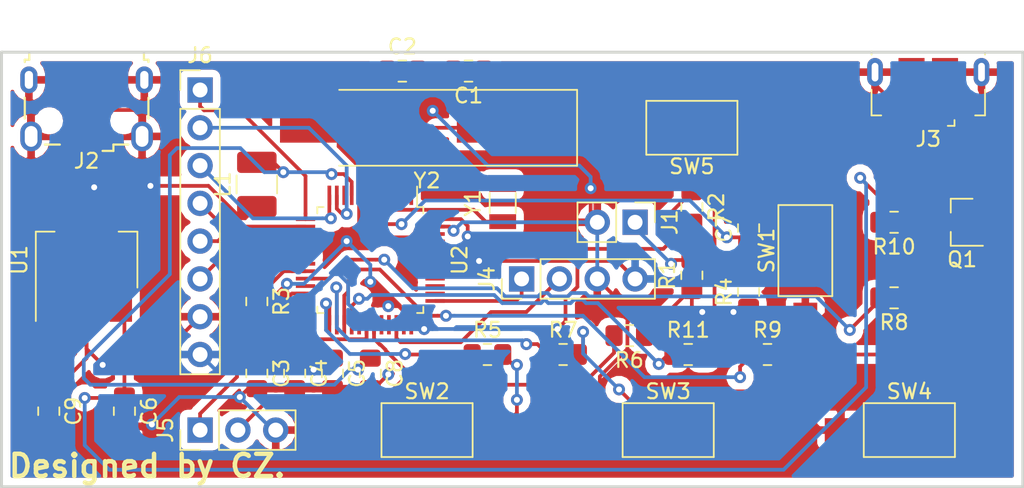
<source format=kicad_pcb>
(kicad_pcb (version 20171130) (host pcbnew 5.0.2-bee76a0~70~ubuntu18.04.1)

  (general
    (thickness 1.6)
    (drawings 10)
    (tracks 478)
    (zones 0)
    (modules 37)
    (nets 59)
  )

  (page A4)
  (layers
    (0 F.Cu signal)
    (31 B.Cu signal)
    (32 B.Adhes user)
    (33 F.Adhes user)
    (34 B.Paste user)
    (35 F.Paste user)
    (36 B.SilkS user)
    (37 F.SilkS user)
    (38 B.Mask user)
    (39 F.Mask user)
    (40 Dwgs.User user)
    (41 Cmts.User user)
    (42 Eco1.User user)
    (43 Eco2.User user)
    (44 Edge.Cuts user)
    (45 Margin user)
    (46 B.CrtYd user)
    (47 F.CrtYd user)
    (48 B.Fab user)
    (49 F.Fab user)
  )

  (setup
    (last_trace_width 0.25)
    (trace_clearance 0.2)
    (zone_clearance 0.508)
    (zone_45_only no)
    (trace_min 0.2)
    (segment_width 0.2)
    (edge_width 0.15)
    (via_size 0.8)
    (via_drill 0.4)
    (via_min_size 0.4)
    (via_min_drill 0.3)
    (uvia_size 0.3)
    (uvia_drill 0.1)
    (uvias_allowed no)
    (uvia_min_size 0.2)
    (uvia_min_drill 0.1)
    (pcb_text_width 0.3)
    (pcb_text_size 1.5 1.5)
    (mod_edge_width 0.15)
    (mod_text_size 1 1)
    (mod_text_width 0.15)
    (pad_size 1.524 1.524)
    (pad_drill 0.762)
    (pad_to_mask_clearance 0.051)
    (solder_mask_min_width 0.25)
    (aux_axis_origin 0 0)
    (visible_elements FFFFFF7F)
    (pcbplotparams
      (layerselection 0x010f0_ffffffff)
      (usegerberextensions false)
      (usegerberattributes false)
      (usegerberadvancedattributes false)
      (creategerberjobfile false)
      (excludeedgelayer false)
      (linewidth 0.100000)
      (plotframeref false)
      (viasonmask false)
      (mode 1)
      (useauxorigin false)
      (hpglpennumber 1)
      (hpglpenspeed 20)
      (hpglpendiameter 15.000000)
      (psnegative false)
      (psa4output false)
      (plotreference true)
      (plotvalue true)
      (plotinvisibletext false)
      (padsonsilk true)
      (subtractmaskfromsilk false)
      (outputformat 1)
      (mirror false)
      (drillshape 0)
      (scaleselection 1)
      (outputdirectory "../../../vatch/CamTimer_PCB/"))
  )

  (net 0 "")
  (net 1 /OSC_32_IN)
  (net 2 /OSC_32_OUT)
  (net 3 /OSC_IN)
  (net 4 /OSC_OUT)
  (net 5 GND)
  (net 6 /EINK_RST)
  (net 7 /EINK_DC)
  (net 8 /EINK_BUSY)
  (net 9 /SPI_CS)
  (net 10 /SPI_SCK)
  (net 11 /SPI_MOSI)
  (net 12 /TIMERCONTROL)
  (net 13 VDD)
  (net 14 /BUTTONLEFT)
  (net 15 /BUTTONPRESS)
  (net 16 /BUTTONRIGHT)
  (net 17 /BUTTONSYSTEMMODE)
  (net 18 /USART1_TX)
  (net 19 /USART1_RX)
  (net 20 /SYS_JTMS-SWDIO)
  (net 21 /SYS_JTCK-SWCLK)
  (net 22 /BOOT0)
  (net 23 "Net-(J1-Pad1)")
  (net 24 "Net-(R11-Pad2)")
  (net 25 /BOOT1)
  (net 26 /NRST)
  (net 27 "Net-(R5-Pad2)")
  (net 28 "Net-(R7-Pad2)")
  (net 29 "Net-(Q1-Pad1)")
  (net 30 "Net-(R9-Pad2)")
  (net 31 /Cam+)
  (net 32 +5V)
  (net 33 /Cam-)
  (net 34 "Net-(U2-Pad1)")
  (net 35 "Net-(U2-Pad2)")
  (net 36 VDDA)
  (net 37 "Net-(U2-Pad10)")
  (net 38 "Net-(U2-Pad16)")
  (net 39 "Net-(U2-Pad18)")
  (net 40 "Net-(U2-Pad19)")
  (net 41 "Net-(U2-Pad22)")
  (net 42 "Net-(U2-Pad29)")
  (net 43 "Net-(U2-Pad32)")
  (net 44 "Net-(U2-Pad33)")
  (net 45 "Net-(U2-Pad38)")
  (net 46 "Net-(U2-Pad39)")
  (net 47 "Net-(U2-Pad40)")
  (net 48 "Net-(U2-Pad41)")
  (net 49 "Net-(U2-Pad42)")
  (net 50 "Net-(U2-Pad43)")
  (net 51 "Net-(U2-Pad45)")
  (net 52 "Net-(U2-Pad46)")
  (net 53 "Net-(J2-Pad2)")
  (net 54 "Net-(J2-Pad3)")
  (net 55 "Net-(J2-Pad4)")
  (net 56 "Net-(J3-Pad2)")
  (net 57 "Net-(J3-Pad4)")
  (net 58 "Net-(J3-Pad3)")

  (net_class Default "This is the default net class."
    (clearance 0.2)
    (trace_width 0.25)
    (via_dia 0.8)
    (via_drill 0.4)
    (uvia_dia 0.3)
    (uvia_drill 0.1)
    (add_net +5V)
    (add_net /BOOT0)
    (add_net /BOOT1)
    (add_net /BUTTONLEFT)
    (add_net /BUTTONPRESS)
    (add_net /BUTTONRIGHT)
    (add_net /BUTTONSYSTEMMODE)
    (add_net /Cam+)
    (add_net /Cam-)
    (add_net /EINK_BUSY)
    (add_net /EINK_DC)
    (add_net /EINK_RST)
    (add_net /NRST)
    (add_net /OSC_32_IN)
    (add_net /OSC_32_OUT)
    (add_net /OSC_IN)
    (add_net /OSC_OUT)
    (add_net /SPI_CS)
    (add_net /SPI_MOSI)
    (add_net /SPI_SCK)
    (add_net /SYS_JTCK-SWCLK)
    (add_net /SYS_JTMS-SWDIO)
    (add_net /TIMERCONTROL)
    (add_net /USART1_RX)
    (add_net /USART1_TX)
    (add_net GND)
    (add_net "Net-(J1-Pad1)")
    (add_net "Net-(J2-Pad2)")
    (add_net "Net-(J2-Pad3)")
    (add_net "Net-(J2-Pad4)")
    (add_net "Net-(J3-Pad2)")
    (add_net "Net-(J3-Pad3)")
    (add_net "Net-(J3-Pad4)")
    (add_net "Net-(Q1-Pad1)")
    (add_net "Net-(R11-Pad2)")
    (add_net "Net-(R5-Pad2)")
    (add_net "Net-(R7-Pad2)")
    (add_net "Net-(R9-Pad2)")
    (add_net "Net-(U2-Pad1)")
    (add_net "Net-(U2-Pad10)")
    (add_net "Net-(U2-Pad16)")
    (add_net "Net-(U2-Pad18)")
    (add_net "Net-(U2-Pad19)")
    (add_net "Net-(U2-Pad2)")
    (add_net "Net-(U2-Pad22)")
    (add_net "Net-(U2-Pad29)")
    (add_net "Net-(U2-Pad32)")
    (add_net "Net-(U2-Pad33)")
    (add_net "Net-(U2-Pad38)")
    (add_net "Net-(U2-Pad39)")
    (add_net "Net-(U2-Pad40)")
    (add_net "Net-(U2-Pad41)")
    (add_net "Net-(U2-Pad42)")
    (add_net "Net-(U2-Pad43)")
    (add_net "Net-(U2-Pad45)")
    (add_net "Net-(U2-Pad46)")
    (add_net VDD)
    (add_net VDDA)
  )

  (module Connector_PinHeader_2.54mm:PinHeader_1x02_P2.54mm_Vertical (layer F.Cu) (tedit 59FED5CC) (tstamp 5E4D0A9D)
    (at 143.51 -393.7 270)
    (descr "Through hole straight pin header, 1x02, 2.54mm pitch, single row")
    (tags "Through hole pin header THT 1x02 2.54mm single row")
    (path /5E46BB28)
    (fp_text reference J1 (at 0 -2.33 270) (layer F.SilkS)
      (effects (font (size 1 1) (thickness 0.15)))
    )
    (fp_text value Conn_01x02_Male (at 0 4.87 270) (layer F.Fab)
      (effects (font (size 1 1) (thickness 0.15)))
    )
    (fp_line (start -0.635 -1.27) (end 1.27 -1.27) (layer F.Fab) (width 0.1))
    (fp_line (start 1.27 -1.27) (end 1.27 3.81) (layer F.Fab) (width 0.1))
    (fp_line (start 1.27 3.81) (end -1.27 3.81) (layer F.Fab) (width 0.1))
    (fp_line (start -1.27 3.81) (end -1.27 -0.635) (layer F.Fab) (width 0.1))
    (fp_line (start -1.27 -0.635) (end -0.635 -1.27) (layer F.Fab) (width 0.1))
    (fp_line (start -1.33 3.87) (end 1.33 3.87) (layer F.SilkS) (width 0.12))
    (fp_line (start -1.33 1.27) (end -1.33 3.87) (layer F.SilkS) (width 0.12))
    (fp_line (start 1.33 1.27) (end 1.33 3.87) (layer F.SilkS) (width 0.12))
    (fp_line (start -1.33 1.27) (end 1.33 1.27) (layer F.SilkS) (width 0.12))
    (fp_line (start -1.33 0) (end -1.33 -1.33) (layer F.SilkS) (width 0.12))
    (fp_line (start -1.33 -1.33) (end 0 -1.33) (layer F.SilkS) (width 0.12))
    (fp_line (start -1.8 -1.8) (end -1.8 4.35) (layer F.CrtYd) (width 0.05))
    (fp_line (start -1.8 4.35) (end 1.8 4.35) (layer F.CrtYd) (width 0.05))
    (fp_line (start 1.8 4.35) (end 1.8 -1.8) (layer F.CrtYd) (width 0.05))
    (fp_line (start 1.8 -1.8) (end -1.8 -1.8) (layer F.CrtYd) (width 0.05))
    (fp_text user %R (at 0 1.27) (layer F.Fab)
      (effects (font (size 1 1) (thickness 0.15)))
    )
    (pad 1 thru_hole rect (at 0 0 270) (size 1.7 1.7) (drill 1) (layers *.Cu *.Mask)
      (net 23 "Net-(J1-Pad1)"))
    (pad 2 thru_hole oval (at 0 2.54 270) (size 1.7 1.7) (drill 1) (layers *.Cu *.Mask)
      (net 5 GND))
    (model ${KISYS3DMOD}/Connector_PinHeader_2.54mm.3dshapes/PinHeader_1x02_P2.54mm_Vertical.wrl
      (at (xyz 0 0 0))
      (scale (xyz 1 1 1))
      (rotate (xyz 0 0 0))
    )
  )

  (module Button_Switch_SMD:SW_SPST_FSMSM (layer F.Cu) (tedit 5A02FC95) (tstamp 5E4B273C)
    (at 147.32 -400.05 180)
    (descr http://www.te.com/commerce/DocumentDelivery/DDEController?Action=srchrtrv&DocNm=1437566-3&DocType=Customer+Drawing&DocLang=English)
    (tags "SPST button tactile switch")
    (path /5E485329)
    (attr smd)
    (fp_text reference SW5 (at 0 -2.6 180) (layer F.SilkS)
      (effects (font (size 1 1) (thickness 0.15)))
    )
    (fp_text value BTN_SM (at 0 3 180) (layer F.Fab)
      (effects (font (size 1 1) (thickness 0.15)))
    )
    (fp_text user %R (at 0 -2.6 180) (layer F.Fab)
      (effects (font (size 1 1) (thickness 0.15)))
    )
    (fp_line (start -1.75 -1) (end 1.75 -1) (layer F.Fab) (width 0.1))
    (fp_line (start 1.75 -1) (end 1.75 1) (layer F.Fab) (width 0.1))
    (fp_line (start 1.75 1) (end -1.75 1) (layer F.Fab) (width 0.1))
    (fp_line (start -1.75 1) (end -1.75 -1) (layer F.Fab) (width 0.1))
    (fp_line (start -3.06 -1.81) (end 3.06 -1.81) (layer F.SilkS) (width 0.12))
    (fp_line (start 3.06 -1.81) (end 3.06 1.81) (layer F.SilkS) (width 0.12))
    (fp_line (start 3.06 1.81) (end -3.06 1.81) (layer F.SilkS) (width 0.12))
    (fp_line (start -3.06 1.81) (end -3.06 -1.81) (layer F.SilkS) (width 0.12))
    (fp_line (start -1.5 0.8) (end 1.5 0.8) (layer F.Fab) (width 0.1))
    (fp_line (start -1.5 -0.8) (end 1.5 -0.8) (layer F.Fab) (width 0.1))
    (fp_line (start 1.5 -0.8) (end 1.5 0.8) (layer F.Fab) (width 0.1))
    (fp_line (start -1.5 -0.8) (end -1.5 0.8) (layer F.Fab) (width 0.1))
    (fp_line (start -5.95 2) (end 5.95 2) (layer F.CrtYd) (width 0.05))
    (fp_line (start 5.95 -2) (end 5.95 2) (layer F.CrtYd) (width 0.05))
    (fp_line (start -3 1.75) (end 3 1.75) (layer F.Fab) (width 0.1))
    (fp_line (start -3 -1.75) (end 3 -1.75) (layer F.Fab) (width 0.1))
    (fp_line (start -3 -1.75) (end -3 1.75) (layer F.Fab) (width 0.1))
    (fp_line (start 3 -1.75) (end 3 1.75) (layer F.Fab) (width 0.1))
    (fp_line (start -5.95 -2) (end -5.95 2) (layer F.CrtYd) (width 0.05))
    (fp_line (start -5.95 -2) (end 5.95 -2) (layer F.CrtYd) (width 0.05))
    (pad 1 smd rect (at -4.59 0 180) (size 2.18 1.6) (layers F.Cu F.Paste F.Mask)
      (net 5 GND))
    (pad 2 smd rect (at 4.59 0 180) (size 2.18 1.6) (layers F.Cu F.Paste F.Mask)
      (net 24 "Net-(R11-Pad2)"))
    (model ${KISYS3DMOD}/Button_Switch_SMD.3dshapes/SW_SPST_FSMSM.wrl
      (at (xyz 0 0 0))
      (scale (xyz 1 1 1))
      (rotate (xyz 0 0 0))
    )
  )

  (module Button_Switch_SMD:SW_SPST_FSMSM (layer F.Cu) (tedit 5A02FC95) (tstamp 5E4B2721)
    (at 161.925 -379.73)
    (descr http://www.te.com/commerce/DocumentDelivery/DDEController?Action=srchrtrv&DocNm=1437566-3&DocType=Customer+Drawing&DocLang=English)
    (tags "SPST button tactile switch")
    (path /5E4852D7)
    (attr smd)
    (fp_text reference SW4 (at 0 -2.6) (layer F.SilkS)
      (effects (font (size 1 1) (thickness 0.15)))
    )
    (fp_text value BTN_R (at 0 3) (layer F.Fab)
      (effects (font (size 1 1) (thickness 0.15)))
    )
    (fp_line (start -5.95 -2) (end 5.95 -2) (layer F.CrtYd) (width 0.05))
    (fp_line (start -5.95 -2) (end -5.95 2) (layer F.CrtYd) (width 0.05))
    (fp_line (start 3 -1.75) (end 3 1.75) (layer F.Fab) (width 0.1))
    (fp_line (start -3 -1.75) (end -3 1.75) (layer F.Fab) (width 0.1))
    (fp_line (start -3 -1.75) (end 3 -1.75) (layer F.Fab) (width 0.1))
    (fp_line (start -3 1.75) (end 3 1.75) (layer F.Fab) (width 0.1))
    (fp_line (start 5.95 -2) (end 5.95 2) (layer F.CrtYd) (width 0.05))
    (fp_line (start -5.95 2) (end 5.95 2) (layer F.CrtYd) (width 0.05))
    (fp_line (start -1.5 -0.8) (end -1.5 0.8) (layer F.Fab) (width 0.1))
    (fp_line (start 1.5 -0.8) (end 1.5 0.8) (layer F.Fab) (width 0.1))
    (fp_line (start -1.5 -0.8) (end 1.5 -0.8) (layer F.Fab) (width 0.1))
    (fp_line (start -1.5 0.8) (end 1.5 0.8) (layer F.Fab) (width 0.1))
    (fp_line (start -3.06 1.81) (end -3.06 -1.81) (layer F.SilkS) (width 0.12))
    (fp_line (start 3.06 1.81) (end -3.06 1.81) (layer F.SilkS) (width 0.12))
    (fp_line (start 3.06 -1.81) (end 3.06 1.81) (layer F.SilkS) (width 0.12))
    (fp_line (start -3.06 -1.81) (end 3.06 -1.81) (layer F.SilkS) (width 0.12))
    (fp_line (start -1.75 1) (end -1.75 -1) (layer F.Fab) (width 0.1))
    (fp_line (start 1.75 1) (end -1.75 1) (layer F.Fab) (width 0.1))
    (fp_line (start 1.75 -1) (end 1.75 1) (layer F.Fab) (width 0.1))
    (fp_line (start -1.75 -1) (end 1.75 -1) (layer F.Fab) (width 0.1))
    (fp_text user %R (at 0 -2.6) (layer F.Fab)
      (effects (font (size 1 1) (thickness 0.15)))
    )
    (pad 2 smd rect (at 4.59 0) (size 2.18 1.6) (layers F.Cu F.Paste F.Mask)
      (net 30 "Net-(R9-Pad2)"))
    (pad 1 smd rect (at -4.59 0) (size 2.18 1.6) (layers F.Cu F.Paste F.Mask)
      (net 5 GND))
    (model ${KISYS3DMOD}/Button_Switch_SMD.3dshapes/SW_SPST_FSMSM.wrl
      (at (xyz 0 0 0))
      (scale (xyz 1 1 1))
      (rotate (xyz 0 0 0))
    )
  )

  (module Button_Switch_SMD:SW_SPST_FSMSM (layer F.Cu) (tedit 5A02FC95) (tstamp 5E4B2706)
    (at 145.7325 -379.73)
    (descr http://www.te.com/commerce/DocumentDelivery/DDEController?Action=srchrtrv&DocNm=1437566-3&DocType=Customer+Drawing&DocLang=English)
    (tags "SPST button tactile switch")
    (path /5E485211)
    (attr smd)
    (fp_text reference SW3 (at 0 -2.6) (layer F.SilkS)
      (effects (font (size 1 1) (thickness 0.15)))
    )
    (fp_text value BTN_P (at 0 3) (layer F.Fab)
      (effects (font (size 1 1) (thickness 0.15)))
    )
    (fp_text user %R (at 0 -2.6) (layer F.Fab)
      (effects (font (size 1 1) (thickness 0.15)))
    )
    (fp_line (start -1.75 -1) (end 1.75 -1) (layer F.Fab) (width 0.1))
    (fp_line (start 1.75 -1) (end 1.75 1) (layer F.Fab) (width 0.1))
    (fp_line (start 1.75 1) (end -1.75 1) (layer F.Fab) (width 0.1))
    (fp_line (start -1.75 1) (end -1.75 -1) (layer F.Fab) (width 0.1))
    (fp_line (start -3.06 -1.81) (end 3.06 -1.81) (layer F.SilkS) (width 0.12))
    (fp_line (start 3.06 -1.81) (end 3.06 1.81) (layer F.SilkS) (width 0.12))
    (fp_line (start 3.06 1.81) (end -3.06 1.81) (layer F.SilkS) (width 0.12))
    (fp_line (start -3.06 1.81) (end -3.06 -1.81) (layer F.SilkS) (width 0.12))
    (fp_line (start -1.5 0.8) (end 1.5 0.8) (layer F.Fab) (width 0.1))
    (fp_line (start -1.5 -0.8) (end 1.5 -0.8) (layer F.Fab) (width 0.1))
    (fp_line (start 1.5 -0.8) (end 1.5 0.8) (layer F.Fab) (width 0.1))
    (fp_line (start -1.5 -0.8) (end -1.5 0.8) (layer F.Fab) (width 0.1))
    (fp_line (start -5.95 2) (end 5.95 2) (layer F.CrtYd) (width 0.05))
    (fp_line (start 5.95 -2) (end 5.95 2) (layer F.CrtYd) (width 0.05))
    (fp_line (start -3 1.75) (end 3 1.75) (layer F.Fab) (width 0.1))
    (fp_line (start -3 -1.75) (end 3 -1.75) (layer F.Fab) (width 0.1))
    (fp_line (start -3 -1.75) (end -3 1.75) (layer F.Fab) (width 0.1))
    (fp_line (start 3 -1.75) (end 3 1.75) (layer F.Fab) (width 0.1))
    (fp_line (start -5.95 -2) (end -5.95 2) (layer F.CrtYd) (width 0.05))
    (fp_line (start -5.95 -2) (end 5.95 -2) (layer F.CrtYd) (width 0.05))
    (pad 1 smd rect (at -4.59 0) (size 2.18 1.6) (layers F.Cu F.Paste F.Mask)
      (net 5 GND))
    (pad 2 smd rect (at 4.59 0) (size 2.18 1.6) (layers F.Cu F.Paste F.Mask)
      (net 28 "Net-(R7-Pad2)"))
    (model ${KISYS3DMOD}/Button_Switch_SMD.3dshapes/SW_SPST_FSMSM.wrl
      (at (xyz 0 0 0))
      (scale (xyz 1 1 1))
      (rotate (xyz 0 0 0))
    )
  )

  (module Button_Switch_SMD:SW_SPST_FSMSM (layer F.Cu) (tedit 5A02FC95) (tstamp 5E4B26EB)
    (at 129.54 -379.73)
    (descr http://www.te.com/commerce/DocumentDelivery/DDEController?Action=srchrtrv&DocNm=1437566-3&DocType=Customer+Drawing&DocLang=English)
    (tags "SPST button tactile switch")
    (path /5E484E5D)
    (attr smd)
    (fp_text reference SW2 (at 0 -2.6) (layer F.SilkS)
      (effects (font (size 1 1) (thickness 0.15)))
    )
    (fp_text value BTN_L (at 0 3) (layer F.Fab)
      (effects (font (size 1 1) (thickness 0.15)))
    )
    (fp_line (start -5.95 -2) (end 5.95 -2) (layer F.CrtYd) (width 0.05))
    (fp_line (start -5.95 -2) (end -5.95 2) (layer F.CrtYd) (width 0.05))
    (fp_line (start 3 -1.75) (end 3 1.75) (layer F.Fab) (width 0.1))
    (fp_line (start -3 -1.75) (end -3 1.75) (layer F.Fab) (width 0.1))
    (fp_line (start -3 -1.75) (end 3 -1.75) (layer F.Fab) (width 0.1))
    (fp_line (start -3 1.75) (end 3 1.75) (layer F.Fab) (width 0.1))
    (fp_line (start 5.95 -2) (end 5.95 2) (layer F.CrtYd) (width 0.05))
    (fp_line (start -5.95 2) (end 5.95 2) (layer F.CrtYd) (width 0.05))
    (fp_line (start -1.5 -0.8) (end -1.5 0.8) (layer F.Fab) (width 0.1))
    (fp_line (start 1.5 -0.8) (end 1.5 0.8) (layer F.Fab) (width 0.1))
    (fp_line (start -1.5 -0.8) (end 1.5 -0.8) (layer F.Fab) (width 0.1))
    (fp_line (start -1.5 0.8) (end 1.5 0.8) (layer F.Fab) (width 0.1))
    (fp_line (start -3.06 1.81) (end -3.06 -1.81) (layer F.SilkS) (width 0.12))
    (fp_line (start 3.06 1.81) (end -3.06 1.81) (layer F.SilkS) (width 0.12))
    (fp_line (start 3.06 -1.81) (end 3.06 1.81) (layer F.SilkS) (width 0.12))
    (fp_line (start -3.06 -1.81) (end 3.06 -1.81) (layer F.SilkS) (width 0.12))
    (fp_line (start -1.75 1) (end -1.75 -1) (layer F.Fab) (width 0.1))
    (fp_line (start 1.75 1) (end -1.75 1) (layer F.Fab) (width 0.1))
    (fp_line (start 1.75 -1) (end 1.75 1) (layer F.Fab) (width 0.1))
    (fp_line (start -1.75 -1) (end 1.75 -1) (layer F.Fab) (width 0.1))
    (fp_text user %R (at 0 -2.6) (layer F.Fab)
      (effects (font (size 1 1) (thickness 0.15)))
    )
    (pad 2 smd rect (at 4.59 0) (size 2.18 1.6) (layers F.Cu F.Paste F.Mask)
      (net 27 "Net-(R5-Pad2)"))
    (pad 1 smd rect (at -4.59 0) (size 2.18 1.6) (layers F.Cu F.Paste F.Mask)
      (net 5 GND))
    (model ${KISYS3DMOD}/Button_Switch_SMD.3dshapes/SW_SPST_FSMSM.wrl
      (at (xyz 0 0 0))
      (scale (xyz 1 1 1))
      (rotate (xyz 0 0 0))
    )
  )

  (module Button_Switch_SMD:SW_SPST_FSMSM (layer F.Cu) (tedit 5A02FC95) (tstamp 5E4B61F0)
    (at 154.94 -391.795 90)
    (descr http://www.te.com/commerce/DocumentDelivery/DDEController?Action=srchrtrv&DocNm=1437566-3&DocType=Customer+Drawing&DocLang=English)
    (tags "SPST button tactile switch")
    (path /5E46895B)
    (attr smd)
    (fp_text reference SW1 (at 0 -2.6 90) (layer F.SilkS)
      (effects (font (size 1 1) (thickness 0.15)))
    )
    (fp_text value BTN_RST (at 0 3 90) (layer F.Fab)
      (effects (font (size 1 1) (thickness 0.15)))
    )
    (fp_text user %R (at 0 -2.6 90) (layer F.Fab)
      (effects (font (size 1 1) (thickness 0.15)))
    )
    (fp_line (start -1.75 -1) (end 1.75 -1) (layer F.Fab) (width 0.1))
    (fp_line (start 1.75 -1) (end 1.75 1) (layer F.Fab) (width 0.1))
    (fp_line (start 1.75 1) (end -1.75 1) (layer F.Fab) (width 0.1))
    (fp_line (start -1.75 1) (end -1.75 -1) (layer F.Fab) (width 0.1))
    (fp_line (start -3.06 -1.81) (end 3.06 -1.81) (layer F.SilkS) (width 0.12))
    (fp_line (start 3.06 -1.81) (end 3.06 1.81) (layer F.SilkS) (width 0.12))
    (fp_line (start 3.06 1.81) (end -3.06 1.81) (layer F.SilkS) (width 0.12))
    (fp_line (start -3.06 1.81) (end -3.06 -1.81) (layer F.SilkS) (width 0.12))
    (fp_line (start -1.5 0.8) (end 1.5 0.8) (layer F.Fab) (width 0.1))
    (fp_line (start -1.5 -0.8) (end 1.5 -0.8) (layer F.Fab) (width 0.1))
    (fp_line (start 1.5 -0.8) (end 1.5 0.8) (layer F.Fab) (width 0.1))
    (fp_line (start -1.5 -0.8) (end -1.5 0.8) (layer F.Fab) (width 0.1))
    (fp_line (start -5.95 2) (end 5.95 2) (layer F.CrtYd) (width 0.05))
    (fp_line (start 5.95 -2) (end 5.95 2) (layer F.CrtYd) (width 0.05))
    (fp_line (start -3 1.75) (end 3 1.75) (layer F.Fab) (width 0.1))
    (fp_line (start -3 -1.75) (end 3 -1.75) (layer F.Fab) (width 0.1))
    (fp_line (start -3 -1.75) (end -3 1.75) (layer F.Fab) (width 0.1))
    (fp_line (start 3 -1.75) (end 3 1.75) (layer F.Fab) (width 0.1))
    (fp_line (start -5.95 -2) (end -5.95 2) (layer F.CrtYd) (width 0.05))
    (fp_line (start -5.95 -2) (end 5.95 -2) (layer F.CrtYd) (width 0.05))
    (pad 1 smd rect (at -4.59 0 90) (size 2.18 1.6) (layers F.Cu F.Paste F.Mask)
      (net 5 GND))
    (pad 2 smd rect (at 4.59 0 90) (size 2.18 1.6) (layers F.Cu F.Paste F.Mask)
      (net 26 /NRST))
    (model ${KISYS3DMOD}/Button_Switch_SMD.3dshapes/SW_SPST_FSMSM.wrl
      (at (xyz 0 0 0))
      (scale (xyz 1 1 1))
      (rotate (xyz 0 0 0))
    )
  )

  (module Capacitor_SMD:C_0805_2012Metric_Pad1.15x1.40mm_HandSolder (layer F.Cu) (tedit 5B36C52B) (tstamp 5E4B26B5)
    (at 132.325 -403.86 180)
    (descr "Capacitor SMD 0805 (2012 Metric), square (rectangular) end terminal, IPC_7351 nominal with elongated pad for handsoldering. (Body size source: https://docs.google.com/spreadsheets/d/1BsfQQcO9C6DZCsRaXUlFlo91Tg2WpOkGARC1WS5S8t0/edit?usp=sharing), generated with kicad-footprint-generator")
    (tags "capacitor handsolder")
    (path /5E4677EA)
    (attr smd)
    (fp_text reference C1 (at 0 -1.65 180) (layer F.SilkS)
      (effects (font (size 1 1) (thickness 0.15)))
    )
    (fp_text value 20P (at 0 1.65 180) (layer F.Fab)
      (effects (font (size 1 1) (thickness 0.15)))
    )
    (fp_line (start -1 0.6) (end -1 -0.6) (layer F.Fab) (width 0.1))
    (fp_line (start -1 -0.6) (end 1 -0.6) (layer F.Fab) (width 0.1))
    (fp_line (start 1 -0.6) (end 1 0.6) (layer F.Fab) (width 0.1))
    (fp_line (start 1 0.6) (end -1 0.6) (layer F.Fab) (width 0.1))
    (fp_line (start -0.261252 -0.71) (end 0.261252 -0.71) (layer F.SilkS) (width 0.12))
    (fp_line (start -0.261252 0.71) (end 0.261252 0.71) (layer F.SilkS) (width 0.12))
    (fp_line (start -1.85 0.95) (end -1.85 -0.95) (layer F.CrtYd) (width 0.05))
    (fp_line (start -1.85 -0.95) (end 1.85 -0.95) (layer F.CrtYd) (width 0.05))
    (fp_line (start 1.85 -0.95) (end 1.85 0.95) (layer F.CrtYd) (width 0.05))
    (fp_line (start 1.85 0.95) (end -1.85 0.95) (layer F.CrtYd) (width 0.05))
    (fp_text user %R (at 0 0 180) (layer F.Fab)
      (effects (font (size 0.5 0.5) (thickness 0.08)))
    )
    (pad 1 smd roundrect (at -1.025 0 180) (size 1.15 1.4) (layers F.Cu F.Paste F.Mask) (roundrect_rratio 0.217391)
      (net 3 /OSC_IN))
    (pad 2 smd roundrect (at 1.025 0 180) (size 1.15 1.4) (layers F.Cu F.Paste F.Mask) (roundrect_rratio 0.217391)
      (net 5 GND))
    (model ${KISYS3DMOD}/Capacitor_SMD.3dshapes/C_0805_2012Metric.wrl
      (at (xyz 0 0 0))
      (scale (xyz 1 1 1))
      (rotate (xyz 0 0 0))
    )
  )

  (module Capacitor_SMD:C_0805_2012Metric_Pad1.15x1.40mm_HandSolder (layer F.Cu) (tedit 5B36C52B) (tstamp 5E4B26A4)
    (at 127.88 -403.86)
    (descr "Capacitor SMD 0805 (2012 Metric), square (rectangular) end terminal, IPC_7351 nominal with elongated pad for handsoldering. (Body size source: https://docs.google.com/spreadsheets/d/1BsfQQcO9C6DZCsRaXUlFlo91Tg2WpOkGARC1WS5S8t0/edit?usp=sharing), generated with kicad-footprint-generator")
    (tags "capacitor handsolder")
    (path /5E46784F)
    (attr smd)
    (fp_text reference C2 (at 0 -1.65) (layer F.SilkS)
      (effects (font (size 1 1) (thickness 0.15)))
    )
    (fp_text value 20P (at 0 1.65) (layer F.Fab)
      (effects (font (size 1 1) (thickness 0.15)))
    )
    (fp_text user %R (at 0 0) (layer F.Fab)
      (effects (font (size 0.5 0.5) (thickness 0.08)))
    )
    (fp_line (start 1.85 0.95) (end -1.85 0.95) (layer F.CrtYd) (width 0.05))
    (fp_line (start 1.85 -0.95) (end 1.85 0.95) (layer F.CrtYd) (width 0.05))
    (fp_line (start -1.85 -0.95) (end 1.85 -0.95) (layer F.CrtYd) (width 0.05))
    (fp_line (start -1.85 0.95) (end -1.85 -0.95) (layer F.CrtYd) (width 0.05))
    (fp_line (start -0.261252 0.71) (end 0.261252 0.71) (layer F.SilkS) (width 0.12))
    (fp_line (start -0.261252 -0.71) (end 0.261252 -0.71) (layer F.SilkS) (width 0.12))
    (fp_line (start 1 0.6) (end -1 0.6) (layer F.Fab) (width 0.1))
    (fp_line (start 1 -0.6) (end 1 0.6) (layer F.Fab) (width 0.1))
    (fp_line (start -1 -0.6) (end 1 -0.6) (layer F.Fab) (width 0.1))
    (fp_line (start -1 0.6) (end -1 -0.6) (layer F.Fab) (width 0.1))
    (pad 2 smd roundrect (at 1.025 0) (size 1.15 1.4) (layers F.Cu F.Paste F.Mask) (roundrect_rratio 0.217391)
      (net 5 GND))
    (pad 1 smd roundrect (at -1.025 0) (size 1.15 1.4) (layers F.Cu F.Paste F.Mask) (roundrect_rratio 0.217391)
      (net 4 /OSC_OUT))
    (model ${KISYS3DMOD}/Capacitor_SMD.3dshapes/C_0805_2012Metric.wrl
      (at (xyz 0 0 0))
      (scale (xyz 1 1 1))
      (rotate (xyz 0 0 0))
    )
  )

  (module Capacitor_SMD:C_0805_2012Metric_Pad1.15x1.40mm_HandSolder locked (layer F.Cu) (tedit 5B36C52B) (tstamp 5E4B2693)
    (at 118.11 -383.54 270)
    (descr "Capacitor SMD 0805 (2012 Metric), square (rectangular) end terminal, IPC_7351 nominal with elongated pad for handsoldering. (Body size source: https://docs.google.com/spreadsheets/d/1BsfQQcO9C6DZCsRaXUlFlo91Tg2WpOkGARC1WS5S8t0/edit?usp=sharing), generated with kicad-footprint-generator")
    (tags "capacitor handsolder")
    (path /5E47569D)
    (attr smd)
    (fp_text reference C3 (at 0 -1.65 270) (layer F.SilkS)
      (effects (font (size 1 1) (thickness 0.15)))
    )
    (fp_text value 104 (at 0 1.65 270) (layer F.Fab)
      (effects (font (size 1 1) (thickness 0.15)))
    )
    (fp_line (start -1 0.6) (end -1 -0.6) (layer F.Fab) (width 0.1))
    (fp_line (start -1 -0.6) (end 1 -0.6) (layer F.Fab) (width 0.1))
    (fp_line (start 1 -0.6) (end 1 0.6) (layer F.Fab) (width 0.1))
    (fp_line (start 1 0.6) (end -1 0.6) (layer F.Fab) (width 0.1))
    (fp_line (start -0.261252 -0.71) (end 0.261252 -0.71) (layer F.SilkS) (width 0.12))
    (fp_line (start -0.261252 0.71) (end 0.261252 0.71) (layer F.SilkS) (width 0.12))
    (fp_line (start -1.85 0.95) (end -1.85 -0.95) (layer F.CrtYd) (width 0.05))
    (fp_line (start -1.85 -0.95) (end 1.85 -0.95) (layer F.CrtYd) (width 0.05))
    (fp_line (start 1.85 -0.95) (end 1.85 0.95) (layer F.CrtYd) (width 0.05))
    (fp_line (start 1.85 0.95) (end -1.85 0.95) (layer F.CrtYd) (width 0.05))
    (fp_text user %R (at 0 0 270) (layer F.Fab)
      (effects (font (size 0.5 0.5) (thickness 0.08)))
    )
    (pad 1 smd roundrect (at -1.025 0 270) (size 1.15 1.4) (layers F.Cu F.Paste F.Mask) (roundrect_rratio 0.217391)
      (net 13 VDD))
    (pad 2 smd roundrect (at 1.025 0 270) (size 1.15 1.4) (layers F.Cu F.Paste F.Mask) (roundrect_rratio 0.217391)
      (net 5 GND))
    (model ${KISYS3DMOD}/Capacitor_SMD.3dshapes/C_0805_2012Metric.wrl
      (at (xyz 0 0 0))
      (scale (xyz 1 1 1))
      (rotate (xyz 0 0 0))
    )
  )

  (module Capacitor_SMD:C_0805_2012Metric_Pad1.15x1.40mm_HandSolder locked (layer F.Cu) (tedit 5B36C52B) (tstamp 5E4B2682)
    (at 120.65 -383.54 270)
    (descr "Capacitor SMD 0805 (2012 Metric), square (rectangular) end terminal, IPC_7351 nominal with elongated pad for handsoldering. (Body size source: https://docs.google.com/spreadsheets/d/1BsfQQcO9C6DZCsRaXUlFlo91Tg2WpOkGARC1WS5S8t0/edit?usp=sharing), generated with kicad-footprint-generator")
    (tags "capacitor handsolder")
    (path /5E475863)
    (attr smd)
    (fp_text reference C4 (at 0 -1.65 270) (layer F.SilkS)
      (effects (font (size 1 1) (thickness 0.15)))
    )
    (fp_text value 104 (at 0 1.65 270) (layer F.Fab)
      (effects (font (size 1 1) (thickness 0.15)))
    )
    (fp_text user %R (at 0 0 270) (layer F.Fab)
      (effects (font (size 0.5 0.5) (thickness 0.08)))
    )
    (fp_line (start 1.85 0.95) (end -1.85 0.95) (layer F.CrtYd) (width 0.05))
    (fp_line (start 1.85 -0.95) (end 1.85 0.95) (layer F.CrtYd) (width 0.05))
    (fp_line (start -1.85 -0.95) (end 1.85 -0.95) (layer F.CrtYd) (width 0.05))
    (fp_line (start -1.85 0.95) (end -1.85 -0.95) (layer F.CrtYd) (width 0.05))
    (fp_line (start -0.261252 0.71) (end 0.261252 0.71) (layer F.SilkS) (width 0.12))
    (fp_line (start -0.261252 -0.71) (end 0.261252 -0.71) (layer F.SilkS) (width 0.12))
    (fp_line (start 1 0.6) (end -1 0.6) (layer F.Fab) (width 0.1))
    (fp_line (start 1 -0.6) (end 1 0.6) (layer F.Fab) (width 0.1))
    (fp_line (start -1 -0.6) (end 1 -0.6) (layer F.Fab) (width 0.1))
    (fp_line (start -1 0.6) (end -1 -0.6) (layer F.Fab) (width 0.1))
    (pad 2 smd roundrect (at 1.025 0 270) (size 1.15 1.4) (layers F.Cu F.Paste F.Mask) (roundrect_rratio 0.217391)
      (net 5 GND))
    (pad 1 smd roundrect (at -1.025 0 270) (size 1.15 1.4) (layers F.Cu F.Paste F.Mask) (roundrect_rratio 0.217391)
      (net 13 VDD))
    (model ${KISYS3DMOD}/Capacitor_SMD.3dshapes/C_0805_2012Metric.wrl
      (at (xyz 0 0 0))
      (scale (xyz 1 1 1))
      (rotate (xyz 0 0 0))
    )
  )

  (module Capacitor_SMD:C_0805_2012Metric_Pad1.15x1.40mm_HandSolder locked (layer F.Cu) (tedit 5E46F7BA) (tstamp 5E4B2671)
    (at 123.19 -383.54 270)
    (descr "Capacitor SMD 0805 (2012 Metric), square (rectangular) end terminal, IPC_7351 nominal with elongated pad for handsoldering. (Body size source: https://docs.google.com/spreadsheets/d/1BsfQQcO9C6DZCsRaXUlFlo91Tg2WpOkGARC1WS5S8t0/edit?usp=sharing), generated with kicad-footprint-generator")
    (tags "capacitor handsolder")
    (path /5E4758A3)
    (attr smd)
    (fp_text reference C5 (at 0 -1.65 270) (layer F.SilkS)
      (effects (font (size 1 1) (thickness 0.15)))
    )
    (fp_text value 104 (at 0 1.65 270) (layer F.Fab) hide
      (effects (font (size 1 1) (thickness 0.15)))
    )
    (fp_line (start -1 0.6) (end -1 -0.6) (layer F.Fab) (width 0.1))
    (fp_line (start -1 -0.6) (end 1 -0.6) (layer F.Fab) (width 0.1))
    (fp_line (start 1 -0.6) (end 1 0.6) (layer F.Fab) (width 0.1))
    (fp_line (start 1 0.6) (end -1 0.6) (layer F.Fab) (width 0.1))
    (fp_line (start -0.261252 -0.71) (end 0.261252 -0.71) (layer F.SilkS) (width 0.12))
    (fp_line (start -0.261252 0.71) (end 0.261252 0.71) (layer F.SilkS) (width 0.12))
    (fp_line (start -1.85 0.95) (end -1.85 -0.95) (layer F.CrtYd) (width 0.05))
    (fp_line (start -1.85 -0.95) (end 1.85 -0.95) (layer F.CrtYd) (width 0.05))
    (fp_line (start 1.85 -0.95) (end 1.85 0.95) (layer F.CrtYd) (width 0.05))
    (fp_line (start 1.85 0.95) (end -1.85 0.95) (layer F.CrtYd) (width 0.05))
    (fp_text user %R (at 0 0 270) (layer F.Fab)
      (effects (font (size 0.5 0.5) (thickness 0.08)))
    )
    (pad 1 smd roundrect (at -1.025 0 270) (size 1.15 1.4) (layers F.Cu F.Paste F.Mask) (roundrect_rratio 0.217391)
      (net 13 VDD))
    (pad 2 smd roundrect (at 1.025 0 270) (size 1.15 1.4) (layers F.Cu F.Paste F.Mask) (roundrect_rratio 0.217391)
      (net 5 GND))
    (model ${KISYS3DMOD}/Capacitor_SMD.3dshapes/C_0805_2012Metric.wrl
      (at (xyz 0 0 0))
      (scale (xyz 1 1 1))
      (rotate (xyz 0 0 0))
    )
  )

  (module Capacitor_SMD:C_0805_2012Metric_Pad1.15x1.40mm_HandSolder (layer F.Cu) (tedit 5B36C52B) (tstamp 5E4B2660)
    (at 151.13 -393.31 90)
    (descr "Capacitor SMD 0805 (2012 Metric), square (rectangular) end terminal, IPC_7351 nominal with elongated pad for handsoldering. (Body size source: https://docs.google.com/spreadsheets/d/1BsfQQcO9C6DZCsRaXUlFlo91Tg2WpOkGARC1WS5S8t0/edit?usp=sharing), generated with kicad-footprint-generator")
    (tags "capacitor handsolder")
    (path /5E46826B)
    (attr smd)
    (fp_text reference C7 (at 0 -1.65 90) (layer F.SilkS)
      (effects (font (size 1 1) (thickness 0.15)))
    )
    (fp_text value 104 (at 0 1.65 90) (layer F.Fab)
      (effects (font (size 1 1) (thickness 0.15)))
    )
    (fp_text user %R (at 0 0 90) (layer F.Fab)
      (effects (font (size 0.5 0.5) (thickness 0.08)))
    )
    (fp_line (start 1.85 0.95) (end -1.85 0.95) (layer F.CrtYd) (width 0.05))
    (fp_line (start 1.85 -0.95) (end 1.85 0.95) (layer F.CrtYd) (width 0.05))
    (fp_line (start -1.85 -0.95) (end 1.85 -0.95) (layer F.CrtYd) (width 0.05))
    (fp_line (start -1.85 0.95) (end -1.85 -0.95) (layer F.CrtYd) (width 0.05))
    (fp_line (start -0.261252 0.71) (end 0.261252 0.71) (layer F.SilkS) (width 0.12))
    (fp_line (start -0.261252 -0.71) (end 0.261252 -0.71) (layer F.SilkS) (width 0.12))
    (fp_line (start 1 0.6) (end -1 0.6) (layer F.Fab) (width 0.1))
    (fp_line (start 1 -0.6) (end 1 0.6) (layer F.Fab) (width 0.1))
    (fp_line (start -1 -0.6) (end 1 -0.6) (layer F.Fab) (width 0.1))
    (fp_line (start -1 0.6) (end -1 -0.6) (layer F.Fab) (width 0.1))
    (pad 2 smd roundrect (at 1.025 0 90) (size 1.15 1.4) (layers F.Cu F.Paste F.Mask) (roundrect_rratio 0.217391)
      (net 5 GND))
    (pad 1 smd roundrect (at -1.025 0 90) (size 1.15 1.4) (layers F.Cu F.Paste F.Mask) (roundrect_rratio 0.217391)
      (net 26 /NRST))
    (model ${KISYS3DMOD}/Capacitor_SMD.3dshapes/C_0805_2012Metric.wrl
      (at (xyz 0 0 0))
      (scale (xyz 1 1 1))
      (rotate (xyz 0 0 0))
    )
  )

  (module Capacitor_SMD:C_0805_2012Metric_Pad1.15x1.40mm_HandSolder locked (layer F.Cu) (tedit 5B36C52B) (tstamp 5E4B264F)
    (at 125.73 -383.54 270)
    (descr "Capacitor SMD 0805 (2012 Metric), square (rectangular) end terminal, IPC_7351 nominal with elongated pad for handsoldering. (Body size source: https://docs.google.com/spreadsheets/d/1BsfQQcO9C6DZCsRaXUlFlo91Tg2WpOkGARC1WS5S8t0/edit?usp=sharing), generated with kicad-footprint-generator")
    (tags "capacitor handsolder")
    (path /5E4758E9)
    (attr smd)
    (fp_text reference C8 (at 0 -1.65 270) (layer F.SilkS)
      (effects (font (size 1 1) (thickness 0.15)))
    )
    (fp_text value 105 (at 0 1.65 270) (layer F.Fab)
      (effects (font (size 1 1) (thickness 0.15)))
    )
    (fp_line (start -1 0.6) (end -1 -0.6) (layer F.Fab) (width 0.1))
    (fp_line (start -1 -0.6) (end 1 -0.6) (layer F.Fab) (width 0.1))
    (fp_line (start 1 -0.6) (end 1 0.6) (layer F.Fab) (width 0.1))
    (fp_line (start 1 0.6) (end -1 0.6) (layer F.Fab) (width 0.1))
    (fp_line (start -0.261252 -0.71) (end 0.261252 -0.71) (layer F.SilkS) (width 0.12))
    (fp_line (start -0.261252 0.71) (end 0.261252 0.71) (layer F.SilkS) (width 0.12))
    (fp_line (start -1.85 0.95) (end -1.85 -0.95) (layer F.CrtYd) (width 0.05))
    (fp_line (start -1.85 -0.95) (end 1.85 -0.95) (layer F.CrtYd) (width 0.05))
    (fp_line (start 1.85 -0.95) (end 1.85 0.95) (layer F.CrtYd) (width 0.05))
    (fp_line (start 1.85 0.95) (end -1.85 0.95) (layer F.CrtYd) (width 0.05))
    (fp_text user %R (at 0 0 270) (layer F.Fab)
      (effects (font (size 0.5 0.5) (thickness 0.08)))
    )
    (pad 1 smd roundrect (at -1.025 0 270) (size 1.15 1.4) (layers F.Cu F.Paste F.Mask) (roundrect_rratio 0.217391)
      (net 36 VDDA))
    (pad 2 smd roundrect (at 1.025 0 270) (size 1.15 1.4) (layers F.Cu F.Paste F.Mask) (roundrect_rratio 0.217391)
      (net 5 GND))
    (model ${KISYS3DMOD}/Capacitor_SMD.3dshapes/C_0805_2012Metric.wrl
      (at (xyz 0 0 0))
      (scale (xyz 1 1 1))
      (rotate (xyz 0 0 0))
    )
  )

  (module Capacitor_SMD:C_0805_2012Metric_Pad1.15x1.40mm_HandSolder (layer F.Cu) (tedit 5B36C52B) (tstamp 5E4B263E)
    (at 104.14 -381 270)
    (descr "Capacitor SMD 0805 (2012 Metric), square (rectangular) end terminal, IPC_7351 nominal with elongated pad for handsoldering. (Body size source: https://docs.google.com/spreadsheets/d/1BsfQQcO9C6DZCsRaXUlFlo91Tg2WpOkGARC1WS5S8t0/edit?usp=sharing), generated with kicad-footprint-generator")
    (tags "capacitor handsolder")
    (path /5E470896)
    (attr smd)
    (fp_text reference C9 (at 0 -1.65 270) (layer F.SilkS)
      (effects (font (size 1 1) (thickness 0.15)))
    )
    (fp_text value 104 (at 0 1.65 270) (layer F.Fab)
      (effects (font (size 1 1) (thickness 0.15)))
    )
    (fp_text user %R (at 0 0 270) (layer F.Fab)
      (effects (font (size 0.5 0.5) (thickness 0.08)))
    )
    (fp_line (start 1.85 0.95) (end -1.85 0.95) (layer F.CrtYd) (width 0.05))
    (fp_line (start 1.85 -0.95) (end 1.85 0.95) (layer F.CrtYd) (width 0.05))
    (fp_line (start -1.85 -0.95) (end 1.85 -0.95) (layer F.CrtYd) (width 0.05))
    (fp_line (start -1.85 0.95) (end -1.85 -0.95) (layer F.CrtYd) (width 0.05))
    (fp_line (start -0.261252 0.71) (end 0.261252 0.71) (layer F.SilkS) (width 0.12))
    (fp_line (start -0.261252 -0.71) (end 0.261252 -0.71) (layer F.SilkS) (width 0.12))
    (fp_line (start 1 0.6) (end -1 0.6) (layer F.Fab) (width 0.1))
    (fp_line (start 1 -0.6) (end 1 0.6) (layer F.Fab) (width 0.1))
    (fp_line (start -1 -0.6) (end 1 -0.6) (layer F.Fab) (width 0.1))
    (fp_line (start -1 0.6) (end -1 -0.6) (layer F.Fab) (width 0.1))
    (pad 2 smd roundrect (at 1.025 0 270) (size 1.15 1.4) (layers F.Cu F.Paste F.Mask) (roundrect_rratio 0.217391)
      (net 5 GND))
    (pad 1 smd roundrect (at -1.025 0 270) (size 1.15 1.4) (layers F.Cu F.Paste F.Mask) (roundrect_rratio 0.217391)
      (net 13 VDD))
    (model ${KISYS3DMOD}/Capacitor_SMD.3dshapes/C_0805_2012Metric.wrl
      (at (xyz 0 0 0))
      (scale (xyz 1 1 1))
      (rotate (xyz 0 0 0))
    )
  )

  (module Capacitor_SMD:C_0805_2012Metric_Pad1.15x1.40mm_HandSolder (layer F.Cu) (tedit 5B36C52B) (tstamp 5E4B262D)
    (at 109.22 -381 270)
    (descr "Capacitor SMD 0805 (2012 Metric), square (rectangular) end terminal, IPC_7351 nominal with elongated pad for handsoldering. (Body size source: https://docs.google.com/spreadsheets/d/1BsfQQcO9C6DZCsRaXUlFlo91Tg2WpOkGARC1WS5S8t0/edit?usp=sharing), generated with kicad-footprint-generator")
    (tags "capacitor handsolder")
    (path /5E4709D3)
    (attr smd)
    (fp_text reference C6 (at 0 -1.65 270) (layer F.SilkS)
      (effects (font (size 1 1) (thickness 0.15)))
    )
    (fp_text value 104 (at 0 1.65 270) (layer F.Fab)
      (effects (font (size 1 1) (thickness 0.15)))
    )
    (fp_line (start -1 0.6) (end -1 -0.6) (layer F.Fab) (width 0.1))
    (fp_line (start -1 -0.6) (end 1 -0.6) (layer F.Fab) (width 0.1))
    (fp_line (start 1 -0.6) (end 1 0.6) (layer F.Fab) (width 0.1))
    (fp_line (start 1 0.6) (end -1 0.6) (layer F.Fab) (width 0.1))
    (fp_line (start -0.261252 -0.71) (end 0.261252 -0.71) (layer F.SilkS) (width 0.12))
    (fp_line (start -0.261252 0.71) (end 0.261252 0.71) (layer F.SilkS) (width 0.12))
    (fp_line (start -1.85 0.95) (end -1.85 -0.95) (layer F.CrtYd) (width 0.05))
    (fp_line (start -1.85 -0.95) (end 1.85 -0.95) (layer F.CrtYd) (width 0.05))
    (fp_line (start 1.85 -0.95) (end 1.85 0.95) (layer F.CrtYd) (width 0.05))
    (fp_line (start 1.85 0.95) (end -1.85 0.95) (layer F.CrtYd) (width 0.05))
    (fp_text user %R (at 0 0 270) (layer F.Fab)
      (effects (font (size 0.5 0.5) (thickness 0.08)))
    )
    (pad 1 smd roundrect (at -1.025 0 270) (size 1.15 1.4) (layers F.Cu F.Paste F.Mask) (roundrect_rratio 0.217391)
      (net 32 +5V))
    (pad 2 smd roundrect (at 1.025 0 270) (size 1.15 1.4) (layers F.Cu F.Paste F.Mask) (roundrect_rratio 0.217391)
      (net 5 GND))
    (model ${KISYS3DMOD}/Capacitor_SMD.3dshapes/C_0805_2012Metric.wrl
      (at (xyz 0 0 0))
      (scale (xyz 1 1 1))
      (rotate (xyz 0 0 0))
    )
  )

  (module Connector_PinHeader_2.54mm:PinHeader_1x03_P2.54mm_Vertical (layer F.Cu) (tedit 5E46F6E0) (tstamp 5E4B261C)
    (at 114.3 -379.73 90)
    (descr "Through hole straight pin header, 1x03, 2.54mm pitch, single row")
    (tags "Through hole pin header THT 1x03 2.54mm single row")
    (path /5E47E0E4)
    (fp_text reference J5 (at 0 -2.33 90) (layer F.SilkS)
      (effects (font (size 1 1) (thickness 0.15)))
    )
    (fp_text value Conn_01x03_Male (at 0 7.41 90) (layer F.Fab) hide
      (effects (font (size 1 1) (thickness 0.15)))
    )
    (fp_line (start -0.635 -1.27) (end 1.27 -1.27) (layer F.Fab) (width 0.1))
    (fp_line (start 1.27 -1.27) (end 1.27 6.35) (layer F.Fab) (width 0.1))
    (fp_line (start 1.27 6.35) (end -1.27 6.35) (layer F.Fab) (width 0.1))
    (fp_line (start -1.27 6.35) (end -1.27 -0.635) (layer F.Fab) (width 0.1))
    (fp_line (start -1.27 -0.635) (end -0.635 -1.27) (layer F.Fab) (width 0.1))
    (fp_line (start -1.33 6.41) (end 1.33 6.41) (layer F.SilkS) (width 0.12))
    (fp_line (start -1.33 1.27) (end -1.33 6.41) (layer F.SilkS) (width 0.12))
    (fp_line (start 1.33 1.27) (end 1.33 6.41) (layer F.SilkS) (width 0.12))
    (fp_line (start -1.33 1.27) (end 1.33 1.27) (layer F.SilkS) (width 0.12))
    (fp_line (start -1.33 0) (end -1.33 -1.33) (layer F.SilkS) (width 0.12))
    (fp_line (start -1.33 -1.33) (end 0 -1.33) (layer F.SilkS) (width 0.12))
    (fp_line (start -1.8 -1.8) (end -1.8 6.85) (layer F.CrtYd) (width 0.05))
    (fp_line (start -1.8 6.85) (end 1.8 6.85) (layer F.CrtYd) (width 0.05))
    (fp_line (start 1.8 6.85) (end 1.8 -1.8) (layer F.CrtYd) (width 0.05))
    (fp_line (start 1.8 -1.8) (end -1.8 -1.8) (layer F.CrtYd) (width 0.05))
    (fp_text user %R (at 0 2.54 180) (layer F.Fab)
      (effects (font (size 1 1) (thickness 0.15)))
    )
    (pad 1 thru_hole rect (at 0 0 90) (size 1.7 1.7) (drill 1) (layers *.Cu *.Mask)
      (net 18 /USART1_TX))
    (pad 2 thru_hole oval (at 0 2.54 90) (size 1.7 1.7) (drill 1) (layers *.Cu *.Mask)
      (net 19 /USART1_RX))
    (pad 3 thru_hole oval (at 0 5.08 90) (size 1.7 1.7) (drill 1) (layers *.Cu *.Mask)
      (net 5 GND))
    (model ${KISYS3DMOD}/Connector_PinHeader_2.54mm.3dshapes/PinHeader_1x03_P2.54mm_Vertical.wrl
      (at (xyz 0 0 0))
      (scale (xyz 1 1 1))
      (rotate (xyz 0 0 0))
    )
  )

  (module Connector_PinHeader_2.54mm:PinHeader_1x04_P2.54mm_Vertical (layer F.Cu) (tedit 5E46F68C) (tstamp 5E4B2605)
    (at 135.89 -389.89 90)
    (descr "Through hole straight pin header, 1x04, 2.54mm pitch, single row")
    (tags "Through hole pin header THT 1x04 2.54mm single row")
    (path /5E47F80E)
    (fp_text reference J4 (at 0 -2.33 90) (layer F.SilkS)
      (effects (font (size 1 1) (thickness 0.15)))
    )
    (fp_text value Conn_01x04_Male (at 0 9.95 90) (layer F.Fab) hide
      (effects (font (size 1 1) (thickness 0.15)))
    )
    (fp_line (start -0.635 -1.27) (end 1.27 -1.27) (layer F.Fab) (width 0.1))
    (fp_line (start 1.27 -1.27) (end 1.27 8.89) (layer F.Fab) (width 0.1))
    (fp_line (start 1.27 8.89) (end -1.27 8.89) (layer F.Fab) (width 0.1))
    (fp_line (start -1.27 8.89) (end -1.27 -0.635) (layer F.Fab) (width 0.1))
    (fp_line (start -1.27 -0.635) (end -0.635 -1.27) (layer F.Fab) (width 0.1))
    (fp_line (start -1.33 8.95) (end 1.33 8.95) (layer F.SilkS) (width 0.12))
    (fp_line (start -1.33 1.27) (end -1.33 8.95) (layer F.SilkS) (width 0.12))
    (fp_line (start 1.33 1.27) (end 1.33 8.95) (layer F.SilkS) (width 0.12))
    (fp_line (start -1.33 1.27) (end 1.33 1.27) (layer F.SilkS) (width 0.12))
    (fp_line (start -1.33 0) (end -1.33 -1.33) (layer F.SilkS) (width 0.12))
    (fp_line (start -1.33 -1.33) (end 0 -1.33) (layer F.SilkS) (width 0.12))
    (fp_line (start -1.8 -1.8) (end -1.8 9.4) (layer F.CrtYd) (width 0.05))
    (fp_line (start -1.8 9.4) (end 1.8 9.4) (layer F.CrtYd) (width 0.05))
    (fp_line (start 1.8 9.4) (end 1.8 -1.8) (layer F.CrtYd) (width 0.05))
    (fp_line (start 1.8 -1.8) (end -1.8 -1.8) (layer F.CrtYd) (width 0.05))
    (fp_text user %R (at 0 3.81 180) (layer F.Fab)
      (effects (font (size 1 1) (thickness 0.15)))
    )
    (pad 1 thru_hole rect (at 0 0 90) (size 1.7 1.7) (drill 1) (layers *.Cu *.Mask)
      (net 21 /SYS_JTCK-SWCLK))
    (pad 2 thru_hole oval (at 0 2.54 90) (size 1.7 1.7) (drill 1) (layers *.Cu *.Mask)
      (net 20 /SYS_JTMS-SWDIO))
    (pad 3 thru_hole oval (at 0 5.08 90) (size 1.7 1.7) (drill 1) (layers *.Cu *.Mask)
      (net 5 GND))
    (pad 4 thru_hole oval (at 0 7.62 90) (size 1.7 1.7) (drill 1) (layers *.Cu *.Mask)
      (net 13 VDD))
    (model ${KISYS3DMOD}/Connector_PinHeader_2.54mm.3dshapes/PinHeader_1x04_P2.54mm_Vertical.wrl
      (at (xyz 0 0 0))
      (scale (xyz 1 1 1))
      (rotate (xyz 0 0 0))
    )
  )

  (module Connector_PinHeader_2.54mm:PinHeader_1x08_P2.54mm_Vertical (layer F.Cu) (tedit 5E46F690) (tstamp 5E4B25ED)
    (at 114.3 -402.59)
    (descr "Through hole straight pin header, 1x08, 2.54mm pitch, single row")
    (tags "Through hole pin header THT 1x08 2.54mm single row")
    (path /5E46FD01)
    (fp_text reference J6 (at 0 -2.33) (layer F.SilkS)
      (effects (font (size 1 1) (thickness 0.15)))
    )
    (fp_text value Conn_01x08_Male (at 0 20.11) (layer F.Fab) hide
      (effects (font (size 1 1) (thickness 0.15)))
    )
    (fp_line (start -0.635 -1.27) (end 1.27 -1.27) (layer F.Fab) (width 0.1))
    (fp_line (start 1.27 -1.27) (end 1.27 19.05) (layer F.Fab) (width 0.1))
    (fp_line (start 1.27 19.05) (end -1.27 19.05) (layer F.Fab) (width 0.1))
    (fp_line (start -1.27 19.05) (end -1.27 -0.635) (layer F.Fab) (width 0.1))
    (fp_line (start -1.27 -0.635) (end -0.635 -1.27) (layer F.Fab) (width 0.1))
    (fp_line (start -1.33 19.11) (end 1.33 19.11) (layer F.SilkS) (width 0.12))
    (fp_line (start -1.33 1.27) (end -1.33 19.11) (layer F.SilkS) (width 0.12))
    (fp_line (start 1.33 1.27) (end 1.33 19.11) (layer F.SilkS) (width 0.12))
    (fp_line (start -1.33 1.27) (end 1.33 1.27) (layer F.SilkS) (width 0.12))
    (fp_line (start -1.33 0) (end -1.33 -1.33) (layer F.SilkS) (width 0.12))
    (fp_line (start -1.33 -1.33) (end 0 -1.33) (layer F.SilkS) (width 0.12))
    (fp_line (start -1.8 -1.8) (end -1.8 19.55) (layer F.CrtYd) (width 0.05))
    (fp_line (start -1.8 19.55) (end 1.8 19.55) (layer F.CrtYd) (width 0.05))
    (fp_line (start 1.8 19.55) (end 1.8 -1.8) (layer F.CrtYd) (width 0.05))
    (fp_line (start 1.8 -1.8) (end -1.8 -1.8) (layer F.CrtYd) (width 0.05))
    (fp_text user %R (at 0 8.89 90) (layer F.Fab)
      (effects (font (size 1 1) (thickness 0.15)))
    )
    (pad 1 thru_hole rect (at 0 0) (size 1.7 1.7) (drill 1) (layers *.Cu *.Mask)
      (net 8 /EINK_BUSY))
    (pad 2 thru_hole oval (at 0 2.54) (size 1.7 1.7) (drill 1) (layers *.Cu *.Mask)
      (net 6 /EINK_RST))
    (pad 3 thru_hole oval (at 0 5.08) (size 1.7 1.7) (drill 1) (layers *.Cu *.Mask)
      (net 7 /EINK_DC))
    (pad 4 thru_hole oval (at 0 7.62) (size 1.7 1.7) (drill 1) (layers *.Cu *.Mask)
      (net 9 /SPI_CS))
    (pad 5 thru_hole oval (at 0 10.16) (size 1.7 1.7) (drill 1) (layers *.Cu *.Mask)
      (net 10 /SPI_SCK))
    (pad 6 thru_hole oval (at 0 12.7) (size 1.7 1.7) (drill 1) (layers *.Cu *.Mask)
      (net 11 /SPI_MOSI))
    (pad 7 thru_hole oval (at 0 15.24) (size 1.7 1.7) (drill 1) (layers *.Cu *.Mask)
      (net 5 GND))
    (pad 8 thru_hole oval (at 0 17.78) (size 1.7 1.7) (drill 1) (layers *.Cu *.Mask)
      (net 13 VDD))
    (model ${KISYS3DMOD}/Connector_PinHeader_2.54mm.3dshapes/PinHeader_1x08_P2.54mm_Vertical.wrl
      (at (xyz 0 0 0))
      (scale (xyz 1 1 1))
      (rotate (xyz 0 0 0))
    )
  )

  (module Connector_USB:USB_Micro-B_GCT_USB3076-30-A locked (layer F.Cu) (tedit 5A170D03) (tstamp 5E4B5ECF)
    (at 163.195 -402.59 180)
    (descr "GCT Micro USB https://gct.co/files/drawings/usb3076.pdf")
    (tags "Micro-USB SMD Typ-B GCT")
    (path /5E4855CA)
    (attr smd)
    (fp_text reference J3 (at 0 -3.3 180) (layer F.SilkS)
      (effects (font (size 1 1) (thickness 0.15)))
    )
    (fp_text value USB_B_Micro (at 0 5.2 180) (layer F.Fab)
      (effects (font (size 1 1) (thickness 0.15)))
    )
    (fp_line (start -4.6 4.45) (end 4.6 4.45) (layer F.CrtYd) (width 0.05))
    (fp_line (start 4.6 -2.65) (end 4.6 4.45) (layer F.CrtYd) (width 0.05))
    (fp_line (start -4.6 -2.65) (end 4.6 -2.65) (layer F.CrtYd) (width 0.05))
    (fp_line (start -4.6 4.45) (end -4.6 -2.65) (layer F.CrtYd) (width 0.05))
    (fp_text user "PCB Edge" (at 0 2.65 180) (layer Dwgs.User)
      (effects (font (size 0.5 0.5) (thickness 0.08)))
    )
    (fp_line (start -3.81 -1.71) (end -3.15 -1.71) (layer F.SilkS) (width 0.12))
    (fp_line (start -3.81 0.02) (end -3.81 -1.71) (layer F.SilkS) (width 0.12))
    (fp_line (start 3.81 2.59) (end 3.81 2.38) (layer F.SilkS) (width 0.12))
    (fp_line (start 3.7 3.95) (end 3.7 -1.6) (layer F.Fab) (width 0.1))
    (fp_line (start -3 2.65) (end 3 2.65) (layer F.Fab) (width 0.1))
    (fp_line (start -3.7 3.95) (end 3.7 3.95) (layer F.Fab) (width 0.1))
    (fp_line (start -3.7 -1.6) (end 3.7 -1.6) (layer F.Fab) (width 0.1))
    (fp_line (start -3.7 3.95) (end -3.7 -1.6) (layer F.Fab) (width 0.1))
    (fp_line (start -3.81 2.59) (end -3.81 2.38) (layer F.SilkS) (width 0.12))
    (fp_line (start 3.81 0.02) (end 3.81 -1.71) (layer F.SilkS) (width 0.12))
    (fp_line (start 3.81 -1.71) (end 3.16 -1.71) (layer F.SilkS) (width 0.12))
    (fp_text user %R (at 0 0.85 180) (layer F.Fab)
      (effects (font (size 1 1) (thickness 0.15)))
    )
    (fp_line (start -1.76 -2.41) (end -1.31 -2.41) (layer F.SilkS) (width 0.12))
    (fp_line (start -1.76 -2.41) (end -1.76 -2.02) (layer F.SilkS) (width 0.12))
    (fp_line (start -1.3 -1.75) (end -1.5 -1.95) (layer F.Fab) (width 0.1))
    (fp_line (start -1.1 -1.95) (end -1.3 -1.75) (layer F.Fab) (width 0.1))
    (fp_line (start -1.5 -2.16) (end -1.1 -2.16) (layer F.Fab) (width 0.1))
    (fp_line (start -1.5 -2.16) (end -1.5 -1.95) (layer F.Fab) (width 0.1))
    (fp_line (start -1.1 -2.16) (end -1.1 -1.95) (layer F.Fab) (width 0.1))
    (pad 6 smd rect (at 1.125 1.2 180) (size 1.75 1.9) (layers F.Cu F.Paste F.Mask)
      (net 5 GND))
    (pad 2 smd rect (at -0.65 -1.45 180) (size 0.4 1.4) (layers F.Cu F.Paste F.Mask)
      (net 56 "Net-(J3-Pad2)"))
    (pad 1 smd rect (at -1.3 -1.45 180) (size 0.4 1.4) (layers F.Cu F.Paste F.Mask)
      (net 31 /Cam+))
    (pad 5 smd rect (at 1.3 -1.45 180) (size 0.4 1.4) (layers F.Cu F.Paste F.Mask)
      (net 33 /Cam-))
    (pad 4 smd rect (at 0.65 -1.45 180) (size 0.4 1.4) (layers F.Cu F.Paste F.Mask)
      (net 57 "Net-(J3-Pad4)"))
    (pad 3 smd rect (at 0 -1.45 180) (size 0.4 1.4) (layers F.Cu F.Paste F.Mask)
      (net 58 "Net-(J3-Pad3)"))
    (pad 6 smd rect (at -1.125 1.2 180) (size 1.75 1.9) (layers F.Cu F.Paste F.Mask)
      (net 5 GND))
    (pad 6 thru_hole oval (at -3.575 1.2) (size 1.05 1.9) (drill oval 0.45 1.25) (layers *.Cu *.Mask)
      (net 5 GND))
    (pad 6 thru_hole oval (at 3.575 1.2 180) (size 1.05 1.9) (drill oval 0.45 1.25) (layers *.Cu *.Mask)
      (net 5 GND))
    (pad 6 smd rect (at 2.32 -1.03 180) (size 1.15 1.45) (layers F.Cu F.Paste F.Mask)
      (net 5 GND))
    (pad 6 smd rect (at -2.32 -1.03 180) (size 1.15 1.45) (layers F.Cu F.Paste F.Mask)
      (net 5 GND))
    (model ${KISYS3DMOD}/Connector_USB.3dshapes/USB_Micro-B_GCT_USB3076-30-A.wrl
      (at (xyz 0 0 0))
      (scale (xyz 1 1 1))
      (rotate (xyz 0 0 0))
    )
  )

  (module Connector_USB:USB_Micro-B_Wuerth_629105150521 locked (layer F.Cu) (tedit 5A142044) (tstamp 5E4B4FF6)
    (at 106.68 -401.32 180)
    (descr "USB Micro-B receptacle, http://www.mouser.com/ds/2/445/629105150521-469306.pdf")
    (tags "usb micro receptacle")
    (path /5E4830C7)
    (attr smd)
    (fp_text reference J2 (at 0 -3.5 180) (layer F.SilkS)
      (effects (font (size 1 1) (thickness 0.15)))
    )
    (fp_text value USB_B_Mini (at 0 5.6 180) (layer F.Fab)
      (effects (font (size 1 1) (thickness 0.15)))
    )
    (fp_line (start -4 -2.25) (end -4 3.15) (layer F.Fab) (width 0.15))
    (fp_line (start -4 3.15) (end -3.7 3.15) (layer F.Fab) (width 0.15))
    (fp_line (start -3.7 3.15) (end -3.7 4.35) (layer F.Fab) (width 0.15))
    (fp_line (start -3.7 4.35) (end 3.7 4.35) (layer F.Fab) (width 0.15))
    (fp_line (start 3.7 4.35) (end 3.7 3.15) (layer F.Fab) (width 0.15))
    (fp_line (start 3.7 3.15) (end 4 3.15) (layer F.Fab) (width 0.15))
    (fp_line (start 4 3.15) (end 4 -2.25) (layer F.Fab) (width 0.15))
    (fp_line (start 4 -2.25) (end -4 -2.25) (layer F.Fab) (width 0.15))
    (fp_line (start -2.7 3.75) (end 2.7 3.75) (layer F.Fab) (width 0.15))
    (fp_line (start -1.075 -2.725) (end -1.3 -2.55) (layer F.Fab) (width 0.15))
    (fp_line (start -1.3 -2.55) (end -1.525 -2.725) (layer F.Fab) (width 0.15))
    (fp_line (start -1.525 -2.725) (end -1.525 -2.95) (layer F.Fab) (width 0.15))
    (fp_line (start -1.525 -2.95) (end -1.075 -2.95) (layer F.Fab) (width 0.15))
    (fp_line (start -1.075 -2.95) (end -1.075 -2.725) (layer F.Fab) (width 0.15))
    (fp_line (start -4.15 -0.65) (end -4.15 0.75) (layer F.SilkS) (width 0.15))
    (fp_line (start -4.15 3.15) (end -4.15 3.3) (layer F.SilkS) (width 0.15))
    (fp_line (start -4.15 3.3) (end -3.85 3.3) (layer F.SilkS) (width 0.15))
    (fp_line (start -3.85 3.3) (end -3.85 3.75) (layer F.SilkS) (width 0.15))
    (fp_line (start 3.85 3.75) (end 3.85 3.3) (layer F.SilkS) (width 0.15))
    (fp_line (start 3.85 3.3) (end 4.15 3.3) (layer F.SilkS) (width 0.15))
    (fp_line (start 4.15 3.3) (end 4.15 3.15) (layer F.SilkS) (width 0.15))
    (fp_line (start 4.15 0.75) (end 4.15 -0.65) (layer F.SilkS) (width 0.15))
    (fp_line (start -1.075 -2.825) (end -1.8 -2.825) (layer F.SilkS) (width 0.15))
    (fp_line (start -1.8 -2.825) (end -1.8 -2.4) (layer F.SilkS) (width 0.15))
    (fp_line (start -1.8 -2.4) (end -2.8 -2.4) (layer F.SilkS) (width 0.15))
    (fp_line (start 1.8 -2.4) (end 2.8 -2.4) (layer F.SilkS) (width 0.15))
    (fp_line (start -4.94 -3.34) (end -4.94 4.85) (layer F.CrtYd) (width 0.05))
    (fp_line (start -4.94 4.85) (end 4.95 4.85) (layer F.CrtYd) (width 0.05))
    (fp_line (start 4.95 4.85) (end 4.95 -3.34) (layer F.CrtYd) (width 0.05))
    (fp_line (start 4.95 -3.34) (end -4.94 -3.34) (layer F.CrtYd) (width 0.05))
    (fp_text user %R (at 0 1.05 180) (layer F.Fab)
      (effects (font (size 1 1) (thickness 0.15)))
    )
    (fp_text user "PCB Edge" (at 0 3.75 180) (layer Dwgs.User)
      (effects (font (size 0.5 0.5) (thickness 0.08)))
    )
    (pad 1 smd rect (at -1.3 -1.9 180) (size 0.45 1.3) (layers F.Cu F.Paste F.Mask)
      (net 32 +5V))
    (pad 2 smd rect (at -0.65 -1.9 180) (size 0.45 1.3) (layers F.Cu F.Paste F.Mask)
      (net 53 "Net-(J2-Pad2)"))
    (pad 3 smd rect (at 0 -1.9 180) (size 0.45 1.3) (layers F.Cu F.Paste F.Mask)
      (net 54 "Net-(J2-Pad3)"))
    (pad 4 smd rect (at 0.65 -1.9 180) (size 0.45 1.3) (layers F.Cu F.Paste F.Mask)
      (net 55 "Net-(J2-Pad4)"))
    (pad 5 smd rect (at 1.3 -1.9 180) (size 0.45 1.3) (layers F.Cu F.Paste F.Mask)
      (net 5 GND))
    (pad 6 thru_hole oval (at -3.725 -1.85 180) (size 1.45 2) (drill oval 0.85 1.4) (layers *.Cu *.Mask)
      (net 5 GND))
    (pad 6 thru_hole oval (at 3.725 -1.85 180) (size 1.45 2) (drill oval 0.85 1.4) (layers *.Cu *.Mask)
      (net 5 GND))
    (pad 6 thru_hole oval (at -3.875 1.95 180) (size 1.15 1.8) (drill oval 0.55 1.2) (layers *.Cu *.Mask)
      (net 5 GND))
    (pad 6 thru_hole oval (at 3.875 1.95 180) (size 1.15 1.8) (drill oval 0.55 1.2) (layers *.Cu *.Mask)
      (net 5 GND))
    (pad "" np_thru_hole oval (at -2.5 -0.8 180) (size 0.8 0.8) (drill 0.8) (layers *.Cu *.Mask))
    (pad "" np_thru_hole oval (at 2.5 -0.8 180) (size 0.8 0.8) (drill 0.8) (layers *.Cu *.Mask))
    (model ${KISYS3DMOD}/Connector_USB.3dshapes/USB_Micro-B_Wuerth_629105150521.wrl
      (at (xyz 0 0 0))
      (scale (xyz 1 1 1))
      (rotate (xyz 0 0 0))
    )
  )

  (module Crystal:Crystal_SMD_3215-2Pin_3.2x1.5mm (layer F.Cu) (tedit 5E46F683) (tstamp 5E4B2565)
    (at 134.62 -394.99 90)
    (descr "SMD Crystal FC-135 https://support.epson.biz/td/api/doc_check.php?dl=brief_FC-135R_en.pdf")
    (tags "SMD SMT Crystal")
    (path /5E467D3C)
    (attr smd)
    (fp_text reference Y1 (at 0 -2 90) (layer F.SilkS)
      (effects (font (size 1 1) (thickness 0.15)))
    )
    (fp_text value "Crystal 32k" (at 0 2 90) (layer F.Fab) hide
      (effects (font (size 1 1) (thickness 0.15)))
    )
    (fp_text user %R (at 0 -2 90) (layer F.Fab)
      (effects (font (size 1 1) (thickness 0.15)))
    )
    (fp_line (start -2 -1.15) (end 2 -1.15) (layer F.CrtYd) (width 0.05))
    (fp_line (start -1.6 -0.75) (end -1.6 0.75) (layer F.Fab) (width 0.1))
    (fp_line (start -0.675 0.875) (end 0.675 0.875) (layer F.SilkS) (width 0.12))
    (fp_line (start -0.675 -0.875) (end 0.675 -0.875) (layer F.SilkS) (width 0.12))
    (fp_line (start 1.6 -0.75) (end 1.6 0.75) (layer F.Fab) (width 0.1))
    (fp_line (start -1.6 -0.75) (end 1.6 -0.75) (layer F.Fab) (width 0.1))
    (fp_line (start -1.6 0.75) (end 1.6 0.75) (layer F.Fab) (width 0.1))
    (fp_line (start -2 1.15) (end 2 1.15) (layer F.CrtYd) (width 0.05))
    (fp_line (start -2 -1.15) (end -2 1.15) (layer F.CrtYd) (width 0.05))
    (fp_line (start 2 -1.15) (end 2 1.15) (layer F.CrtYd) (width 0.05))
    (pad 1 smd rect (at 1.25 0 90) (size 1 1.8) (layers F.Cu F.Paste F.Mask)
      (net 1 /OSC_32_IN))
    (pad 2 smd rect (at -1.25 0 90) (size 1 1.8) (layers F.Cu F.Paste F.Mask)
      (net 2 /OSC_32_OUT))
    (model ${KISYS3DMOD}/Crystal.3dshapes/Crystal_SMD_3215-2Pin_3.2x1.5mm.wrl
      (at (xyz 0 0 0))
      (scale (xyz 1 1 1))
      (rotate (xyz 0 0 0))
    )
  )

  (module Crystal:Crystal_SMD_HC49-SD_HandSoldering (layer F.Cu) (tedit 5E46F688) (tstamp 5E4B5E32)
    (at 129.54 -400.05 180)
    (descr "SMD Crystal HC-49-SD http://cdn-reichelt.de/documents/datenblatt/B400/xxx-HC49-SMD.pdf, hand-soldering, 11.4x4.7mm^2 package")
    (tags "SMD SMT crystal hand-soldering")
    (path /5E467677)
    (attr smd)
    (fp_text reference Y2 (at 0 -3.55 180) (layer F.SilkS)
      (effects (font (size 1 1) (thickness 0.15)))
    )
    (fp_text value "Crystal 8M" (at 0 3.55 180) (layer F.Fab) hide
      (effects (font (size 1 1) (thickness 0.15)))
    )
    (fp_text user %R (at 0 0 180) (layer F.Fab)
      (effects (font (size 1 1) (thickness 0.15)))
    )
    (fp_line (start -5.7 -2.35) (end -5.7 2.35) (layer F.Fab) (width 0.1))
    (fp_line (start -5.7 2.35) (end 5.7 2.35) (layer F.Fab) (width 0.1))
    (fp_line (start 5.7 2.35) (end 5.7 -2.35) (layer F.Fab) (width 0.1))
    (fp_line (start 5.7 -2.35) (end -5.7 -2.35) (layer F.Fab) (width 0.1))
    (fp_line (start -3.015 -2.115) (end 3.015 -2.115) (layer F.Fab) (width 0.1))
    (fp_line (start -3.015 2.115) (end 3.015 2.115) (layer F.Fab) (width 0.1))
    (fp_line (start 5.9 -2.55) (end -10.075 -2.55) (layer F.SilkS) (width 0.12))
    (fp_line (start -10.075 -2.55) (end -10.075 2.55) (layer F.SilkS) (width 0.12))
    (fp_line (start -10.075 2.55) (end 5.9 2.55) (layer F.SilkS) (width 0.12))
    (fp_line (start -10.2 -2.6) (end -10.2 2.6) (layer F.CrtYd) (width 0.05))
    (fp_line (start -10.2 2.6) (end 10.2 2.6) (layer F.CrtYd) (width 0.05))
    (fp_line (start 10.2 2.6) (end 10.2 -2.6) (layer F.CrtYd) (width 0.05))
    (fp_line (start 10.2 -2.6) (end -10.2 -2.6) (layer F.CrtYd) (width 0.05))
    (fp_arc (start -3.015 0) (end -3.015 -2.115) (angle -180) (layer F.Fab) (width 0.1))
    (fp_arc (start 3.015 0) (end 3.015 -2.115) (angle 180) (layer F.Fab) (width 0.1))
    (pad 1 smd rect (at -5.9375 0 180) (size 7.875 2) (layers F.Cu F.Paste F.Mask)
      (net 3 /OSC_IN))
    (pad 2 smd rect (at 5.9375 0 180) (size 7.875 2) (layers F.Cu F.Paste F.Mask)
      (net 4 /OSC_OUT))
    (model ${KISYS3DMOD}/Crystal.3dshapes/Crystal_SMD_HC49-SD.wrl
      (at (xyz 0 0 0))
      (scale (xyz 1 1 1))
      (rotate (xyz 0 0 0))
    )
  )

  (module Inductor_SMD:L_1210_3225Metric_Pad1.42x2.65mm_HandSolder (layer F.Cu) (tedit 5B301BBE) (tstamp 5E4B253E)
    (at 118.11 -396.24 90)
    (descr "Capacitor SMD 1210 (3225 Metric), square (rectangular) end terminal, IPC_7351 nominal with elongated pad for handsoldering. (Body size source: http://www.tortai-tech.com/upload/download/2011102023233369053.pdf), generated with kicad-footprint-generator")
    (tags "inductor handsolder")
    (path /5E47621D)
    (attr smd)
    (fp_text reference L1 (at 0 -2.28 90) (layer F.SilkS)
      (effects (font (size 1 1) (thickness 0.15)))
    )
    (fp_text value 4.7U (at 0 2.28 90) (layer F.Fab)
      (effects (font (size 1 1) (thickness 0.15)))
    )
    (fp_line (start -1.6 1.25) (end -1.6 -1.25) (layer F.Fab) (width 0.1))
    (fp_line (start -1.6 -1.25) (end 1.6 -1.25) (layer F.Fab) (width 0.1))
    (fp_line (start 1.6 -1.25) (end 1.6 1.25) (layer F.Fab) (width 0.1))
    (fp_line (start 1.6 1.25) (end -1.6 1.25) (layer F.Fab) (width 0.1))
    (fp_line (start -0.602064 -1.36) (end 0.602064 -1.36) (layer F.SilkS) (width 0.12))
    (fp_line (start -0.602064 1.36) (end 0.602064 1.36) (layer F.SilkS) (width 0.12))
    (fp_line (start -2.45 1.58) (end -2.45 -1.58) (layer F.CrtYd) (width 0.05))
    (fp_line (start -2.45 -1.58) (end 2.45 -1.58) (layer F.CrtYd) (width 0.05))
    (fp_line (start 2.45 -1.58) (end 2.45 1.58) (layer F.CrtYd) (width 0.05))
    (fp_line (start 2.45 1.58) (end -2.45 1.58) (layer F.CrtYd) (width 0.05))
    (fp_text user %R (at 0 0 90) (layer F.Fab)
      (effects (font (size 0.8 0.8) (thickness 0.12)))
    )
    (pad 1 smd roundrect (at -1.4875 0 90) (size 1.425 2.65) (layers F.Cu F.Paste F.Mask) (roundrect_rratio 0.175439)
      (net 13 VDD))
    (pad 2 smd roundrect (at 1.4875 0 90) (size 1.425 2.65) (layers F.Cu F.Paste F.Mask) (roundrect_rratio 0.175439)
      (net 36 VDDA))
    (model ${KISYS3DMOD}/Inductor_SMD.3dshapes/L_1210_3225Metric.wrl
      (at (xyz 0 0 0))
      (scale (xyz 1 1 1))
      (rotate (xyz 0 0 0))
    )
  )

  (module Package_QFP:LQFP-48_7x7mm_P0.5mm (layer F.Cu) (tedit 5E46F697) (tstamp 5E4B2BE8)
    (at 125.73 -391.16 270)
    (descr "48 LEAD LQFP 7x7mm (see MICREL LQFP7x7-48LD-PL-1.pdf)")
    (tags "QFP 0.5")
    (path /5E403DEF)
    (attr smd)
    (fp_text reference U2 (at 0 -6 270) (layer F.SilkS)
      (effects (font (size 1 1) (thickness 0.15)))
    )
    (fp_text value STM32F103C8Tx (at 0 6 270) (layer F.Fab) hide
      (effects (font (size 1 1) (thickness 0.15)))
    )
    (fp_line (start 3.13 3.75) (end 3.75 3.75) (layer F.CrtYd) (width 0.05))
    (fp_line (start 3.75 3.13) (end 3.75 3.75) (layer F.CrtYd) (width 0.05))
    (fp_line (start 3.13 5.25) (end 3.13 3.75) (layer F.CrtYd) (width 0.05))
    (fp_text user %R (at 0 0 270) (layer F.Fab)
      (effects (font (size 1 1) (thickness 0.15)))
    )
    (fp_line (start -2.5 -3.5) (end 3.5 -3.5) (layer F.Fab) (width 0.1))
    (fp_line (start 3.5 -3.5) (end 3.5 3.5) (layer F.Fab) (width 0.1))
    (fp_line (start 3.5 3.5) (end -3.5 3.5) (layer F.Fab) (width 0.1))
    (fp_line (start -3.5 3.5) (end -3.5 -2.5) (layer F.Fab) (width 0.1))
    (fp_line (start -3.5 -2.5) (end -2.5 -3.5) (layer F.Fab) (width 0.1))
    (fp_line (start -5.25 -3.13) (end -5.25 3.13) (layer F.CrtYd) (width 0.05))
    (fp_line (start 5.25 -3.13) (end 5.25 3.13) (layer F.CrtYd) (width 0.05))
    (fp_line (start -3.13 -5.25) (end 3.13 -5.25) (layer F.CrtYd) (width 0.05))
    (fp_line (start -3.13 5.25) (end 3.13 5.25) (layer F.CrtYd) (width 0.05))
    (fp_line (start 3.56 -3.56) (end 3.56 -3.14) (layer F.SilkS) (width 0.12))
    (fp_line (start 3.56 3.56) (end 3.56 3.14) (layer F.SilkS) (width 0.12))
    (fp_line (start -3.56 3.56) (end -3.56 3.14) (layer F.SilkS) (width 0.12))
    (fp_line (start -3.56 -3.56) (end -3.14 -3.56) (layer F.SilkS) (width 0.12))
    (fp_line (start 3.56 3.56) (end 3.14 3.56) (layer F.SilkS) (width 0.12))
    (fp_line (start 3.56 -3.56) (end 3.14 -3.56) (layer F.SilkS) (width 0.12))
    (fp_line (start -3.56 -3.14) (end -4.94 -3.14) (layer F.SilkS) (width 0.12))
    (fp_line (start -3.56 -3.56) (end -3.56 -3.14) (layer F.SilkS) (width 0.12))
    (fp_line (start -3.56 3.56) (end -3.14 3.56) (layer F.SilkS) (width 0.12))
    (fp_line (start 3.75 3.13) (end 5.25 3.13) (layer F.CrtYd) (width 0.05))
    (fp_line (start 3.75 -3.13) (end 5.25 -3.13) (layer F.CrtYd) (width 0.05))
    (fp_line (start 3.13 -3.75) (end 3.13 -5.25) (layer F.CrtYd) (width 0.05))
    (fp_line (start -3.13 -3.75) (end -3.13 -5.25) (layer F.CrtYd) (width 0.05))
    (fp_line (start -3.75 -3.13) (end -5.25 -3.13) (layer F.CrtYd) (width 0.05))
    (fp_line (start -3.75 3.13) (end -5.25 3.13) (layer F.CrtYd) (width 0.05))
    (fp_line (start -3.13 3.75) (end -3.13 5.25) (layer F.CrtYd) (width 0.05))
    (fp_line (start 3.13 -3.75) (end 3.75 -3.75) (layer F.CrtYd) (width 0.05))
    (fp_line (start 3.75 -3.13) (end 3.75 -3.75) (layer F.CrtYd) (width 0.05))
    (fp_line (start -3.75 3.13) (end -3.75 3.75) (layer F.CrtYd) (width 0.05))
    (fp_line (start -3.13 3.75) (end -3.75 3.75) (layer F.CrtYd) (width 0.05))
    (fp_line (start -3.75 -3.13) (end -3.75 -3.75) (layer F.CrtYd) (width 0.05))
    (fp_line (start -3.13 -3.75) (end -3.75 -3.75) (layer F.CrtYd) (width 0.05))
    (pad 1 smd rect (at -4.35 -2.75 270) (size 1.3 0.25) (layers F.Cu F.Paste F.Mask)
      (net 34 "Net-(U2-Pad1)"))
    (pad 2 smd rect (at -4.35 -2.25 270) (size 1.3 0.25) (layers F.Cu F.Paste F.Mask)
      (net 35 "Net-(U2-Pad2)"))
    (pad 3 smd rect (at -4.35 -1.75 270) (size 1.3 0.25) (layers F.Cu F.Paste F.Mask)
      (net 1 /OSC_32_IN))
    (pad 4 smd rect (at -4.35 -1.25 270) (size 1.3 0.25) (layers F.Cu F.Paste F.Mask)
      (net 2 /OSC_32_OUT))
    (pad 5 smd rect (at -4.35 -0.75 270) (size 1.3 0.25) (layers F.Cu F.Paste F.Mask)
      (net 3 /OSC_IN))
    (pad 6 smd rect (at -4.35 -0.25 270) (size 1.3 0.25) (layers F.Cu F.Paste F.Mask)
      (net 4 /OSC_OUT))
    (pad 7 smd rect (at -4.35 0.25 270) (size 1.3 0.25) (layers F.Cu F.Paste F.Mask)
      (net 26 /NRST))
    (pad 8 smd rect (at -4.35 0.75 270) (size 1.3 0.25) (layers F.Cu F.Paste F.Mask)
      (net 5 GND))
    (pad 9 smd rect (at -4.35 1.25 270) (size 1.3 0.25) (layers F.Cu F.Paste F.Mask)
      (net 36 VDDA))
    (pad 10 smd rect (at -4.35 1.75 270) (size 1.3 0.25) (layers F.Cu F.Paste F.Mask)
      (net 37 "Net-(U2-Pad10)"))
    (pad 11 smd rect (at -4.35 2.25 270) (size 1.3 0.25) (layers F.Cu F.Paste F.Mask)
      (net 6 /EINK_RST))
    (pad 12 smd rect (at -4.35 2.75 270) (size 1.3 0.25) (layers F.Cu F.Paste F.Mask)
      (net 7 /EINK_DC))
    (pad 13 smd rect (at -2.75 4.35) (size 1.3 0.25) (layers F.Cu F.Paste F.Mask)
      (net 8 /EINK_BUSY))
    (pad 14 smd rect (at -2.25 4.35) (size 1.3 0.25) (layers F.Cu F.Paste F.Mask)
      (net 9 /SPI_CS))
    (pad 15 smd rect (at -1.75 4.35) (size 1.3 0.25) (layers F.Cu F.Paste F.Mask)
      (net 10 /SPI_SCK))
    (pad 16 smd rect (at -1.25 4.35) (size 1.3 0.25) (layers F.Cu F.Paste F.Mask)
      (net 38 "Net-(U2-Pad16)"))
    (pad 17 smd rect (at -0.75 4.35) (size 1.3 0.25) (layers F.Cu F.Paste F.Mask)
      (net 11 /SPI_MOSI))
    (pad 18 smd rect (at -0.25 4.35) (size 1.3 0.25) (layers F.Cu F.Paste F.Mask)
      (net 39 "Net-(U2-Pad18)"))
    (pad 19 smd rect (at 0.25 4.35) (size 1.3 0.25) (layers F.Cu F.Paste F.Mask)
      (net 40 "Net-(U2-Pad19)"))
    (pad 20 smd rect (at 0.75 4.35) (size 1.3 0.25) (layers F.Cu F.Paste F.Mask)
      (net 25 /BOOT1))
    (pad 21 smd rect (at 1.25 4.35) (size 1.3 0.25) (layers F.Cu F.Paste F.Mask)
      (net 12 /TIMERCONTROL))
    (pad 22 smd rect (at 1.75 4.35) (size 1.3 0.25) (layers F.Cu F.Paste F.Mask)
      (net 41 "Net-(U2-Pad22)"))
    (pad 23 smd rect (at 2.25 4.35) (size 1.3 0.25) (layers F.Cu F.Paste F.Mask)
      (net 5 GND))
    (pad 24 smd rect (at 2.75 4.35) (size 1.3 0.25) (layers F.Cu F.Paste F.Mask)
      (net 13 VDD))
    (pad 25 smd rect (at 4.35 2.75 270) (size 1.3 0.25) (layers F.Cu F.Paste F.Mask)
      (net 14 /BUTTONLEFT))
    (pad 26 smd rect (at 4.35 2.25 270) (size 1.3 0.25) (layers F.Cu F.Paste F.Mask)
      (net 15 /BUTTONPRESS))
    (pad 27 smd rect (at 4.35 1.75 270) (size 1.3 0.25) (layers F.Cu F.Paste F.Mask)
      (net 16 /BUTTONRIGHT))
    (pad 28 smd rect (at 4.35 1.25 270) (size 1.3 0.25) (layers F.Cu F.Paste F.Mask)
      (net 17 /BUTTONSYSTEMMODE))
    (pad 29 smd rect (at 4.35 0.75 270) (size 1.3 0.25) (layers F.Cu F.Paste F.Mask)
      (net 42 "Net-(U2-Pad29)"))
    (pad 30 smd rect (at 4.35 0.25 270) (size 1.3 0.25) (layers F.Cu F.Paste F.Mask)
      (net 18 /USART1_TX))
    (pad 31 smd rect (at 4.35 -0.25 270) (size 1.3 0.25) (layers F.Cu F.Paste F.Mask)
      (net 19 /USART1_RX))
    (pad 32 smd rect (at 4.35 -0.75 270) (size 1.3 0.25) (layers F.Cu F.Paste F.Mask)
      (net 43 "Net-(U2-Pad32)"))
    (pad 33 smd rect (at 4.35 -1.25 270) (size 1.3 0.25) (layers F.Cu F.Paste F.Mask)
      (net 44 "Net-(U2-Pad33)"))
    (pad 34 smd rect (at 4.35 -1.75 270) (size 1.3 0.25) (layers F.Cu F.Paste F.Mask)
      (net 20 /SYS_JTMS-SWDIO))
    (pad 35 smd rect (at 4.35 -2.25 270) (size 1.3 0.25) (layers F.Cu F.Paste F.Mask)
      (net 5 GND))
    (pad 36 smd rect (at 4.35 -2.75 270) (size 1.3 0.25) (layers F.Cu F.Paste F.Mask)
      (net 13 VDD))
    (pad 37 smd rect (at 2.75 -4.35) (size 1.3 0.25) (layers F.Cu F.Paste F.Mask)
      (net 21 /SYS_JTCK-SWCLK))
    (pad 38 smd rect (at 2.25 -4.35) (size 1.3 0.25) (layers F.Cu F.Paste F.Mask)
      (net 45 "Net-(U2-Pad38)"))
    (pad 39 smd rect (at 1.75 -4.35) (size 1.3 0.25) (layers F.Cu F.Paste F.Mask)
      (net 46 "Net-(U2-Pad39)"))
    (pad 40 smd rect (at 1.25 -4.35) (size 1.3 0.25) (layers F.Cu F.Paste F.Mask)
      (net 47 "Net-(U2-Pad40)"))
    (pad 41 smd rect (at 0.75 -4.35) (size 1.3 0.25) (layers F.Cu F.Paste F.Mask)
      (net 48 "Net-(U2-Pad41)"))
    (pad 42 smd rect (at 0.25 -4.35) (size 1.3 0.25) (layers F.Cu F.Paste F.Mask)
      (net 49 "Net-(U2-Pad42)"))
    (pad 43 smd rect (at -0.25 -4.35) (size 1.3 0.25) (layers F.Cu F.Paste F.Mask)
      (net 50 "Net-(U2-Pad43)"))
    (pad 44 smd rect (at -0.75 -4.35) (size 1.3 0.25) (layers F.Cu F.Paste F.Mask)
      (net 22 /BOOT0))
    (pad 45 smd rect (at -1.25 -4.35) (size 1.3 0.25) (layers F.Cu F.Paste F.Mask)
      (net 51 "Net-(U2-Pad45)"))
    (pad 46 smd rect (at -1.75 -4.35) (size 1.3 0.25) (layers F.Cu F.Paste F.Mask)
      (net 52 "Net-(U2-Pad46)"))
    (pad 47 smd rect (at -2.25 -4.35) (size 1.3 0.25) (layers F.Cu F.Paste F.Mask)
      (net 5 GND))
    (pad 48 smd rect (at -2.75 -4.35) (size 1.3 0.25) (layers F.Cu F.Paste F.Mask)
      (net 13 VDD))
    (model ${KISYS3DMOD}/Package_QFP.3dshapes/LQFP-48_7x7mm_P0.5mm.wrl
      (at (xyz 0 0 0))
      (scale (xyz 1 1 1))
      (rotate (xyz 0 0 0))
    )
  )

  (module Package_TO_SOT_SMD:SOT-223-3_TabPin2 (layer F.Cu) (tedit 5A02FF57) (tstamp 5E4B24C2)
    (at 106.68 -391.16 90)
    (descr "module CMS SOT223 4 pins")
    (tags "CMS SOT")
    (path /5E470780)
    (attr smd)
    (fp_text reference U1 (at 0 -4.5 90) (layer F.SilkS)
      (effects (font (size 1 1) (thickness 0.15)))
    )
    (fp_text value AMS1117-3.3 (at 0 4.5 90) (layer F.Fab)
      (effects (font (size 1 1) (thickness 0.15)))
    )
    (fp_text user %R (at 0 0 180) (layer F.Fab)
      (effects (font (size 0.8 0.8) (thickness 0.12)))
    )
    (fp_line (start 1.91 3.41) (end 1.91 2.15) (layer F.SilkS) (width 0.12))
    (fp_line (start 1.91 -3.41) (end 1.91 -2.15) (layer F.SilkS) (width 0.12))
    (fp_line (start 4.4 -3.6) (end -4.4 -3.6) (layer F.CrtYd) (width 0.05))
    (fp_line (start 4.4 3.6) (end 4.4 -3.6) (layer F.CrtYd) (width 0.05))
    (fp_line (start -4.4 3.6) (end 4.4 3.6) (layer F.CrtYd) (width 0.05))
    (fp_line (start -4.4 -3.6) (end -4.4 3.6) (layer F.CrtYd) (width 0.05))
    (fp_line (start -1.85 -2.35) (end -0.85 -3.35) (layer F.Fab) (width 0.1))
    (fp_line (start -1.85 -2.35) (end -1.85 3.35) (layer F.Fab) (width 0.1))
    (fp_line (start -1.85 3.41) (end 1.91 3.41) (layer F.SilkS) (width 0.12))
    (fp_line (start -0.85 -3.35) (end 1.85 -3.35) (layer F.Fab) (width 0.1))
    (fp_line (start -4.1 -3.41) (end 1.91 -3.41) (layer F.SilkS) (width 0.12))
    (fp_line (start -1.85 3.35) (end 1.85 3.35) (layer F.Fab) (width 0.1))
    (fp_line (start 1.85 -3.35) (end 1.85 3.35) (layer F.Fab) (width 0.1))
    (pad 2 smd rect (at 3.15 0 90) (size 2 3.8) (layers F.Cu F.Paste F.Mask)
      (net 13 VDD))
    (pad 2 smd rect (at -3.15 0 90) (size 2 1.5) (layers F.Cu F.Paste F.Mask)
      (net 13 VDD))
    (pad 3 smd rect (at -3.15 2.3 90) (size 2 1.5) (layers F.Cu F.Paste F.Mask)
      (net 32 +5V))
    (pad 1 smd rect (at -3.15 -2.3 90) (size 2 1.5) (layers F.Cu F.Paste F.Mask)
      (net 5 GND))
    (model ${KISYS3DMOD}/Package_TO_SOT_SMD.3dshapes/SOT-223.wrl
      (at (xyz 0 0 0))
      (scale (xyz 1 1 1))
      (rotate (xyz 0 0 0))
    )
  )

  (module Package_TO_SOT_SMD:SOT-23 (layer F.Cu) (tedit 5E46F7FE) (tstamp 5E4B24C1)
    (at 165.465 -393.7 180)
    (descr "SOT-23, Standard")
    (tags SOT-23)
    (path /5E4BD4D1)
    (attr smd)
    (fp_text reference Q1 (at 0 -2.5 180) (layer F.SilkS)
      (effects (font (size 1 1) (thickness 0.15)))
    )
    (fp_text value MMBT3904 (at 0 2.5 180) (layer F.Fab) hide
      (effects (font (size 1 1) (thickness 0.15)))
    )
    (fp_text user %R (at 0 0 270) (layer F.Fab)
      (effects (font (size 0.5 0.5) (thickness 0.075)))
    )
    (fp_line (start -0.7 -0.95) (end -0.7 1.5) (layer F.Fab) (width 0.1))
    (fp_line (start -0.15 -1.52) (end 0.7 -1.52) (layer F.Fab) (width 0.1))
    (fp_line (start -0.7 -0.95) (end -0.15 -1.52) (layer F.Fab) (width 0.1))
    (fp_line (start 0.7 -1.52) (end 0.7 1.52) (layer F.Fab) (width 0.1))
    (fp_line (start -0.7 1.52) (end 0.7 1.52) (layer F.Fab) (width 0.1))
    (fp_line (start 0.76 1.58) (end 0.76 0.65) (layer F.SilkS) (width 0.12))
    (fp_line (start 0.76 -1.58) (end 0.76 -0.65) (layer F.SilkS) (width 0.12))
    (fp_line (start -1.7 -1.75) (end 1.7 -1.75) (layer F.CrtYd) (width 0.05))
    (fp_line (start 1.7 -1.75) (end 1.7 1.75) (layer F.CrtYd) (width 0.05))
    (fp_line (start 1.7 1.75) (end -1.7 1.75) (layer F.CrtYd) (width 0.05))
    (fp_line (start -1.7 1.75) (end -1.7 -1.75) (layer F.CrtYd) (width 0.05))
    (fp_line (start 0.76 -1.58) (end -1.4 -1.58) (layer F.SilkS) (width 0.12))
    (fp_line (start 0.76 1.58) (end -0.7 1.58) (layer F.SilkS) (width 0.12))
    (pad 1 smd rect (at -1 -0.95 180) (size 0.9 0.8) (layers F.Cu F.Paste F.Mask)
      (net 29 "Net-(Q1-Pad1)"))
    (pad 2 smd rect (at -1 0.95 180) (size 0.9 0.8) (layers F.Cu F.Paste F.Mask)
      (net 5 GND))
    (pad 3 smd rect (at 1 0 180) (size 0.9 0.8) (layers F.Cu F.Paste F.Mask)
      (net 33 /Cam-))
    (model ${KISYS3DMOD}/Package_TO_SOT_SMD.3dshapes/SOT-23.wrl
      (at (xyz 0 0 0))
      (scale (xyz 1 1 1))
      (rotate (xyz 0 0 0))
    )
  )

  (module Resistor_SMD:R_0805_2012Metric_Pad1.15x1.40mm_HandSolder (layer F.Cu) (tedit 5B36C52B) (tstamp 5E4B24AC)
    (at 160.9 -393.7 180)
    (descr "Resistor SMD 0805 (2012 Metric), square (rectangular) end terminal, IPC_7351 nominal with elongated pad for handsoldering. (Body size source: https://docs.google.com/spreadsheets/d/1BsfQQcO9C6DZCsRaXUlFlo91Tg2WpOkGARC1WS5S8t0/edit?usp=sharing), generated with kicad-footprint-generator")
    (tags "resistor handsolder")
    (path /5E48D9E4)
    (attr smd)
    (fp_text reference R10 (at 0 -1.65 180) (layer F.SilkS)
      (effects (font (size 1 1) (thickness 0.15)))
    )
    (fp_text value 1K (at 0 1.65 180) (layer F.Fab)
      (effects (font (size 1 1) (thickness 0.15)))
    )
    (fp_line (start -1 0.6) (end -1 -0.6) (layer F.Fab) (width 0.1))
    (fp_line (start -1 -0.6) (end 1 -0.6) (layer F.Fab) (width 0.1))
    (fp_line (start 1 -0.6) (end 1 0.6) (layer F.Fab) (width 0.1))
    (fp_line (start 1 0.6) (end -1 0.6) (layer F.Fab) (width 0.1))
    (fp_line (start -0.261252 -0.71) (end 0.261252 -0.71) (layer F.SilkS) (width 0.12))
    (fp_line (start -0.261252 0.71) (end 0.261252 0.71) (layer F.SilkS) (width 0.12))
    (fp_line (start -1.85 0.95) (end -1.85 -0.95) (layer F.CrtYd) (width 0.05))
    (fp_line (start -1.85 -0.95) (end 1.85 -0.95) (layer F.CrtYd) (width 0.05))
    (fp_line (start 1.85 -0.95) (end 1.85 0.95) (layer F.CrtYd) (width 0.05))
    (fp_line (start 1.85 0.95) (end -1.85 0.95) (layer F.CrtYd) (width 0.05))
    (fp_text user %R (at 0 0 180) (layer F.Fab)
      (effects (font (size 0.5 0.5) (thickness 0.08)))
    )
    (pad 1 smd roundrect (at -1.025 0 180) (size 1.15 1.4) (layers F.Cu F.Paste F.Mask) (roundrect_rratio 0.217391)
      (net 31 /Cam+))
    (pad 2 smd roundrect (at 1.025 0 180) (size 1.15 1.4) (layers F.Cu F.Paste F.Mask) (roundrect_rratio 0.217391)
      (net 32 +5V))
    (model ${KISYS3DMOD}/Resistor_SMD.3dshapes/R_0805_2012Metric.wrl
      (at (xyz 0 0 0))
      (scale (xyz 1 1 1))
      (rotate (xyz 0 0 0))
    )
  )

  (module Resistor_SMD:R_0805_2012Metric_Pad1.15x1.40mm_HandSolder (layer F.Cu) (tedit 5B36C52B) (tstamp 5E4B249B)
    (at 152.4 -384.81)
    (descr "Resistor SMD 0805 (2012 Metric), square (rectangular) end terminal, IPC_7351 nominal with elongated pad for handsoldering. (Body size source: https://docs.google.com/spreadsheets/d/1BsfQQcO9C6DZCsRaXUlFlo91Tg2WpOkGARC1WS5S8t0/edit?usp=sharing), generated with kicad-footprint-generator")
    (tags "resistor handsolder")
    (path /5E49979F)
    (attr smd)
    (fp_text reference R9 (at 0 -1.65) (layer F.SilkS)
      (effects (font (size 1 1) (thickness 0.15)))
    )
    (fp_text value R (at 0 1.65) (layer F.Fab)
      (effects (font (size 1 1) (thickness 0.15)))
    )
    (fp_text user %R (at 0 0) (layer F.Fab)
      (effects (font (size 0.5 0.5) (thickness 0.08)))
    )
    (fp_line (start 1.85 0.95) (end -1.85 0.95) (layer F.CrtYd) (width 0.05))
    (fp_line (start 1.85 -0.95) (end 1.85 0.95) (layer F.CrtYd) (width 0.05))
    (fp_line (start -1.85 -0.95) (end 1.85 -0.95) (layer F.CrtYd) (width 0.05))
    (fp_line (start -1.85 0.95) (end -1.85 -0.95) (layer F.CrtYd) (width 0.05))
    (fp_line (start -0.261252 0.71) (end 0.261252 0.71) (layer F.SilkS) (width 0.12))
    (fp_line (start -0.261252 -0.71) (end 0.261252 -0.71) (layer F.SilkS) (width 0.12))
    (fp_line (start 1 0.6) (end -1 0.6) (layer F.Fab) (width 0.1))
    (fp_line (start 1 -0.6) (end 1 0.6) (layer F.Fab) (width 0.1))
    (fp_line (start -1 -0.6) (end 1 -0.6) (layer F.Fab) (width 0.1))
    (fp_line (start -1 0.6) (end -1 -0.6) (layer F.Fab) (width 0.1))
    (pad 2 smd roundrect (at 1.025 0) (size 1.15 1.4) (layers F.Cu F.Paste F.Mask) (roundrect_rratio 0.217391)
      (net 30 "Net-(R9-Pad2)"))
    (pad 1 smd roundrect (at -1.025 0) (size 1.15 1.4) (layers F.Cu F.Paste F.Mask) (roundrect_rratio 0.217391)
      (net 16 /BUTTONRIGHT))
    (model ${KISYS3DMOD}/Resistor_SMD.3dshapes/R_0805_2012Metric.wrl
      (at (xyz 0 0 0))
      (scale (xyz 1 1 1))
      (rotate (xyz 0 0 0))
    )
  )

  (module Resistor_SMD:R_0805_2012Metric_Pad1.15x1.40mm_HandSolder (layer F.Cu) (tedit 5B36C52B) (tstamp 5E4B248A)
    (at 160.9 -388.62 180)
    (descr "Resistor SMD 0805 (2012 Metric), square (rectangular) end terminal, IPC_7351 nominal with elongated pad for handsoldering. (Body size source: https://docs.google.com/spreadsheets/d/1BsfQQcO9C6DZCsRaXUlFlo91Tg2WpOkGARC1WS5S8t0/edit?usp=sharing), generated with kicad-footprint-generator")
    (tags "resistor handsolder")
    (path /5E48AE79)
    (attr smd)
    (fp_text reference R8 (at 0 -1.65 180) (layer F.SilkS)
      (effects (font (size 1 1) (thickness 0.15)))
    )
    (fp_text value 1K (at 0 1.65 180) (layer F.Fab)
      (effects (font (size 1 1) (thickness 0.15)))
    )
    (fp_line (start -1 0.6) (end -1 -0.6) (layer F.Fab) (width 0.1))
    (fp_line (start -1 -0.6) (end 1 -0.6) (layer F.Fab) (width 0.1))
    (fp_line (start 1 -0.6) (end 1 0.6) (layer F.Fab) (width 0.1))
    (fp_line (start 1 0.6) (end -1 0.6) (layer F.Fab) (width 0.1))
    (fp_line (start -0.261252 -0.71) (end 0.261252 -0.71) (layer F.SilkS) (width 0.12))
    (fp_line (start -0.261252 0.71) (end 0.261252 0.71) (layer F.SilkS) (width 0.12))
    (fp_line (start -1.85 0.95) (end -1.85 -0.95) (layer F.CrtYd) (width 0.05))
    (fp_line (start -1.85 -0.95) (end 1.85 -0.95) (layer F.CrtYd) (width 0.05))
    (fp_line (start 1.85 -0.95) (end 1.85 0.95) (layer F.CrtYd) (width 0.05))
    (fp_line (start 1.85 0.95) (end -1.85 0.95) (layer F.CrtYd) (width 0.05))
    (fp_text user %R (at 0 0 180) (layer F.Fab)
      (effects (font (size 0.5 0.5) (thickness 0.08)))
    )
    (pad 1 smd roundrect (at -1.025 0 180) (size 1.15 1.4) (layers F.Cu F.Paste F.Mask) (roundrect_rratio 0.217391)
      (net 29 "Net-(Q1-Pad1)"))
    (pad 2 smd roundrect (at 1.025 0 180) (size 1.15 1.4) (layers F.Cu F.Paste F.Mask) (roundrect_rratio 0.217391)
      (net 12 /TIMERCONTROL))
    (model ${KISYS3DMOD}/Resistor_SMD.3dshapes/R_0805_2012Metric.wrl
      (at (xyz 0 0 0))
      (scale (xyz 1 1 1))
      (rotate (xyz 0 0 0))
    )
  )

  (module Resistor_SMD:R_0805_2012Metric_Pad1.15x1.40mm_HandSolder (layer F.Cu) (tedit 5B36C52B) (tstamp 5E4B2479)
    (at 138.675 -384.81)
    (descr "Resistor SMD 0805 (2012 Metric), square (rectangular) end terminal, IPC_7351 nominal with elongated pad for handsoldering. (Body size source: https://docs.google.com/spreadsheets/d/1BsfQQcO9C6DZCsRaXUlFlo91Tg2WpOkGARC1WS5S8t0/edit?usp=sharing), generated with kicad-footprint-generator")
    (tags "resistor handsolder")
    (path /5E499725)
    (attr smd)
    (fp_text reference R7 (at 0 -1.65) (layer F.SilkS)
      (effects (font (size 1 1) (thickness 0.15)))
    )
    (fp_text value R (at 0 1.65) (layer F.Fab)
      (effects (font (size 1 1) (thickness 0.15)))
    )
    (fp_text user %R (at 0 0) (layer F.Fab)
      (effects (font (size 0.5 0.5) (thickness 0.08)))
    )
    (fp_line (start 1.85 0.95) (end -1.85 0.95) (layer F.CrtYd) (width 0.05))
    (fp_line (start 1.85 -0.95) (end 1.85 0.95) (layer F.CrtYd) (width 0.05))
    (fp_line (start -1.85 -0.95) (end 1.85 -0.95) (layer F.CrtYd) (width 0.05))
    (fp_line (start -1.85 0.95) (end -1.85 -0.95) (layer F.CrtYd) (width 0.05))
    (fp_line (start -0.261252 0.71) (end 0.261252 0.71) (layer F.SilkS) (width 0.12))
    (fp_line (start -0.261252 -0.71) (end 0.261252 -0.71) (layer F.SilkS) (width 0.12))
    (fp_line (start 1 0.6) (end -1 0.6) (layer F.Fab) (width 0.1))
    (fp_line (start 1 -0.6) (end 1 0.6) (layer F.Fab) (width 0.1))
    (fp_line (start -1 -0.6) (end 1 -0.6) (layer F.Fab) (width 0.1))
    (fp_line (start -1 0.6) (end -1 -0.6) (layer F.Fab) (width 0.1))
    (pad 2 smd roundrect (at 1.025 0) (size 1.15 1.4) (layers F.Cu F.Paste F.Mask) (roundrect_rratio 0.217391)
      (net 28 "Net-(R7-Pad2)"))
    (pad 1 smd roundrect (at -1.025 0) (size 1.15 1.4) (layers F.Cu F.Paste F.Mask) (roundrect_rratio 0.217391)
      (net 15 /BUTTONPRESS))
    (model ${KISYS3DMOD}/Resistor_SMD.3dshapes/R_0805_2012Metric.wrl
      (at (xyz 0 0 0))
      (scale (xyz 1 1 1))
      (rotate (xyz 0 0 0))
    )
  )

  (module Resistor_SMD:R_0805_2012Metric_Pad1.15x1.40mm_HandSolder (layer F.Cu) (tedit 5B36C52B) (tstamp 5E4B2468)
    (at 143.12 -386.08 180)
    (descr "Resistor SMD 0805 (2012 Metric), square (rectangular) end terminal, IPC_7351 nominal with elongated pad for handsoldering. (Body size source: https://docs.google.com/spreadsheets/d/1BsfQQcO9C6DZCsRaXUlFlo91Tg2WpOkGARC1WS5S8t0/edit?usp=sharing), generated with kicad-footprint-generator")
    (tags "resistor handsolder")
    (path /5E47090E)
    (attr smd)
    (fp_text reference R6 (at 0 -1.65 180) (layer F.SilkS)
      (effects (font (size 1 1) (thickness 0.15)))
    )
    (fp_text value 10K (at 0 1.65 180) (layer F.Fab)
      (effects (font (size 1 1) (thickness 0.15)))
    )
    (fp_line (start -1 0.6) (end -1 -0.6) (layer F.Fab) (width 0.1))
    (fp_line (start -1 -0.6) (end 1 -0.6) (layer F.Fab) (width 0.1))
    (fp_line (start 1 -0.6) (end 1 0.6) (layer F.Fab) (width 0.1))
    (fp_line (start 1 0.6) (end -1 0.6) (layer F.Fab) (width 0.1))
    (fp_line (start -0.261252 -0.71) (end 0.261252 -0.71) (layer F.SilkS) (width 0.12))
    (fp_line (start -0.261252 0.71) (end 0.261252 0.71) (layer F.SilkS) (width 0.12))
    (fp_line (start -1.85 0.95) (end -1.85 -0.95) (layer F.CrtYd) (width 0.05))
    (fp_line (start -1.85 -0.95) (end 1.85 -0.95) (layer F.CrtYd) (width 0.05))
    (fp_line (start 1.85 -0.95) (end 1.85 0.95) (layer F.CrtYd) (width 0.05))
    (fp_line (start 1.85 0.95) (end -1.85 0.95) (layer F.CrtYd) (width 0.05))
    (fp_text user %R (at 0 0 180) (layer F.Fab)
      (effects (font (size 0.5 0.5) (thickness 0.08)))
    )
    (pad 1 smd roundrect (at -1.025 0 180) (size 1.15 1.4) (layers F.Cu F.Paste F.Mask) (roundrect_rratio 0.217391)
      (net 13 VDD))
    (pad 2 smd roundrect (at 1.025 0 180) (size 1.15 1.4) (layers F.Cu F.Paste F.Mask) (roundrect_rratio 0.217391)
      (net 19 /USART1_RX))
    (model ${KISYS3DMOD}/Resistor_SMD.3dshapes/R_0805_2012Metric.wrl
      (at (xyz 0 0 0))
      (scale (xyz 1 1 1))
      (rotate (xyz 0 0 0))
    )
  )

  (module Resistor_SMD:R_0805_2012Metric_Pad1.15x1.40mm_HandSolder (layer F.Cu) (tedit 5B36C52B) (tstamp 5E4B2457)
    (at 133.595 -384.81)
    (descr "Resistor SMD 0805 (2012 Metric), square (rectangular) end terminal, IPC_7351 nominal with elongated pad for handsoldering. (Body size source: https://docs.google.com/spreadsheets/d/1BsfQQcO9C6DZCsRaXUlFlo91Tg2WpOkGARC1WS5S8t0/edit?usp=sharing), generated with kicad-footprint-generator")
    (tags "resistor handsolder")
    (path /5E499639)
    (attr smd)
    (fp_text reference R5 (at 0 -1.65) (layer F.SilkS)
      (effects (font (size 1 1) (thickness 0.15)))
    )
    (fp_text value R (at 0 1.65) (layer F.Fab)
      (effects (font (size 1 1) (thickness 0.15)))
    )
    (fp_text user %R (at 0 0) (layer F.Fab)
      (effects (font (size 0.5 0.5) (thickness 0.08)))
    )
    (fp_line (start 1.85 0.95) (end -1.85 0.95) (layer F.CrtYd) (width 0.05))
    (fp_line (start 1.85 -0.95) (end 1.85 0.95) (layer F.CrtYd) (width 0.05))
    (fp_line (start -1.85 -0.95) (end 1.85 -0.95) (layer F.CrtYd) (width 0.05))
    (fp_line (start -1.85 0.95) (end -1.85 -0.95) (layer F.CrtYd) (width 0.05))
    (fp_line (start -0.261252 0.71) (end 0.261252 0.71) (layer F.SilkS) (width 0.12))
    (fp_line (start -0.261252 -0.71) (end 0.261252 -0.71) (layer F.SilkS) (width 0.12))
    (fp_line (start 1 0.6) (end -1 0.6) (layer F.Fab) (width 0.1))
    (fp_line (start 1 -0.6) (end 1 0.6) (layer F.Fab) (width 0.1))
    (fp_line (start -1 -0.6) (end 1 -0.6) (layer F.Fab) (width 0.1))
    (fp_line (start -1 0.6) (end -1 -0.6) (layer F.Fab) (width 0.1))
    (pad 2 smd roundrect (at 1.025 0) (size 1.15 1.4) (layers F.Cu F.Paste F.Mask) (roundrect_rratio 0.217391)
      (net 27 "Net-(R5-Pad2)"))
    (pad 1 smd roundrect (at -1.025 0) (size 1.15 1.4) (layers F.Cu F.Paste F.Mask) (roundrect_rratio 0.217391)
      (net 14 /BUTTONLEFT))
    (model ${KISYS3DMOD}/Resistor_SMD.3dshapes/R_0805_2012Metric.wrl
      (at (xyz 0 0 0))
      (scale (xyz 1 1 1))
      (rotate (xyz 0 0 0))
    )
  )

  (module Resistor_SMD:R_0805_2012Metric_Pad1.15x1.40mm_HandSolder (layer F.Cu) (tedit 5B36C52B) (tstamp 5E4B2446)
    (at 151.13 -389.01 90)
    (descr "Resistor SMD 0805 (2012 Metric), square (rectangular) end terminal, IPC_7351 nominal with elongated pad for handsoldering. (Body size source: https://docs.google.com/spreadsheets/d/1BsfQQcO9C6DZCsRaXUlFlo91Tg2WpOkGARC1WS5S8t0/edit?usp=sharing), generated with kicad-footprint-generator")
    (tags "resistor handsolder")
    (path /5E467C66)
    (attr smd)
    (fp_text reference R4 (at 0 -1.65 90) (layer F.SilkS)
      (effects (font (size 1 1) (thickness 0.15)))
    )
    (fp_text value 100K (at 0 1.65 90) (layer F.Fab)
      (effects (font (size 1 1) (thickness 0.15)))
    )
    (fp_line (start -1 0.6) (end -1 -0.6) (layer F.Fab) (width 0.1))
    (fp_line (start -1 -0.6) (end 1 -0.6) (layer F.Fab) (width 0.1))
    (fp_line (start 1 -0.6) (end 1 0.6) (layer F.Fab) (width 0.1))
    (fp_line (start 1 0.6) (end -1 0.6) (layer F.Fab) (width 0.1))
    (fp_line (start -0.261252 -0.71) (end 0.261252 -0.71) (layer F.SilkS) (width 0.12))
    (fp_line (start -0.261252 0.71) (end 0.261252 0.71) (layer F.SilkS) (width 0.12))
    (fp_line (start -1.85 0.95) (end -1.85 -0.95) (layer F.CrtYd) (width 0.05))
    (fp_line (start -1.85 -0.95) (end 1.85 -0.95) (layer F.CrtYd) (width 0.05))
    (fp_line (start 1.85 -0.95) (end 1.85 0.95) (layer F.CrtYd) (width 0.05))
    (fp_line (start 1.85 0.95) (end -1.85 0.95) (layer F.CrtYd) (width 0.05))
    (fp_text user %R (at 0 0 90) (layer F.Fab)
      (effects (font (size 0.5 0.5) (thickness 0.08)))
    )
    (pad 1 smd roundrect (at -1.025 0 90) (size 1.15 1.4) (layers F.Cu F.Paste F.Mask) (roundrect_rratio 0.217391)
      (net 13 VDD))
    (pad 2 smd roundrect (at 1.025 0 90) (size 1.15 1.4) (layers F.Cu F.Paste F.Mask) (roundrect_rratio 0.217391)
      (net 26 /NRST))
    (model ${KISYS3DMOD}/Resistor_SMD.3dshapes/R_0805_2012Metric.wrl
      (at (xyz 0 0 0))
      (scale (xyz 1 1 1))
      (rotate (xyz 0 0 0))
    )
  )

  (module Resistor_SMD:R_0805_2012Metric_Pad1.15x1.40mm_HandSolder (layer F.Cu) (tedit 5B36C52B) (tstamp 5E4B2435)
    (at 118.11 -388.375 270)
    (descr "Resistor SMD 0805 (2012 Metric), square (rectangular) end terminal, IPC_7351 nominal with elongated pad for handsoldering. (Body size source: https://docs.google.com/spreadsheets/d/1BsfQQcO9C6DZCsRaXUlFlo91Tg2WpOkGARC1WS5S8t0/edit?usp=sharing), generated with kicad-footprint-generator")
    (tags "resistor handsolder")
    (path /5E469EDD)
    (attr smd)
    (fp_text reference R3 (at 0 -1.65 270) (layer F.SilkS)
      (effects (font (size 1 1) (thickness 0.15)))
    )
    (fp_text value 100K (at 0 1.65 270) (layer F.Fab)
      (effects (font (size 1 1) (thickness 0.15)))
    )
    (fp_text user %R (at 0 0 270) (layer F.Fab)
      (effects (font (size 0.5 0.5) (thickness 0.08)))
    )
    (fp_line (start 1.85 0.95) (end -1.85 0.95) (layer F.CrtYd) (width 0.05))
    (fp_line (start 1.85 -0.95) (end 1.85 0.95) (layer F.CrtYd) (width 0.05))
    (fp_line (start -1.85 -0.95) (end 1.85 -0.95) (layer F.CrtYd) (width 0.05))
    (fp_line (start -1.85 0.95) (end -1.85 -0.95) (layer F.CrtYd) (width 0.05))
    (fp_line (start -0.261252 0.71) (end 0.261252 0.71) (layer F.SilkS) (width 0.12))
    (fp_line (start -0.261252 -0.71) (end 0.261252 -0.71) (layer F.SilkS) (width 0.12))
    (fp_line (start 1 0.6) (end -1 0.6) (layer F.Fab) (width 0.1))
    (fp_line (start 1 -0.6) (end 1 0.6) (layer F.Fab) (width 0.1))
    (fp_line (start -1 -0.6) (end 1 -0.6) (layer F.Fab) (width 0.1))
    (fp_line (start -1 0.6) (end -1 -0.6) (layer F.Fab) (width 0.1))
    (pad 2 smd roundrect (at 1.025 0 270) (size 1.15 1.4) (layers F.Cu F.Paste F.Mask) (roundrect_rratio 0.217391)
      (net 5 GND))
    (pad 1 smd roundrect (at -1.025 0 270) (size 1.15 1.4) (layers F.Cu F.Paste F.Mask) (roundrect_rratio 0.217391)
      (net 25 /BOOT1))
    (model ${KISYS3DMOD}/Resistor_SMD.3dshapes/R_0805_2012Metric.wrl
      (at (xyz 0 0 0))
      (scale (xyz 1 1 1))
      (rotate (xyz 0 0 0))
    )
  )

  (module Resistor_SMD:R_0805_2012Metric_Pad1.15x1.40mm_HandSolder (layer F.Cu) (tedit 5B36C52B) (tstamp 5E4B2424)
    (at 147.32 -390.135 90)
    (descr "Resistor SMD 0805 (2012 Metric), square (rectangular) end terminal, IPC_7351 nominal with elongated pad for handsoldering. (Body size source: https://docs.google.com/spreadsheets/d/1BsfQQcO9C6DZCsRaXUlFlo91Tg2WpOkGARC1WS5S8t0/edit?usp=sharing), generated with kicad-footprint-generator")
    (tags "resistor handsolder")
    (path /5E4699E6)
    (attr smd)
    (fp_text reference R1 (at 0 -1.65 90) (layer F.SilkS)
      (effects (font (size 1 1) (thickness 0.15)))
    )
    (fp_text value 10K (at 0 1.65 90) (layer F.Fab)
      (effects (font (size 1 1) (thickness 0.15)))
    )
    (fp_line (start -1 0.6) (end -1 -0.6) (layer F.Fab) (width 0.1))
    (fp_line (start -1 -0.6) (end 1 -0.6) (layer F.Fab) (width 0.1))
    (fp_line (start 1 -0.6) (end 1 0.6) (layer F.Fab) (width 0.1))
    (fp_line (start 1 0.6) (end -1 0.6) (layer F.Fab) (width 0.1))
    (fp_line (start -0.261252 -0.71) (end 0.261252 -0.71) (layer F.SilkS) (width 0.12))
    (fp_line (start -0.261252 0.71) (end 0.261252 0.71) (layer F.SilkS) (width 0.12))
    (fp_line (start -1.85 0.95) (end -1.85 -0.95) (layer F.CrtYd) (width 0.05))
    (fp_line (start -1.85 -0.95) (end 1.85 -0.95) (layer F.CrtYd) (width 0.05))
    (fp_line (start 1.85 -0.95) (end 1.85 0.95) (layer F.CrtYd) (width 0.05))
    (fp_line (start 1.85 0.95) (end -1.85 0.95) (layer F.CrtYd) (width 0.05))
    (fp_text user %R (at 0 0 90) (layer F.Fab)
      (effects (font (size 0.5 0.5) (thickness 0.08)))
    )
    (pad 1 smd roundrect (at -1.025 0 90) (size 1.15 1.4) (layers F.Cu F.Paste F.Mask) (roundrect_rratio 0.217391)
      (net 13 VDD))
    (pad 2 smd roundrect (at 1.025 0 90) (size 1.15 1.4) (layers F.Cu F.Paste F.Mask) (roundrect_rratio 0.217391)
      (net 23 "Net-(J1-Pad1)"))
    (model ${KISYS3DMOD}/Resistor_SMD.3dshapes/R_0805_2012Metric.wrl
      (at (xyz 0 0 0))
      (scale (xyz 1 1 1))
      (rotate (xyz 0 0 0))
    )
  )

  (module Resistor_SMD:R_0805_2012Metric_Pad1.15x1.40mm_HandSolder (layer F.Cu) (tedit 5B36C52B) (tstamp 5E4B555F)
    (at 147.075 -384.81)
    (descr "Resistor SMD 0805 (2012 Metric), square (rectangular) end terminal, IPC_7351 nominal with elongated pad for handsoldering. (Body size source: https://docs.google.com/spreadsheets/d/1BsfQQcO9C6DZCsRaXUlFlo91Tg2WpOkGARC1WS5S8t0/edit?usp=sharing), generated with kicad-footprint-generator")
    (tags "resistor handsolder")
    (path /5E49980B)
    (attr smd)
    (fp_text reference R11 (at 0 -1.65) (layer F.SilkS)
      (effects (font (size 1 1) (thickness 0.15)))
    )
    (fp_text value R (at 0 1.65) (layer F.Fab)
      (effects (font (size 1 1) (thickness 0.15)))
    )
    (fp_text user %R (at 0 0) (layer F.Fab)
      (effects (font (size 0.5 0.5) (thickness 0.08)))
    )
    (fp_line (start 1.85 0.95) (end -1.85 0.95) (layer F.CrtYd) (width 0.05))
    (fp_line (start 1.85 -0.95) (end 1.85 0.95) (layer F.CrtYd) (width 0.05))
    (fp_line (start -1.85 -0.95) (end 1.85 -0.95) (layer F.CrtYd) (width 0.05))
    (fp_line (start -1.85 0.95) (end -1.85 -0.95) (layer F.CrtYd) (width 0.05))
    (fp_line (start -0.261252 0.71) (end 0.261252 0.71) (layer F.SilkS) (width 0.12))
    (fp_line (start -0.261252 -0.71) (end 0.261252 -0.71) (layer F.SilkS) (width 0.12))
    (fp_line (start 1 0.6) (end -1 0.6) (layer F.Fab) (width 0.1))
    (fp_line (start 1 -0.6) (end 1 0.6) (layer F.Fab) (width 0.1))
    (fp_line (start -1 -0.6) (end 1 -0.6) (layer F.Fab) (width 0.1))
    (fp_line (start -1 0.6) (end -1 -0.6) (layer F.Fab) (width 0.1))
    (pad 2 smd roundrect (at 1.025 0) (size 1.15 1.4) (layers F.Cu F.Paste F.Mask) (roundrect_rratio 0.217391)
      (net 24 "Net-(R11-Pad2)"))
    (pad 1 smd roundrect (at -1.025 0) (size 1.15 1.4) (layers F.Cu F.Paste F.Mask) (roundrect_rratio 0.217391)
      (net 17 /BUTTONSYSTEMMODE))
    (model ${KISYS3DMOD}/Resistor_SMD.3dshapes/R_0805_2012Metric.wrl
      (at (xyz 0 0 0))
      (scale (xyz 1 1 1))
      (rotate (xyz 0 0 0))
    )
  )

  (module Resistor_SMD:R_0805_2012Metric_Pad1.15x1.40mm_HandSolder (layer F.Cu) (tedit 5B36C52B) (tstamp 5E4B2402)
    (at 147.32 -394.725 270)
    (descr "Resistor SMD 0805 (2012 Metric), square (rectangular) end terminal, IPC_7351 nominal with elongated pad for handsoldering. (Body size source: https://docs.google.com/spreadsheets/d/1BsfQQcO9C6DZCsRaXUlFlo91Tg2WpOkGARC1WS5S8t0/edit?usp=sharing), generated with kicad-footprint-generator")
    (tags "resistor handsolder")
    (path /5E469295)
    (attr smd)
    (fp_text reference R2 (at 0 -1.65 270) (layer F.SilkS)
      (effects (font (size 1 1) (thickness 0.15)))
    )
    (fp_text value 100K (at 0 1.65 270) (layer F.Fab)
      (effects (font (size 1 1) (thickness 0.15)))
    )
    (fp_line (start -1 0.6) (end -1 -0.6) (layer F.Fab) (width 0.1))
    (fp_line (start -1 -0.6) (end 1 -0.6) (layer F.Fab) (width 0.1))
    (fp_line (start 1 -0.6) (end 1 0.6) (layer F.Fab) (width 0.1))
    (fp_line (start 1 0.6) (end -1 0.6) (layer F.Fab) (width 0.1))
    (fp_line (start -0.261252 -0.71) (end 0.261252 -0.71) (layer F.SilkS) (width 0.12))
    (fp_line (start -0.261252 0.71) (end 0.261252 0.71) (layer F.SilkS) (width 0.12))
    (fp_line (start -1.85 0.95) (end -1.85 -0.95) (layer F.CrtYd) (width 0.05))
    (fp_line (start -1.85 -0.95) (end 1.85 -0.95) (layer F.CrtYd) (width 0.05))
    (fp_line (start 1.85 -0.95) (end 1.85 0.95) (layer F.CrtYd) (width 0.05))
    (fp_line (start 1.85 0.95) (end -1.85 0.95) (layer F.CrtYd) (width 0.05))
    (fp_text user %R (at 0 0 270) (layer F.Fab)
      (effects (font (size 0.5 0.5) (thickness 0.08)))
    )
    (pad 1 smd roundrect (at -1.025 0 270) (size 1.15 1.4) (layers F.Cu F.Paste F.Mask) (roundrect_rratio 0.217391)
      (net 22 /BOOT0))
    (pad 2 smd roundrect (at 1.025 0 270) (size 1.15 1.4) (layers F.Cu F.Paste F.Mask) (roundrect_rratio 0.217391)
      (net 23 "Net-(J1-Pad1)"))
    (model ${KISYS3DMOD}/Resistor_SMD.3dshapes/R_0805_2012Metric.wrl
      (at (xyz 0 0 0))
      (scale (xyz 1 1 1))
      (rotate (xyz 0 0 0))
    )
  )

  (gr_line (start 100.965 -405.13) (end 101.0285 -405.13) (layer Edge.Cuts) (width 0.2))
  (gr_line (start 100.965 -375.92) (end 100.965 -405.13) (layer Edge.Cuts) (width 0.2))
  (gr_line (start 169.545 -375.92) (end 100.965 -375.92) (layer Edge.Cuts) (width 0.2))
  (gr_line (start 169.545 -405.13) (end 169.545 -375.92) (layer Edge.Cuts) (width 0.2))
  (gr_line (start 101.0285 -405.13) (end 169.545 -405.13) (layer Edge.Cuts) (width 0.2))
  (gr_text "Designed by CZ." (at 110.744 -377.317) (layer F.SilkS)
    (effects (font (size 1.5 1.5) (thickness 0.3)))
  )
  (gr_line (start 100.965 -375.92) (end 100.965 -405.13) (layer Margin) (width 0.2))
  (gr_line (start 169.545 -375.92) (end 100.965 -375.92) (layer Margin) (width 0.2))
  (gr_line (start 169.545 -405.13) (end 169.545 -375.92) (layer Margin) (width 0.2))
  (gr_line (start 100.965 -405.13) (end 169.545 -405.13) (layer Margin) (width 0.2))

  (segment (start 133.47 -396.24) (end 134.62 -396.24) (width 0.25) (layer F.Cu) (net 1) (status 20))
  (segment (start 133.224999 -396.485001) (end 133.47 -396.24) (width 0.25) (layer F.Cu) (net 1))
  (segment (start 127.48 -396.41) (end 127.555001 -396.485001) (width 0.25) (layer F.Cu) (net 1))
  (segment (start 127.555001 -396.485001) (end 133.224999 -396.485001) (width 0.25) (layer F.Cu) (net 1))
  (segment (start 127.48 -395.51) (end 127.48 -396.41) (width 0.25) (layer F.Cu) (net 1) (status 10))
  (segment (start 126.98 -394.61) (end 126.98 -395.51) (width 0.25) (layer F.Cu) (net 2) (status 20))
  (segment (start 127.055001 -394.534999) (end 126.98 -394.61) (width 0.25) (layer F.Cu) (net 2))
  (segment (start 132.675001 -394.534999) (end 127.055001 -394.534999) (width 0.25) (layer F.Cu) (net 2))
  (segment (start 133.47 -393.74) (end 132.675001 -394.534999) (width 0.25) (layer F.Cu) (net 2))
  (segment (start 134.62 -393.74) (end 133.47 -393.74) (width 0.25) (layer F.Cu) (net 2) (status 10))
  (segment (start 131.29 -400.05) (end 135.4775 -400.05) (width 0.25) (layer F.Cu) (net 3) (status 20))
  (segment (start 126.48 -396.41) (end 130.12 -400.05) (width 0.25) (layer F.Cu) (net 3))
  (segment (start 126.48 -395.51) (end 126.48 -396.41) (width 0.25) (layer F.Cu) (net 3) (status 10))
  (segment (start 133.35 -402.1775) (end 135.4775 -400.05) (width 0.25) (layer F.Cu) (net 3) (status 20))
  (segment (start 133.35 -403.86) (end 133.35 -402.1775) (width 0.25) (layer F.Cu) (net 3) (status 10))
  (segment (start 130.12 -400.05) (end 131.29 -400.05) (width 0.25) (layer F.Cu) (net 3))
  (segment (start 125.98 -396.41) (end 125.98 -395.51) (width 0.25) (layer F.Cu) (net 4) (status 20))
  (segment (start 123.6025 -398.8) (end 125.98 -396.4225) (width 0.25) (layer F.Cu) (net 4))
  (segment (start 123.6025 -400.05) (end 123.6025 -398.8) (width 0.25) (layer F.Cu) (net 4) (status 10))
  (segment (start 123.6025 -400.6075) (end 123.6025 -400.05) (width 0.25) (layer F.Cu) (net 4) (status 30))
  (segment (start 126.855 -403.86) (end 123.6025 -400.6075) (width 0.25) (layer F.Cu) (net 4) (status 30))
  (segment (start 125.98 -396.4225) (end 125.98 -396.41) (width 0.25) (layer F.Cu) (net 4))
  (segment (start 128.905 -403.86) (end 131.3 -403.86) (width 0.25) (layer F.Cu) (net 5) (status 30))
  (segment (start 102.805 -399.62) (end 102.955 -399.47) (width 0.25) (layer F.Cu) (net 5) (status 30))
  (segment (start 102.805 -403.27) (end 102.805 -399.62) (width 0.25) (layer F.Cu) (net 5) (status 30))
  (segment (start 105.33 -399.47) (end 105.38 -399.42) (width 0.25) (layer F.Cu) (net 5) (status 30))
  (segment (start 102.955 -399.47) (end 105.33 -399.47) (width 0.25) (layer F.Cu) (net 5) (status 30))
  (segment (start 110.555 -399.62) (end 110.405 -399.47) (width 0.25) (layer F.Cu) (net 5) (status 30))
  (segment (start 110.555 -403.27) (end 110.555 -399.62) (width 0.25) (layer F.Cu) (net 5) (status 30))
  (segment (start 106.305001 -401.245001) (end 105.38 -400.32) (width 0.25) (layer F.Cu) (net 5))
  (segment (start 105.38 -400.32) (end 105.38 -399.42) (width 0.25) (layer F.Cu) (net 5) (status 20))
  (segment (start 109.879999 -401.245001) (end 106.305001 -401.245001) (width 0.25) (layer F.Cu) (net 5))
  (segment (start 110.405 -400.72) (end 109.879999 -401.245001) (width 0.25) (layer F.Cu) (net 5))
  (segment (start 110.405 -399.47) (end 110.405 -400.72) (width 0.25) (layer F.Cu) (net 5) (status 10))
  (segment (start 102.2985 -397.4465) (end 102.955 -398.103) (width 0.25) (layer F.Cu) (net 5))
  (segment (start 102.955 -398.103) (end 102.955 -399.47) (width 0.25) (layer F.Cu) (net 5) (status 20))
  (segment (start 102.2985 -389.0915) (end 102.2985 -397.4465) (width 0.25) (layer F.Cu) (net 5))
  (segment (start 104.38 -388.01) (end 103.38 -388.01) (width 0.25) (layer F.Cu) (net 5) (status 10))
  (segment (start 103.38 -388.01) (end 102.2985 -389.0915) (width 0.25) (layer F.Cu) (net 5))
  (segment (start 103.34 -379.975) (end 104.14 -379.975) (width 0.25) (layer F.Cu) (net 5) (status 20))
  (segment (start 103.1875 -379.8225) (end 103.34 -379.975) (width 0.25) (layer F.Cu) (net 5))
  (segment (start 104.38 -388.01) (end 104.38 -386.76) (width 0.25) (layer F.Cu) (net 5) (status 10))
  (segment (start 101.854 -379.984) (end 102.362 -379.476) (width 0.25) (layer F.Cu) (net 5))
  (segment (start 102.362 -379.476) (end 103.1875 -379.476) (width 0.25) (layer F.Cu) (net 5))
  (segment (start 103.1875 -379.476) (end 103.1875 -379.8225) (width 0.25) (layer F.Cu) (net 5))
  (segment (start 104.38 -386.76) (end 101.854 -384.234) (width 0.25) (layer F.Cu) (net 5))
  (segment (start 101.854 -384.234) (end 101.854 -379.984) (width 0.25) (layer F.Cu) (net 5))
  (segment (start 104.14 -379.975) (end 109.22 -379.975) (width 0.25) (layer F.Cu) (net 5) (status 30))
  (segment (start 111.379 -384.429) (end 111.379 -380.8095) (width 0.25) (layer F.Cu) (net 5))
  (segment (start 114.3 -387.35) (end 111.379 -384.429) (width 0.25) (layer F.Cu) (net 5) (status 10))
  (segment (start 110.5445 -379.975) (end 109.22 -379.975) (width 0.25) (layer F.Cu) (net 5) (status 20))
  (segment (start 111.379 -380.8095) (end 110.5445 -379.975) (width 0.25) (layer F.Cu) (net 5))
  (segment (start 117.31 -387.35) (end 114.3 -387.35) (width 0.25) (layer F.Cu) (net 5) (status 20))
  (segment (start 118.91 -382.515) (end 125.73 -382.515) (width 0.25) (layer F.Cu) (net 5) (status 20))
  (segment (start 123.61 -379.73) (end 119.38 -379.73) (width 0.25) (layer F.Cu) (net 5) (status 20))
  (via (at 116.967 -381.9525) (size 0.8) (drill 0.4) (layers F.Cu B.Cu) (net 5))
  (segment (start 118.11 -382.515) (end 117.5295 -382.515) (width 0.25) (layer F.Cu) (net 5) (status 30))
  (segment (start 117.5295 -382.515) (end 116.967 -381.9525) (width 0.25) (layer F.Cu) (net 5) (status 10))
  (segment (start 119.1895 -379.73) (end 119.38 -379.73) (width 0.25) (layer B.Cu) (net 5) (status 30))
  (segment (start 116.967 -381.9525) (end 119.1895 -379.73) (width 0.25) (layer B.Cu) (net 5) (status 20))
  (segment (start 142.99501 -387.86499) (end 141.819999 -389.040001) (width 0.25) (layer F.Cu) (net 5) (status 20))
  (segment (start 142.99501 -385.1826) (end 142.99501 -387.86499) (width 0.25) (layer F.Cu) (net 5))
  (segment (start 141.1425 -383.33009) (end 142.99501 -385.1826) (width 0.25) (layer F.Cu) (net 5))
  (segment (start 141.819999 -389.040001) (end 140.97 -389.89) (width 0.25) (layer F.Cu) (net 5) (status 30))
  (segment (start 141.1425 -379.73) (end 141.1425 -383.33009) (width 0.25) (layer F.Cu) (net 5) (status 10))
  (segment (start 153.89 -387.205) (end 154.94 -387.205) (width 0.25) (layer F.Cu) (net 5) (status 20))
  (segment (start 152.52499 -385.83999) (end 153.89 -387.205) (width 0.25) (layer F.Cu) (net 5))
  (segment (start 152.52499 -383.20001) (end 152.52499 -385.83999) (width 0.25) (layer F.Cu) (net 5))
  (segment (start 157.335 -379.73) (end 155.995 -379.73) (width 0.25) (layer F.Cu) (net 5) (status 10))
  (segment (start 151.91 -395.115) (end 151.91 -400.05) (width 0.25) (layer F.Cu) (net 5) (status 20))
  (segment (start 151.13 -394.335) (end 151.91 -395.115) (width 0.25) (layer F.Cu) (net 5) (status 10))
  (segment (start 151.91 -401.1) (end 151.91 -400.05) (width 0.25) (layer F.Cu) (net 5) (status 20))
  (segment (start 154.6 -403.79) (end 151.91 -401.1) (width 0.25) (layer F.Cu) (net 5))
  (segment (start 159.62 -403.79) (end 154.6 -403.79) (width 0.25) (layer F.Cu) (net 5) (status 10))
  (segment (start 162.07 -403.79) (end 159.62 -403.79) (width 0.25) (layer F.Cu) (net 5) (status 30))
  (segment (start 160.875 -401.71) (end 160.875 -401.56) (width 0.25) (layer F.Cu) (net 5) (status 30))
  (segment (start 159.62 -402.965) (end 160.875 -401.71) (width 0.25) (layer F.Cu) (net 5) (status 30))
  (segment (start 159.62 -403.79) (end 159.62 -402.965) (width 0.25) (layer F.Cu) (net 5) (status 30))
  (segment (start 164.32 -403.79) (end 166.77 -403.79) (width 0.25) (layer F.Cu) (net 5) (status 30))
  (segment (start 164.32 -403.79) (end 162.07 -403.79) (width 0.25) (layer F.Cu) (net 5) (status 30))
  (segment (start 165.445 -403.79) (end 165.5445 -403.6905) (width 0.25) (layer F.Cu) (net 5))
  (segment (start 164.32 -403.79) (end 165.445 -403.79) (width 0.25) (layer F.Cu) (net 5) (status 10))
  (segment (start 165.515 -403.661) (end 165.515 -401.56) (width 0.25) (layer F.Cu) (net 5) (status 20))
  (segment (start 165.5445 -403.6905) (end 165.515 -403.661) (width 0.25) (layer F.Cu) (net 5))
  (segment (start 166.415 -394.65) (end 166.465 -394.65) (width 0.25) (layer F.Cu) (net 5) (status 30))
  (segment (start 165.515 -395.55) (end 166.415 -394.65) (width 0.25) (layer F.Cu) (net 5) (status 20))
  (segment (start 165.515 -401.56) (end 165.515 -395.55) (width 0.25) (layer F.Cu) (net 5) (status 10))
  (segment (start 118.11 -387.35) (end 115.57 -387.35) (width 0.25) (layer F.Cu) (net 5) (status 10))
  (via (at 111.0615 -380.111) (size 0.8) (drill 0.4) (layers F.Cu B.Cu) (net 5))
  (segment (start 116.967 -381.9525) (end 112.903 -381.9525) (width 0.25) (layer B.Cu) (net 5))
  (segment (start 112.903 -381.9525) (end 111.0615 -380.111) (width 0.25) (layer B.Cu) (net 5))
  (segment (start 109.356 -380.111) (end 109.22 -379.975) (width 0.25) (layer F.Cu) (net 5) (status 30))
  (segment (start 111.0615 -380.111) (end 109.356 -380.111) (width 0.25) (layer F.Cu) (net 5) (status 20))
  (segment (start 120.48 -388.91) (end 121.38 -388.91) (width 0.25) (layer F.Cu) (net 5) (status 20))
  (segment (start 118.91 -387.35) (end 120.47 -388.91) (width 0.25) (layer F.Cu) (net 5))
  (segment (start 118.11 -387.35) (end 118.91 -387.35) (width 0.25) (layer F.Cu) (net 5) (status 10))
  (segment (start 155.99 -387.205) (end 157.48 -388.695) (width 0.25) (layer F.Cu) (net 5))
  (segment (start 154.94 -387.205) (end 155.99 -387.205) (width 0.25) (layer F.Cu) (net 5) (status 10))
  (segment (start 159.62 -402.59) (end 159.62 -403.79) (width 0.25) (layer F.Cu) (net 5) (status 20))
  (segment (start 157.48 -400.45) (end 159.62 -402.59) (width 0.25) (layer F.Cu) (net 5))
  (segment (start 157.48 -388.695) (end 157.48 -400.45) (width 0.25) (layer F.Cu) (net 5))
  (segment (start 140.97 -392.497919) (end 140.97 -389.89) (width 0.25) (layer B.Cu) (net 5) (status 20))
  (via (at 129.921 -401.193) (size 0.8) (drill 0.4) (layers F.Cu B.Cu) (net 5))
  (segment (start 128.905 -403.86) (end 128.905 -402.209) (width 0.25) (layer F.Cu) (net 5) (status 10))
  (segment (start 128.905 -402.209) (end 129.921 -401.193) (width 0.25) (layer F.Cu) (net 5))
  (segment (start 129.921 -401.193) (end 133.604 -397.51) (width 0.25) (layer B.Cu) (net 5))
  (segment (start 133.604 -397.51) (end 139.7635 -397.51) (width 0.25) (layer B.Cu) (net 5))
  (segment (start 139.7635 -397.51) (end 140.5255 -396.748) (width 0.25) (layer B.Cu) (net 5))
  (segment (start 140.5255 -395.859) (end 140.5255 -395.986) (width 0.25) (layer B.Cu) (net 5))
  (via (at 140.5255 -395.986) (size 0.8) (drill 0.4) (layers F.Cu B.Cu) (net 5))
  (segment (start 140.5255 -396.748) (end 140.5255 -395.986) (width 0.25) (layer B.Cu) (net 5))
  (segment (start 140.5255 -394.1445) (end 140.97 -393.7) (width 0.25) (layer F.Cu) (net 5) (status 30))
  (segment (start 140.5255 -395.986) (end 140.5255 -394.1445) (width 0.25) (layer F.Cu) (net 5) (status 20))
  (segment (start 129.18 -393.41) (end 128.524 -392.754) (width 0.25) (layer F.Cu) (net 5))
  (segment (start 130.08 -393.41) (end 129.18 -393.41) (width 0.25) (layer F.Cu) (net 5) (status 10))
  (segment (start 128.524 -392.754) (end 128.524 -392.684) (width 0.25) (layer F.Cu) (net 5))
  (segment (start 124.98 -392.799) (end 125.095 -392.684) (width 0.25) (layer F.Cu) (net 5))
  (segment (start 124.98 -395.51) (end 124.98 -392.799) (width 0.25) (layer F.Cu) (net 5) (status 10))
  (segment (start 128.524 -392.684) (end 125.095 -392.684) (width 0.25) (layer F.Cu) (net 5))
  (segment (start 125.095 -392.684) (end 124.9045 -392.684) (width 0.25) (layer F.Cu) (net 5))
  (via (at 124.1425 -392.43) (size 0.8) (drill 0.4) (layers F.Cu B.Cu) (net 5))
  (segment (start 124.3965 -392.684) (end 124.1425 -392.43) (width 0.25) (layer F.Cu) (net 5))
  (via (at 120.130589 -389.561623) (size 0.8) (drill 0.4) (layers F.Cu B.Cu) (net 5))
  (segment (start 124.1425 -392.43) (end 121.274123 -389.561623) (width 0.25) (layer B.Cu) (net 5))
  (segment (start 121.274123 -389.561623) (end 120.130589 -389.561623) (width 0.25) (layer B.Cu) (net 5))
  (segment (start 118.11 -387.541034) (end 118.11 -387.35) (width 0.25) (layer F.Cu) (net 5) (status 30))
  (segment (start 120.130589 -389.561623) (end 118.11 -387.541034) (width 0.25) (layer F.Cu) (net 5) (status 20))
  (via (at 131.322557 -393.129224) (size 0.8) (drill 0.4) (layers F.Cu B.Cu) (net 5))
  (segment (start 130.08 -393.41) (end 131.041781 -393.41) (width 0.25) (layer F.Cu) (net 5) (status 10))
  (segment (start 131.041781 -393.41) (end 131.322557 -393.129224) (width 0.25) (layer F.Cu) (net 5))
  (segment (start 131.893333 -393.7) (end 140.97 -393.7) (width 0.25) (layer B.Cu) (net 5) (status 20))
  (segment (start 131.322557 -393.129224) (end 131.893333 -393.7) (width 0.25) (layer B.Cu) (net 5))
  (segment (start 152.3755 -382.3335) (end 145.415 -382.3335) (width 0.25) (layer F.Cu) (net 5))
  (segment (start 152.8835 -382.8415) (end 152.3755 -382.3335) (width 0.25) (layer F.Cu) (net 5))
  (segment (start 152.8835 -382.8415) (end 152.52499 -383.20001) (width 0.25) (layer F.Cu) (net 5))
  (segment (start 155.995 -379.73) (end 152.8835 -382.8415) (width 0.25) (layer F.Cu) (net 5))
  (segment (start 142.99501 -384.75349) (end 142.99501 -385.1826) (width 0.25) (layer F.Cu) (net 5))
  (segment (start 145.415 -382.3335) (end 142.99501 -384.75349) (width 0.25) (layer F.Cu) (net 5))
  (via (at 126.9365 -383.4765) (size 0.8) (drill 0.4) (layers F.Cu B.Cu) (net 5))
  (segment (start 125.73 -382.515) (end 125.975 -382.515) (width 0.25) (layer F.Cu) (net 5) (status 30))
  (segment (start 125.975 -382.515) (end 126.9365 -383.4765) (width 0.25) (layer F.Cu) (net 5) (status 10))
  (via (at 126.9365 -388.060002) (size 0.8) (drill 0.4) (layers F.Cu B.Cu) (net 5))
  (segment (start 127.629998 -388.060002) (end 126.9365 -388.060002) (width 0.25) (layer F.Cu) (net 5))
  (segment (start 127.98 -386.81) (end 127.98 -387.71) (width 0.25) (layer F.Cu) (net 5) (status 10))
  (segment (start 127.98 -387.71) (end 127.629998 -388.060002) (width 0.25) (layer F.Cu) (net 5))
  (via (at 125.73 -389.6995) (size 0.8) (drill 0.4) (layers F.Cu B.Cu) (net 5))
  (segment (start 126.9365 -388.060002) (end 126.9365 -388.493) (width 0.25) (layer F.Cu) (net 5))
  (segment (start 126.9365 -388.493) (end 125.73 -389.6995) (width 0.25) (layer F.Cu) (net 5))
  (segment (start 125.73 -390.8425) (end 124.1425 -392.43) (width 0.25) (layer B.Cu) (net 5))
  (segment (start 125.73 -389.6995) (end 125.73 -390.8425) (width 0.25) (layer B.Cu) (net 5))
  (segment (start 124.9045 -392.684) (end 124.3965 -392.684) (width 0.25) (layer F.Cu) (net 5))
  (segment (start 140.97 -393.7) (end 140.97 -392.497919) (width 0.25) (layer B.Cu) (net 5) (status 10))
  (segment (start 120.47 -388.91) (end 120.48 -388.91) (width 0.25) (layer F.Cu) (net 5))
  (segment (start 124.95 -379.73) (end 123.61 -379.73) (width 0.25) (layer F.Cu) (net 5) (status 10))
  (segment (start 118.11 -382.515) (end 118.91 -382.515) (width 0.25) (layer F.Cu) (net 5) (status 10))
  (segment (start 118.11 -387.35) (end 117.31 -387.35) (width 0.25) (layer F.Cu) (net 5) (status 10))
  (segment (start 123.48 -395.51) (end 123.48 -394.61) (width 0.25) (layer F.Cu) (net 6) (status 10))
  (segment (start 121.6025 -400.05) (end 124.143156 -397.509344) (width 0.25) (layer B.Cu) (net 6))
  (segment (start 124.143156 -397.509344) (end 124.143156 -394.826884) (width 0.25) (layer B.Cu) (net 6))
  (segment (start 114.3 -400.05) (end 121.6025 -400.05) (width 0.25) (layer B.Cu) (net 6) (status 10))
  (via (at 124.143156 -394.261199) (size 0.8) (drill 0.4) (layers F.Cu B.Cu) (net 6))
  (segment (start 123.828801 -394.261199) (end 124.143156 -394.261199) (width 0.25) (layer F.Cu) (net 6))
  (segment (start 123.48 -394.61) (end 123.828801 -394.261199) (width 0.25) (layer F.Cu) (net 6))
  (segment (start 124.143156 -394.826884) (end 124.143156 -394.261199) (width 0.25) (layer B.Cu) (net 6))
  (segment (start 122.98 -394.061034) (end 123.07902 -393.962014) (width 0.25) (layer F.Cu) (net 7))
  (segment (start 122.513335 -393.962014) (end 123.07902 -393.962014) (width 0.25) (layer B.Cu) (net 7))
  (segment (start 114.3 -397.51) (end 117.847986 -393.962014) (width 0.25) (layer B.Cu) (net 7) (status 10))
  (via (at 123.07902 -393.962014) (size 0.8) (drill 0.4) (layers F.Cu B.Cu) (net 7))
  (segment (start 122.98 -395.51) (end 122.98 -394.061034) (width 0.25) (layer F.Cu) (net 7) (status 10))
  (segment (start 117.847986 -393.962014) (end 122.513335 -393.962014) (width 0.25) (layer B.Cu) (net 7))
  (segment (start 121.38 -394.285) (end 121.38 -393.91) (width 0.25) (layer F.Cu) (net 8) (status 20))
  (segment (start 116.963189 -401.225001) (end 121.38 -396.80819) (width 0.25) (layer F.Cu) (net 8))
  (segment (start 114.564999 -401.225001) (end 116.963189 -401.225001) (width 0.25) (layer F.Cu) (net 8))
  (segment (start 114.3 -401.49) (end 114.564999 -401.225001) (width 0.25) (layer F.Cu) (net 8))
  (segment (start 114.3 -402.59) (end 114.3 -401.49) (width 0.25) (layer F.Cu) (net 8) (status 10))
  (segment (start 121.38 -396.80819) (end 121.38 -394.285) (width 0.25) (layer F.Cu) (net 8))
  (segment (start 115.86 -393.41) (end 121.38 -393.41) (width 0.25) (layer F.Cu) (net 9) (status 20))
  (segment (start 114.3 -394.97) (end 115.86 -393.41) (width 0.25) (layer F.Cu) (net 9) (status 10))
  (segment (start 120.48 -392.91) (end 121.38 -392.91) (width 0.25) (layer F.Cu) (net 10) (status 20))
  (segment (start 115.502081 -392.43) (end 115.982081 -392.91) (width 0.25) (layer F.Cu) (net 10))
  (segment (start 114.3 -392.43) (end 115.502081 -392.43) (width 0.25) (layer F.Cu) (net 10) (status 10))
  (segment (start 115.982081 -392.91) (end 120.48 -392.91) (width 0.25) (layer F.Cu) (net 10))
  (segment (start 116.32 -391.91) (end 121.38 -391.91) (width 0.25) (layer F.Cu) (net 11) (status 20))
  (segment (start 114.3 -389.89) (end 116.32 -391.91) (width 0.25) (layer F.Cu) (net 11) (status 10))
  (via (at 157.9245 -386.461) (size 0.8) (drill 0.4) (layers F.Cu B.Cu) (net 12))
  (segment (start 159.875 -388.4115) (end 159.875 -388.62) (width 0.25) (layer F.Cu) (net 12) (status 30))
  (segment (start 157.9245 -386.461) (end 159.875 -388.4115) (width 0.25) (layer F.Cu) (net 12) (status 20))
  (via (at 126.664311 -391.185343) (size 0.8) (drill 0.4) (layers F.Cu B.Cu) (net 12))
  (segment (start 138.994001 -388.714999) (end 137.865999 -388.714999) (width 0.25) (layer B.Cu) (net 12))
  (segment (start 128.589143 -389.260511) (end 127.06431 -390.785344) (width 0.25) (layer B.Cu) (net 12))
  (segment (start 134.779999 -388.714999) (end 134.234487 -389.260511) (width 0.25) (layer B.Cu) (net 12))
  (segment (start 140.177987 -388.943011) (end 139.222013 -388.943011) (width 0.25) (layer B.Cu) (net 12))
  (segment (start 137.637987 -388.943011) (end 137.228013 -388.943011) (width 0.25) (layer B.Cu) (net 12))
  (segment (start 155.670501 -388.714999) (end 140.405999 -388.714999) (width 0.25) (layer B.Cu) (net 12))
  (segment (start 134.234487 -389.260511) (end 128.589143 -389.260511) (width 0.25) (layer B.Cu) (net 12))
  (segment (start 137.000001 -388.714999) (end 134.779999 -388.714999) (width 0.25) (layer B.Cu) (net 12))
  (segment (start 140.405999 -388.714999) (end 140.177987 -388.943011) (width 0.25) (layer B.Cu) (net 12))
  (segment (start 157.9245 -386.461) (end 155.670501 -388.714999) (width 0.25) (layer B.Cu) (net 12))
  (segment (start 124.237841 -391.185343) (end 126.098626 -391.185343) (width 0.25) (layer F.Cu) (net 12))
  (segment (start 122.962498 -389.91) (end 124.237841 -391.185343) (width 0.25) (layer F.Cu) (net 12))
  (segment (start 121.38 -389.91) (end 122.962498 -389.91) (width 0.25) (layer F.Cu) (net 12) (status 10))
  (segment (start 137.865999 -388.714999) (end 137.637987 -388.943011) (width 0.25) (layer B.Cu) (net 12))
  (segment (start 137.228013 -388.943011) (end 137.000001 -388.714999) (width 0.25) (layer B.Cu) (net 12))
  (segment (start 139.222013 -388.943011) (end 138.994001 -388.714999) (width 0.25) (layer B.Cu) (net 12))
  (segment (start 126.098626 -391.185343) (end 126.664311 -391.185343) (width 0.25) (layer F.Cu) (net 12))
  (segment (start 127.06431 -390.785344) (end 126.664311 -391.185343) (width 0.25) (layer B.Cu) (net 12))
  (segment (start 106.68 -384.565) (end 106.68 -388.01) (width 0.25) (layer F.Cu) (net 13) (status 20))
  (segment (start 104.14 -382.025) (end 106.68 -384.565) (width 0.25) (layer F.Cu) (net 13) (status 10))
  (segment (start 106.68 -388.01) (end 106.68 -394.31) (width 0.25) (layer F.Cu) (net 13) (status 30))
  (segment (start 113.097919 -384.81) (end 112.399419 -384.1115) (width 0.25) (layer B.Cu) (net 13))
  (segment (start 114.3 -384.81) (end 113.097919 -384.81) (width 0.25) (layer B.Cu) (net 13) (status 10))
  (via (at 107.7595 -384.1115) (size 0.8) (drill 0.4) (layers F.Cu B.Cu) (net 13))
  (segment (start 112.399419 -384.1115) (end 107.7595 -384.1115) (width 0.25) (layer B.Cu) (net 13))
  (segment (start 106.68 -385.191) (end 106.68 -388.01) (width 0.25) (layer F.Cu) (net 13) (status 20))
  (segment (start 107.7595 -384.1115) (end 106.68 -385.191) (width 0.25) (layer F.Cu) (net 13))
  (segment (start 118.91 -384.565) (end 123.19 -384.565) (width 0.25) (layer F.Cu) (net 13) (status 20))
  (segment (start 120.855 -388.41) (end 121.38 -388.41) (width 0.25) (layer F.Cu) (net 13) (status 30))
  (segment (start 118.89499 -386.44999) (end 120.855 -388.41) (width 0.25) (layer F.Cu) (net 13) (status 20))
  (segment (start 117.142071 -386.44999) (end 118.89499 -386.44999) (width 0.25) (layer F.Cu) (net 13))
  (segment (start 115.502081 -384.81) (end 117.142071 -386.44999) (width 0.25) (layer F.Cu) (net 13))
  (segment (start 114.3 -384.81) (end 115.502081 -384.81) (width 0.25) (layer F.Cu) (net 13) (status 10))
  (via (at 121.92 -383.794) (size 0.8) (drill 0.4) (layers F.Cu B.Cu) (net 13))
  (segment (start 123.19 -384.565) (end 122.691 -384.565) (width 0.25) (layer F.Cu) (net 13) (status 30))
  (segment (start 122.691 -384.565) (end 121.92 -383.794) (width 0.25) (layer F.Cu) (net 13) (status 10))
  (segment (start 115.316 -383.794) (end 114.3 -384.81) (width 0.25) (layer B.Cu) (net 13) (status 20))
  (segment (start 121.92 -383.794) (end 115.316 -383.794) (width 0.25) (layer B.Cu) (net 13))
  (segment (start 114.864001 -396.145001) (end 110.966501 -396.145001) (width 0.25) (layer F.Cu) (net 13))
  (segment (start 117.039712 -393.96929) (end 114.864001 -396.145001) (width 0.25) (layer F.Cu) (net 13))
  (segment (start 118.11 -394.7525) (end 117.32679 -393.96929) (width 0.25) (layer F.Cu) (net 13) (status 10))
  (segment (start 117.32679 -393.96929) (end 117.039712 -393.96929) (width 0.25) (layer F.Cu) (net 13))
  (via (at 110.966501 -396.145001) (size 0.8) (drill 0.4) (layers F.Cu B.Cu) (net 13))
  (segment (start 110.966501 -396.145001) (end 107.283501 -396.145001) (width 0.25) (layer B.Cu) (net 13))
  (via (at 107.188 -396.0495) (size 0.8) (drill 0.4) (layers F.Cu B.Cu) (net 13))
  (segment (start 107.283501 -396.145001) (end 107.188 -396.0495) (width 0.25) (layer B.Cu) (net 13))
  (segment (start 107.188 -394.818) (end 106.68 -394.31) (width 0.25) (layer F.Cu) (net 13) (status 30))
  (segment (start 107.188 -396.0495) (end 107.188 -394.818) (width 0.25) (layer F.Cu) (net 13) (status 20))
  (via (at 129.344847 -386.519847) (size 0.8) (drill 0.4) (layers F.Cu B.Cu) (net 13))
  (segment (start 128.48 -386.81) (end 129.054694 -386.81) (width 0.25) (layer F.Cu) (net 13) (status 10))
  (segment (start 129.054694 -386.81) (end 129.344847 -386.519847) (width 0.25) (layer F.Cu) (net 13))
  (via (at 150.114 -387.6675) (size 0.8) (drill 0.4) (layers F.Cu B.Cu) (net 13))
  (segment (start 151.13 -387.985) (end 150.4315 -387.985) (width 0.25) (layer F.Cu) (net 13) (status 30))
  (segment (start 150.4315 -387.985) (end 150.114 -387.6675) (width 0.25) (layer F.Cu) (net 13) (status 10))
  (segment (start 150.114 -387.6675) (end 148.209 -387.6675) (width 0.25) (layer B.Cu) (net 13))
  (via (at 148.0185 -387.6675) (size 0.8) (drill 0.4) (layers F.Cu B.Cu) (net 13))
  (segment (start 148.0185 -387.6675) (end 147.701 -387.6675) (width 0.25) (layer F.Cu) (net 13))
  (segment (start 147.32 -388.0485) (end 147.32 -389.11) (width 0.25) (layer F.Cu) (net 13) (status 20))
  (segment (start 147.701 -387.6675) (end 147.32 -388.0485) (width 0.25) (layer F.Cu) (net 13))
  (segment (start 147.175 -389.11) (end 147.32 -389.11) (width 0.25) (layer F.Cu) (net 13) (status 30))
  (segment (start 144.145 -386.08) (end 147.175 -389.11) (width 0.25) (layer F.Cu) (net 13) (status 30))
  (segment (start 146.54 -389.89) (end 147.32 -389.11) (width 0.25) (layer F.Cu) (net 13) (status 20))
  (segment (start 143.51 -389.89) (end 146.54 -389.89) (width 0.25) (layer F.Cu) (net 13) (status 10))
  (via (at 132.2705 -392.7475) (size 0.8) (drill 0.4) (layers F.Cu B.Cu) (net 13))
  (via (at 133.0325 -391.0965) (size 0.8) (drill 0.4) (layers F.Cu B.Cu) (net 13))
  (segment (start 132.2705 -392.7475) (end 132.2705 -391.8585) (width 0.25) (layer B.Cu) (net 13))
  (segment (start 132.2705 -391.8585) (end 133.0325 -391.0965) (width 0.25) (layer B.Cu) (net 13))
  (segment (start 142.3035 -391.0965) (end 143.51 -389.89) (width 0.25) (layer F.Cu) (net 13) (status 20))
  (segment (start 132.2705 -393.446) (end 132.2705 -392.7475) (width 0.25) (layer F.Cu) (net 13))
  (segment (start 130.08 -393.91) (end 131.8065 -393.91) (width 0.25) (layer F.Cu) (net 13) (status 10))
  (segment (start 131.8065 -393.91) (end 132.2705 -393.446) (width 0.25) (layer F.Cu) (net 13))
  (segment (start 129.910532 -386.519847) (end 129.915185 -386.5245) (width 0.25) (layer B.Cu) (net 13))
  (segment (start 129.344847 -386.519847) (end 129.910532 -386.519847) (width 0.25) (layer B.Cu) (net 13))
  (segment (start 129.915185 -386.5245) (end 138.1125 -386.5245) (width 0.25) (layer B.Cu) (net 13))
  (via (at 138.303 -386.5245) (size 0.8) (drill 0.4) (layers F.Cu B.Cu) (net 13))
  (segment (start 139.6365 -389.357498) (end 139.6365 -391.0965) (width 0.25) (layer F.Cu) (net 13))
  (segment (start 138.837501 -387.059001) (end 138.837501 -388.558499) (width 0.25) (layer F.Cu) (net 13))
  (segment (start 138.303 -386.5245) (end 138.837501 -387.059001) (width 0.25) (layer F.Cu) (net 13))
  (segment (start 138.837501 -388.558499) (end 139.6365 -389.357498) (width 0.25) (layer F.Cu) (net 13))
  (segment (start 133.0325 -391.0965) (end 139.6365 -391.0965) (width 0.25) (layer F.Cu) (net 13))
  (segment (start 139.6365 -391.0965) (end 142.3035 -391.0965) (width 0.25) (layer F.Cu) (net 13))
  (segment (start 123.259998 -390.2075) (end 121.92 -388.867502) (width 0.25) (layer B.Cu) (net 13))
  (segment (start 121.92 -388.867502) (end 121.92 -384.359685) (width 0.25) (layer B.Cu) (net 13))
  (segment (start 124.242999 -389.592503) (end 123.628002 -390.2075) (width 0.25) (layer B.Cu) (net 13))
  (segment (start 124.242999 -388.208499) (end 124.242999 -389.592503) (width 0.25) (layer B.Cu) (net 13))
  (segment (start 125.931651 -386.519847) (end 124.242999 -388.208499) (width 0.25) (layer B.Cu) (net 13))
  (segment (start 129.344847 -386.519847) (end 125.931651 -386.519847) (width 0.25) (layer B.Cu) (net 13))
  (segment (start 123.628002 -390.2075) (end 123.259998 -390.2075) (width 0.25) (layer B.Cu) (net 13))
  (segment (start 121.92 -384.359685) (end 121.92 -383.794) (width 0.25) (layer B.Cu) (net 13))
  (segment (start 138.1125 -386.5245) (end 138.303 -386.5245) (width 0.25) (layer B.Cu) (net 13))
  (segment (start 148.209 -387.6675) (end 148.0185 -387.6675) (width 0.25) (layer B.Cu) (net 13))
  (segment (start 118.11 -384.565) (end 118.91 -384.565) (width 0.25) (layer F.Cu) (net 13) (status 10))
  (segment (start 122.98 -386.81) (end 122.98 -388.01399) (width 0.25) (layer F.Cu) (net 14) (status 10))
  (segment (start 122.98 -388.01399) (end 122.75499 -388.239) (width 0.25) (layer F.Cu) (net 14))
  (via (at 122.75499 -388.239) (size 0.8) (drill 0.4) (layers F.Cu B.Cu) (net 14))
  (segment (start 122.75499 -386.45151) (end 124.362022 -384.844478) (width 0.25) (layer B.Cu) (net 14))
  (segment (start 124.362022 -384.844478) (end 127.505156 -384.844478) (width 0.25) (layer B.Cu) (net 14))
  (segment (start 122.75499 -388.239) (end 122.75499 -386.45151) (width 0.25) (layer B.Cu) (net 14))
  (segment (start 132.57 -384.81) (end 128.105319 -384.81) (width 0.25) (layer F.Cu) (net 14) (status 10))
  (segment (start 128.105319 -384.81) (end 128.070841 -384.844478) (width 0.25) (layer F.Cu) (net 14))
  (via (at 128.070841 -384.844478) (size 0.8) (drill 0.4) (layers F.Cu B.Cu) (net 14))
  (segment (start 127.505156 -384.844478) (end 128.070841 -384.844478) (width 0.25) (layer B.Cu) (net 14))
  (via (at 123.444 -389.3185) (size 0.8) (drill 0.4) (layers F.Cu B.Cu) (net 15))
  (via (at 136.2075 -385.5085) (size 0.8) (drill 0.4) (layers F.Cu B.Cu) (net 15))
  (segment (start 136.9515 -385.5085) (end 137.65 -384.81) (width 0.25) (layer F.Cu) (net 15) (status 20))
  (segment (start 136.2075 -385.5085) (end 136.9515 -385.5085) (width 0.25) (layer F.Cu) (net 15))
  (segment (start 123.48 -389.2825) (end 123.444 -389.3185) (width 0.25) (layer F.Cu) (net 15))
  (segment (start 123.48 -386.81) (end 123.48 -389.2825) (width 0.25) (layer F.Cu) (net 15) (status 10))
  (segment (start 124.333 -385.7625) (end 135.9535 -385.7625) (width 0.25) (layer B.Cu) (net 15))
  (segment (start 123.48 -386.6155) (end 124.333 -385.7625) (width 0.25) (layer B.Cu) (net 15))
  (segment (start 123.444 -389.3185) (end 123.48 -389.2825) (width 0.25) (layer B.Cu) (net 15))
  (segment (start 135.9535 -385.7625) (end 136.2075 -385.5085) (width 0.25) (layer B.Cu) (net 15))
  (segment (start 123.48 -389.2825) (end 123.48 -386.6155) (width 0.25) (layer B.Cu) (net 15))
  (via (at 150.5585 -383.286) (size 0.8) (drill 0.4) (layers F.Cu B.Cu) (net 16))
  (segment (start 150.5585 -383.9935) (end 151.375 -384.81) (width 0.25) (layer F.Cu) (net 16) (status 20))
  (segment (start 150.5585 -383.286) (end 150.5585 -383.9935) (width 0.25) (layer F.Cu) (net 16))
  (via (at 130.81 -387.4135) (size 0.8) (drill 0.4) (layers F.Cu B.Cu) (net 16))
  (segment (start 140.011002 -387.4135) (end 131.375685 -387.4135) (width 0.25) (layer B.Cu) (net 16))
  (segment (start 144.138502 -383.286) (end 140.011002 -387.4135) (width 0.25) (layer B.Cu) (net 16))
  (segment (start 150.5585 -383.286) (end 144.138502 -383.286) (width 0.25) (layer B.Cu) (net 16))
  (segment (start 130.244315 -387.4135) (end 130.81 -387.4135) (width 0.25) (layer F.Cu) (net 16))
  (segment (start 124.242998 -389.031502) (end 124.242998 -389.736498) (width 0.25) (layer F.Cu) (net 16))
  (segment (start 123.98 -388.768504) (end 124.242998 -389.031502) (width 0.25) (layer F.Cu) (net 16))
  (segment (start 123.98 -386.81) (end 123.98 -388.768504) (width 0.25) (layer F.Cu) (net 16) (status 10))
  (segment (start 124.242998 -389.736498) (end 125.0315 -390.525) (width 0.25) (layer F.Cu) (net 16))
  (segment (start 125.0315 -390.525) (end 126.365 -390.525) (width 0.25) (layer F.Cu) (net 16))
  (segment (start 126.365 -390.525) (end 129.4765 -387.4135) (width 0.25) (layer F.Cu) (net 16))
  (segment (start 129.4765 -387.4135) (end 130.244315 -387.4135) (width 0.25) (layer F.Cu) (net 16))
  (segment (start 131.375685 -387.4135) (end 130.81 -387.4135) (width 0.25) (layer B.Cu) (net 16))
  (via (at 145.0975 -384.175) (size 0.8) (drill 0.4) (layers F.Cu B.Cu) (net 17))
  (segment (start 146.05 -384.81) (end 145.7325 -384.81) (width 0.25) (layer F.Cu) (net 17) (status 30))
  (segment (start 145.7325 -384.81) (end 145.0975 -384.175) (width 0.25) (layer F.Cu) (net 17) (status 10))
  (via (at 124.968 -388.5565) (size 0.8) (drill 0.4) (layers F.Cu B.Cu) (net 17))
  (segment (start 124.568001 -388.156501) (end 124.968 -388.5565) (width 0.25) (layer F.Cu) (net 17))
  (segment (start 124.48 -386.81) (end 124.48 -388.0685) (width 0.25) (layer F.Cu) (net 17) (status 10))
  (segment (start 125.533685 -388.5565) (end 124.968 -388.5565) (width 0.25) (layer B.Cu) (net 17))
  (segment (start 134.593599 -388.264988) (end 134.048087 -388.8105) (width 0.25) (layer B.Cu) (net 17))
  (segment (start 134.048087 -388.8105) (end 125.787685 -388.8105) (width 0.25) (layer B.Cu) (net 17))
  (segment (start 137.186401 -388.264988) (end 134.593599 -388.264988) (width 0.25) (layer B.Cu) (net 17))
  (segment (start 137.679599 -388.264988) (end 137.451587 -388.493) (width 0.25) (layer B.Cu) (net 17))
  (segment (start 139.180401 -388.264988) (end 137.679599 -388.264988) (width 0.25) (layer B.Cu) (net 17))
  (segment (start 139.408413 -388.493) (end 139.180401 -388.264988) (width 0.25) (layer B.Cu) (net 17))
  (segment (start 139.991587 -388.493) (end 139.408413 -388.493) (width 0.25) (layer B.Cu) (net 17))
  (segment (start 137.414413 -388.493) (end 137.186401 -388.264988) (width 0.25) (layer B.Cu) (net 17))
  (segment (start 125.787685 -388.8105) (end 125.533685 -388.5565) (width 0.25) (layer B.Cu) (net 17))
  (segment (start 140.219599 -388.264988) (end 139.991587 -388.493) (width 0.25) (layer B.Cu) (net 17))
  (segment (start 137.451587 -388.493) (end 137.414413 -388.493) (width 0.25) (layer B.Cu) (net 17))
  (segment (start 145.0975 -384.175) (end 141.007512 -388.264988) (width 0.25) (layer B.Cu) (net 17))
  (segment (start 141.007512 -388.264988) (end 140.219599 -388.264988) (width 0.25) (layer B.Cu) (net 17))
  (segment (start 124.48 -388.0685) (end 124.568001 -388.156501) (width 0.25) (layer F.Cu) (net 17))
  (segment (start 114.3 -380.83) (end 116.7765 -383.3065) (width 0.25) (layer F.Cu) (net 18))
  (segment (start 114.3 -379.73) (end 114.3 -380.83) (width 0.25) (layer F.Cu) (net 18) (status 10))
  (segment (start 125.404999 -385.834999) (end 125.48 -385.91) (width 0.25) (layer F.Cu) (net 18))
  (segment (start 125.48 -385.91) (end 125.48 -386.81) (width 0.25) (layer F.Cu) (net 18) (status 20))
  (segment (start 116.7765 -384.81969) (end 117.791809 -385.834999) (width 0.25) (layer F.Cu) (net 18))
  (segment (start 117.791809 -385.834999) (end 125.404999 -385.834999) (width 0.25) (layer F.Cu) (net 18))
  (segment (start 116.7765 -383.3065) (end 116.7765 -384.81969) (width 0.25) (layer F.Cu) (net 18))
  (segment (start 127.96219 -383.159) (end 128.524 -383.159) (width 0.25) (layer F.Cu) (net 19))
  (segment (start 126.41818 -381.61499) (end 127.96219 -383.159) (width 0.25) (layer F.Cu) (net 19))
  (segment (start 116.84 -379.73) (end 118.72499 -381.61499) (width 0.25) (layer F.Cu) (net 19) (status 10))
  (segment (start 118.72499 -381.61499) (end 126.41818 -381.61499) (width 0.25) (layer F.Cu) (net 19))
  (segment (start 125.98 -385.864405) (end 125.98 -386.81) (width 0.25) (layer F.Cu) (net 19) (status 20))
  (segment (start 126.41818 -385.46501) (end 126.379395 -385.46501) (width 0.25) (layer F.Cu) (net 19))
  (segment (start 142.095 -384.919) (end 139.954 -382.778) (width 0.25) (layer F.Cu) (net 19))
  (segment (start 142.095 -386.08) (end 142.095 -384.919) (width 0.25) (layer F.Cu) (net 19) (status 10))
  (segment (start 139.954 -382.778) (end 129.066405 -382.778) (width 0.25) (layer F.Cu) (net 19))
  (segment (start 129.066405 -382.778) (end 126.75501 -385.089395) (width 0.25) (layer F.Cu) (net 19))
  (segment (start 126.75501 -385.089395) (end 126.75501 -385.12818) (width 0.25) (layer F.Cu) (net 19))
  (segment (start 126.379395 -385.46501) (end 125.98 -385.864405) (width 0.25) (layer F.Cu) (net 19))
  (segment (start 126.75501 -385.12818) (end 126.41818 -385.46501) (width 0.25) (layer F.Cu) (net 19))
  (segment (start 136.2075 -387.6675) (end 138.43 -389.89) (width 0.25) (layer F.Cu) (net 20) (status 20))
  (segment (start 133.83931 -387.6675) (end 136.2075 -387.6675) (width 0.25) (layer F.Cu) (net 20))
  (segment (start 131.80731 -385.6355) (end 133.83931 -387.6675) (width 0.25) (layer F.Cu) (net 20))
  (segment (start 127.7545 -385.6355) (end 131.80731 -385.6355) (width 0.25) (layer F.Cu) (net 20))
  (segment (start 127.48 -386.81) (end 127.48 -385.91) (width 0.25) (layer F.Cu) (net 20) (status 10))
  (segment (start 127.48 -385.91) (end 127.7545 -385.6355) (width 0.25) (layer F.Cu) (net 20))
  (segment (start 135.51 -388.41) (end 135.89 -388.79) (width 0.25) (layer F.Cu) (net 21))
  (segment (start 135.89 -388.79) (end 135.89 -389.89) (width 0.25) (layer F.Cu) (net 21) (status 20))
  (segment (start 130.08 -388.41) (end 135.51 -388.41) (width 0.25) (layer F.Cu) (net 21) (status 10))
  (segment (start 130.08 -391.91) (end 145.403 -391.91) (width 0.25) (layer F.Cu) (net 22) (status 10))
  (segment (start 145.403 -391.91) (end 145.669 -392.176) (width 0.25) (layer F.Cu) (net 22))
  (segment (start 145.669 -394.099) (end 147.32 -395.75) (width 0.25) (layer F.Cu) (net 22) (status 20))
  (segment (start 145.669 -392.176) (end 145.669 -394.099) (width 0.25) (layer F.Cu) (net 22))
  (segment (start 147.32 -391.835) (end 147.32 -393.7) (width 0.25) (layer F.Cu) (net 23) (status 20))
  (via (at 145.923 -390.906) (size 0.8) (drill 0.4) (layers F.Cu B.Cu) (net 23))
  (segment (start 147.32 -391.16) (end 146.177 -391.16) (width 0.25) (layer F.Cu) (net 23) (status 10))
  (segment (start 146.177 -391.16) (end 145.923 -390.906) (width 0.25) (layer F.Cu) (net 23))
  (segment (start 143.51 -393.319) (end 143.51 -393.7) (width 0.25) (layer B.Cu) (net 23) (status 30))
  (segment (start 145.923 -390.906) (end 143.51 -393.319) (width 0.25) (layer B.Cu) (net 23) (status 20))
  (segment (start 147.32 -391.16) (end 147.32 -391.835) (width 0.25) (layer F.Cu) (net 23) (status 10))
  (segment (start 148.1 -385.61) (end 148.844 -386.354) (width 0.25) (layer F.Cu) (net 24))
  (segment (start 148.1 -384.81) (end 148.1 -385.61) (width 0.25) (layer F.Cu) (net 24) (status 10))
  (segment (start 148.844 -386.354) (end 148.844 -397.7005) (width 0.25) (layer F.Cu) (net 24))
  (segment (start 146.4945 -400.05) (end 142.73 -400.05) (width 0.25) (layer F.Cu) (net 24) (status 20))
  (segment (start 148.844 -397.7005) (end 146.4945 -400.05) (width 0.25) (layer F.Cu) (net 24))
  (segment (start 119.92 -390.41) (end 120.48 -390.41) (width 0.25) (layer F.Cu) (net 25))
  (segment (start 118.91 -389.4) (end 119.92 -390.41) (width 0.25) (layer F.Cu) (net 25))
  (segment (start 118.11 -389.4) (end 118.91 -389.4) (width 0.25) (layer F.Cu) (net 25) (status 10))
  (segment (start 120.48 -390.41) (end 121.38 -390.41) (width 0.25) (layer F.Cu) (net 25) (status 20))
  (via (at 127.8255 -393.573) (size 0.8) (drill 0.4) (layers F.Cu B.Cu) (net 26))
  (via (at 149.6695 -392.684) (size 0.8) (drill 0.4) (layers F.Cu B.Cu) (net 26))
  (segment (start 150.731 -392.684) (end 151.13 -392.285) (width 0.25) (layer F.Cu) (net 26) (status 30))
  (segment (start 149.6695 -392.684) (end 150.731 -392.684) (width 0.25) (layer F.Cu) (net 26) (status 20))
  (segment (start 151.13 -392.285) (end 151.13 -390.035) (width 0.25) (layer F.Cu) (net 26) (status 30))
  (segment (start 151.13 -392.285) (end 153.4615 -392.285) (width 0.25) (layer F.Cu) (net 26) (status 10))
  (segment (start 154.94 -393.7635) (end 154.94 -396.385) (width 0.25) (layer F.Cu) (net 26) (status 20))
  (segment (start 153.4615 -392.285) (end 154.94 -393.7635) (width 0.25) (layer F.Cu) (net 26))
  (segment (start 126.517 -393.573) (end 127.8255 -393.573) (width 0.25) (layer F.Cu) (net 26))
  (segment (start 125.48 -395.51) (end 125.48 -394.61) (width 0.25) (layer F.Cu) (net 26) (status 10))
  (segment (start 125.48 -394.61) (end 126.517 -393.573) (width 0.25) (layer F.Cu) (net 26))
  (segment (start 127.8255 -393.573) (end 129.413 -395.1605) (width 0.25) (layer B.Cu) (net 26))
  (segment (start 147.193 -395.1605) (end 149.6695 -392.684) (width 0.25) (layer B.Cu) (net 26))
  (segment (start 129.413 -395.1605) (end 147.193 -395.1605) (width 0.25) (layer B.Cu) (net 26))
  (via (at 135.5725 -381.762) (size 0.8) (drill 0.4) (layers F.Cu B.Cu) (net 27))
  (segment (start 135.5725 -380.8825) (end 135.5725 -381.762) (width 0.25) (layer F.Cu) (net 27))
  (segment (start 134.13 -379.73) (end 134.42 -379.73) (width 0.25) (layer F.Cu) (net 27) (status 30))
  (segment (start 134.42 -379.73) (end 135.5725 -380.8825) (width 0.25) (layer F.Cu) (net 27) (status 10))
  (via (at 135.5725 -384.1115) (size 0.8) (drill 0.4) (layers F.Cu B.Cu) (net 27))
  (segment (start 135.5725 -381.762) (end 135.5725 -384.1115) (width 0.25) (layer B.Cu) (net 27))
  (segment (start 135.3185 -384.1115) (end 134.62 -384.81) (width 0.25) (layer F.Cu) (net 27) (status 20))
  (segment (start 135.5725 -384.1115) (end 135.3185 -384.1115) (width 0.25) (layer F.Cu) (net 27))
  (via (at 142.4305 -382.4605) (size 0.8) (drill 0.4) (layers F.Cu B.Cu) (net 28))
  (segment (start 150.3225 -379.73) (end 145.161 -379.73) (width 0.25) (layer F.Cu) (net 28) (status 10))
  (segment (start 145.161 -379.73) (end 142.4305 -382.4605) (width 0.25) (layer F.Cu) (net 28))
  (via (at 140.0175 -386.334) (size 0.8) (drill 0.4) (layers F.Cu B.Cu) (net 28))
  (segment (start 142.4305 -382.4605) (end 140.0175 -384.8735) (width 0.25) (layer B.Cu) (net 28))
  (segment (start 140.0175 -384.8735) (end 140.0175 -386.334) (width 0.25) (layer B.Cu) (net 28))
  (segment (start 140.0175 -385.1275) (end 139.7 -384.81) (width 0.25) (layer F.Cu) (net 28) (status 30))
  (segment (start 140.0175 -386.334) (end 140.0175 -385.1275) (width 0.25) (layer F.Cu) (net 28) (status 20))
  (segment (start 162.285 -388.62) (end 161.925 -388.62) (width 0.25) (layer F.Cu) (net 29) (status 30))
  (segment (start 166.415 -392.75) (end 162.285 -388.62) (width 0.25) (layer F.Cu) (net 29) (status 30))
  (segment (start 166.465 -392.75) (end 166.415 -392.75) (width 0.25) (layer F.Cu) (net 29) (status 30))
  (segment (start 154.1 -384.81) (end 153.425 -384.81) (width 0.25) (layer F.Cu) (net 30) (status 20))
  (segment (start 166.515 -380.78) (end 162.485 -384.81) (width 0.25) (layer F.Cu) (net 30))
  (segment (start 166.515 -379.73) (end 166.515 -380.78) (width 0.25) (layer F.Cu) (net 30) (status 10))
  (segment (start 162.485 -384.81) (end 154.1 -384.81) (width 0.25) (layer F.Cu) (net 30))
  (segment (start 164.495 -401.14) (end 164.495 -398.429) (width 0.25) (layer F.Cu) (net 31) (status 10))
  (segment (start 161.925 -395.859) (end 161.925 -393.7) (width 0.25) (layer F.Cu) (net 31) (status 20))
  (segment (start 164.495 -398.429) (end 161.925 -395.859) (width 0.25) (layer F.Cu) (net 31))
  (segment (start 109.22 -387.77) (end 108.98 -388.01) (width 0.25) (layer F.Cu) (net 32) (status 30))
  (segment (start 109.22 -382.025) (end 109.22 -387.77) (width 0.25) (layer F.Cu) (net 32) (status 30))
  (segment (start 108.98 -389.523) (end 108.98 -388.01) (width 0.25) (layer F.Cu) (net 32) (status 20))
  (segment (start 109.7915 -390.3345) (end 108.98 -389.523) (width 0.25) (layer F.Cu) (net 32))
  (segment (start 109.7915 -396.24) (end 109.7915 -390.3345) (width 0.25) (layer F.Cu) (net 32))
  (segment (start 107.98 -399.42) (end 107.98 -398.0515) (width 0.25) (layer F.Cu) (net 32) (status 10))
  (segment (start 107.98 -398.0515) (end 109.7915 -396.24) (width 0.25) (layer F.Cu) (net 32))
  (via (at 158.623 -396.6845) (size 0.8) (drill 0.4) (layers F.Cu B.Cu) (net 32))
  (segment (start 159.875 -393.7) (end 159.875 -395.4325) (width 0.25) (layer F.Cu) (net 32) (status 10))
  (segment (start 159.875 -395.4325) (end 158.623 -396.6845) (width 0.25) (layer F.Cu) (net 32))
  (segment (start 159.022999 -396.284501) (end 159.022999 -382.606499) (width 0.25) (layer B.Cu) (net 32))
  (segment (start 158.623 -396.6845) (end 159.022999 -396.284501) (width 0.25) (layer B.Cu) (net 32))
  (segment (start 159.022999 -382.606499) (end 153.4795 -377.063) (width 0.25) (layer B.Cu) (net 32))
  (segment (start 153.4795 -377.063) (end 114.681998 -377.063) (width 0.25) (layer B.Cu) (net 32))
  (segment (start 108.204 -377.063) (end 106.6165 -378.6505) (width 0.25) (layer B.Cu) (net 32))
  (via (at 106.553 -381.889) (size 0.8) (drill 0.4) (layers F.Cu B.Cu) (net 32))
  (segment (start 106.553 -378.714) (end 106.553 -381.889) (width 0.25) (layer B.Cu) (net 32))
  (segment (start 109.084 -381.889) (end 109.22 -382.025) (width 0.25) (layer F.Cu) (net 32) (status 30))
  (segment (start 106.553 -381.889) (end 109.084 -381.889) (width 0.25) (layer F.Cu) (net 32) (status 20))
  (segment (start 106.6165 -378.6505) (end 106.553 -378.714) (width 0.25) (layer B.Cu) (net 32))
  (segment (start 114.681998 -377.063) (end 108.204 -377.063) (width 0.25) (layer B.Cu) (net 32))
  (segment (start 162.73999 -392.67499) (end 163.765 -393.7) (width 0.25) (layer F.Cu) (net 33))
  (segment (start 161.36182 -392.67499) (end 162.73999 -392.67499) (width 0.25) (layer F.Cu) (net 33))
  (segment (start 161.02499 -393.01182) (end 161.36182 -392.67499) (width 0.25) (layer F.Cu) (net 33))
  (segment (start 161.02499 -396.66999) (end 161.02499 -393.01182) (width 0.25) (layer F.Cu) (net 33))
  (segment (start 163.765 -393.7) (end 164.465 -393.7) (width 0.25) (layer F.Cu) (net 33) (status 20))
  (segment (start 161.895 -397.54) (end 161.02499 -396.66999) (width 0.25) (layer F.Cu) (net 33))
  (segment (start 161.895 -401.14) (end 161.895 -397.54) (width 0.25) (layer F.Cu) (net 33) (status 10))
  (segment (start 118.11 -397.7275) (end 119.226 -397.7275) (width 0.25) (layer F.Cu) (net 36) (status 30))
  (via (at 119.888 -397.0655) (size 0.8) (drill 0.4) (layers F.Cu B.Cu) (net 36))
  (segment (start 119.226 -397.7275) (end 119.888 -397.0655) (width 0.25) (layer F.Cu) (net 36) (status 10))
  (via (at 123.1265 -396.9385) (size 0.8) (drill 0.4) (layers F.Cu B.Cu) (net 36))
  (segment (start 119.888 -397.0655) (end 122.9995 -397.0655) (width 0.25) (layer B.Cu) (net 36))
  (segment (start 122.9995 -397.0655) (end 123.1265 -396.9385) (width 0.25) (layer B.Cu) (net 36))
  (segment (start 124.48 -396.41) (end 124.48 -395.51) (width 0.25) (layer F.Cu) (net 36) (status 20))
  (segment (start 123.9515 -396.9385) (end 124.48 -396.41) (width 0.25) (layer F.Cu) (net 36))
  (segment (start 123.1265 -396.9385) (end 123.9515 -396.9385) (width 0.25) (layer F.Cu) (net 36))
  (via (at 124.9045 -383.794) (size 0.8) (drill 0.4) (layers F.Cu B.Cu) (net 36))
  (segment (start 125.73 -384.565) (end 125.6755 -384.565) (width 0.25) (layer F.Cu) (net 36) (status 30))
  (segment (start 125.6755 -384.565) (end 124.9045 -383.794) (width 0.25) (layer F.Cu) (net 36) (status 10))
  (segment (start 124.338815 -383.794) (end 123.322815 -382.778) (width 0.25) (layer B.Cu) (net 36))
  (segment (start 124.9045 -383.794) (end 124.338815 -383.794) (width 0.25) (layer B.Cu) (net 36))
  (segment (start 123.322815 -382.778) (end 106.934 -382.778) (width 0.25) (layer B.Cu) (net 36))
  (segment (start 106.934 -382.778) (end 106.4895 -383.2225) (width 0.25) (layer B.Cu) (net 36))
  (segment (start 106.4895 -384.429) (end 112.268 -390.2075) (width 0.25) (layer B.Cu) (net 36))
  (segment (start 106.4895 -383.2225) (end 106.4895 -384.429) (width 0.25) (layer B.Cu) (net 36))
  (segment (start 112.268 -390.2075) (end 112.268 -398.2085) (width 0.25) (layer B.Cu) (net 36))
  (segment (start 112.744501 -398.685001) (end 116.998499 -398.685001) (width 0.25) (layer B.Cu) (net 36))
  (segment (start 112.268 -398.2085) (end 112.744501 -398.685001) (width 0.25) (layer B.Cu) (net 36))
  (segment (start 118.618 -397.0655) (end 119.888 -397.0655) (width 0.25) (layer B.Cu) (net 36))
  (segment (start 116.998499 -398.685001) (end 118.618 -397.0655) (width 0.25) (layer B.Cu) (net 36))

  (zone (net 5) (net_name GND) (layer F.Cu) (tstamp 5E4D125F) (hatch edge 0.508)
    (connect_pads (clearance 0.508))
    (min_thickness 0.254)
    (fill yes (arc_segments 16) (thermal_gap 0.508) (thermal_bridge_width 0.508))
    (polygon
      (pts
        (xy 100.965 -405.13) (xy 169.545 -405.13) (xy 169.545 -375.92) (xy 100.965 -375.92)
      )
    )
    (filled_polygon
      (pts
        (xy 109.485707 -404.17538) (xy 109.345 -403.722) (xy 109.345 -403.397) (xy 110.428 -403.397) (xy 110.428 -403.417)
        (xy 110.682 -403.417) (xy 110.682 -403.397) (xy 111.765 -403.397) (xy 111.765 -403.722) (xy 111.624293 -404.17538)
        (xy 111.44169 -404.395) (xy 125.649467 -404.395) (xy 125.63256 -404.310001) (xy 125.63256 -403.712362) (xy 123.617639 -401.69744)
        (xy 119.665 -401.69744) (xy 119.417235 -401.648157) (xy 119.207191 -401.507809) (xy 119.066843 -401.297765) (xy 119.01756 -401.05)
        (xy 119.01756 -400.245431) (xy 117.55352 -401.709471) (xy 117.511118 -401.77293) (xy 117.259726 -401.940905) (xy 117.038041 -401.985001)
        (xy 117.038036 -401.985001) (xy 116.963189 -401.999889) (xy 116.888342 -401.985001) (xy 115.79744 -401.985001) (xy 115.79744 -403.44)
        (xy 115.748157 -403.687765) (xy 115.607809 -403.897809) (xy 115.397765 -404.038157) (xy 115.15 -404.08744) (xy 113.45 -404.08744)
        (xy 113.202235 -404.038157) (xy 112.992191 -403.897809) (xy 112.851843 -403.687765) (xy 112.80256 -403.44) (xy 112.80256 -401.74)
        (xy 112.851843 -401.492235) (xy 112.992191 -401.282191) (xy 113.202235 -401.141843) (xy 113.247619 -401.132816) (xy 113.229375 -401.120625)
        (xy 112.901161 -400.629418) (xy 112.785908 -400.05) (xy 112.901161 -399.470582) (xy 113.229375 -398.979375) (xy 113.527761 -398.78)
        (xy 113.229375 -398.580625) (xy 112.901161 -398.089418) (xy 112.785908 -397.51) (xy 112.901161 -396.930582) (xy 112.918254 -396.905001)
        (xy 111.670212 -396.905001) (xy 111.552781 -397.022432) (xy 111.172375 -397.180001) (xy 110.760627 -397.180001) (xy 110.380221 -397.022432)
        (xy 110.232045 -396.874256) (xy 108.74 -398.366301) (xy 108.74 -398.427715) (xy 108.803157 -398.522235) (xy 108.85244 -398.77)
        (xy 108.85244 -399.343) (xy 109.045 -399.343) (xy 109.045 -399.068) (xy 109.197125 -398.557218) (xy 109.533138 -398.143533)
        (xy 110.001884 -397.889924) (xy 110.067742 -397.877481) (xy 110.278 -398.000482) (xy 110.278 -399.343) (xy 110.532 -399.343)
        (xy 110.532 -398.000482) (xy 110.742258 -397.877481) (xy 110.808116 -397.889924) (xy 111.276862 -398.143533) (xy 111.612875 -398.557218)
        (xy 111.765 -399.068) (xy 111.765 -399.343) (xy 110.532 -399.343) (xy 110.278 -399.343) (xy 109.045 -399.343)
        (xy 108.85244 -399.343) (xy 108.85244 -399.52988) (xy 109.078065 -399.485) (xy 109.281935 -399.485) (xy 109.583837 -399.545052)
        (xy 109.661583 -399.597) (xy 110.278 -399.597) (xy 110.278 -400.939518) (xy 110.532 -400.939518) (xy 110.532 -399.597)
        (xy 111.765 -399.597) (xy 111.765 -399.872) (xy 111.612875 -400.382782) (xy 111.276862 -400.796467) (xy 110.808116 -401.050076)
        (xy 110.742258 -401.062519) (xy 110.532 -400.939518) (xy 110.278 -400.939518) (xy 110.067742 -401.062519) (xy 110.062895 -401.061603)
        (xy 109.926193 -401.266193) (xy 109.583837 -401.494948) (xy 109.281935 -401.555) (xy 109.078065 -401.555) (xy 108.776163 -401.494948)
        (xy 108.433807 -401.266193) (xy 108.205052 -400.923837) (xy 108.163997 -400.71744) (xy 107.755 -400.71744) (xy 107.655 -400.697549)
        (xy 107.555 -400.71744) (xy 107.105 -400.71744) (xy 107.005 -400.697549) (xy 106.905 -400.71744) (xy 106.455 -400.71744)
        (xy 106.355 -400.697549) (xy 106.255 -400.71744) (xy 105.805 -400.71744) (xy 105.734926 -400.703502) (xy 105.731309 -400.705)
        (xy 105.65125 -400.705) (xy 105.628603 -400.682353) (xy 105.557235 -400.668157) (xy 105.347191 -400.527809) (xy 105.2675 -400.408544)
        (xy 105.2675 -400.54625) (xy 105.220757 -400.592993) (xy 105.154948 -400.923837) (xy 104.926193 -401.266193) (xy 104.583837 -401.494948)
        (xy 104.281935 -401.555) (xy 104.078065 -401.555) (xy 103.776163 -401.494948) (xy 103.433807 -401.266193) (xy 103.297105 -401.061603)
        (xy 103.292258 -401.062519) (xy 103.082 -400.939518) (xy 103.082 -399.597) (xy 103.698417 -399.597) (xy 103.776163 -399.545052)
        (xy 104.078065 -399.485) (xy 104.281935 -399.485) (xy 104.583837 -399.545052) (xy 104.641901 -399.583849) (xy 104.67875 -399.547)
        (xy 105.15756 -399.547) (xy 105.15756 -399.293) (xy 104.67875 -399.293) (xy 104.52 -399.13425) (xy 104.52 -398.64369)
        (xy 104.616673 -398.410301) (xy 104.795302 -398.231673) (xy 105.028691 -398.135) (xy 105.10875 -398.135) (xy 105.2675 -398.29375)
        (xy 105.2675 -398.431456) (xy 105.347191 -398.312191) (xy 105.557235 -398.171843) (xy 105.628603 -398.157647) (xy 105.65125 -398.135)
        (xy 105.731309 -398.135) (xy 105.734926 -398.136498) (xy 105.805 -398.12256) (xy 106.255 -398.12256) (xy 106.355 -398.142451)
        (xy 106.455 -398.12256) (xy 106.905 -398.12256) (xy 107.005 -398.142451) (xy 107.105 -398.12256) (xy 107.219247 -398.12256)
        (xy 107.205112 -398.0515) (xy 107.220001 -397.976648) (xy 107.239727 -397.877481) (xy 107.264097 -397.754963) (xy 107.291877 -397.713388)
        (xy 107.432072 -397.503571) (xy 107.495528 -397.461171) (xy 109.0315 -395.925198) (xy 109.0315 -395.772025) (xy 108.827765 -395.908157)
        (xy 108.58 -395.95744) (xy 108.223 -395.95744) (xy 108.223 -396.255374) (xy 108.065431 -396.63578) (xy 107.77428 -396.926931)
        (xy 107.393874 -397.0845) (xy 106.982126 -397.0845) (xy 106.60172 -396.926931) (xy 106.310569 -396.63578) (xy 106.153 -396.255374)
        (xy 106.153 -395.95744) (xy 104.78 -395.95744) (xy 104.532235 -395.908157) (xy 104.322191 -395.767809) (xy 104.181843 -395.557765)
        (xy 104.13256 -395.31) (xy 104.13256 -393.31) (xy 104.181843 -393.062235) (xy 104.322191 -392.852191) (xy 104.532235 -392.711843)
        (xy 104.78 -392.66256) (xy 105.920001 -392.66256) (xy 105.92 -389.655451) (xy 105.682235 -389.608157) (xy 105.530953 -389.507073)
        (xy 105.489699 -389.548327) (xy 105.25631 -389.645) (xy 104.66575 -389.645) (xy 104.507 -389.48625) (xy 104.507 -388.137)
        (xy 104.527 -388.137) (xy 104.527 -387.883) (xy 104.507 -387.883) (xy 104.507 -386.53375) (xy 104.66575 -386.375)
        (xy 105.25631 -386.375) (xy 105.489699 -386.471673) (xy 105.530953 -386.512927) (xy 105.682235 -386.411843) (xy 105.92 -386.364549)
        (xy 105.920001 -386.295) (xy 105.92 -385.265848) (xy 105.905112 -385.191) (xy 105.92 -385.116152) (xy 105.92 -384.879803)
        (xy 104.287638 -383.24744) (xy 103.689999 -383.24744) (xy 103.346564 -383.179127) (xy 103.055414 -382.984586) (xy 102.860873 -382.693436)
        (xy 102.79256 -382.350001) (xy 102.79256 -381.699999) (xy 102.860873 -381.356564) (xy 103.055414 -381.065414) (xy 103.056597 -381.064623)
        (xy 102.901673 -380.909698) (xy 102.805 -380.676309) (xy 102.805 -380.26075) (xy 102.96375 -380.102) (xy 104.013 -380.102)
        (xy 104.013 -380.122) (xy 104.267 -380.122) (xy 104.267 -380.102) (xy 105.31625 -380.102) (xy 105.475 -380.26075)
        (xy 105.475 -380.676309) (xy 105.378327 -380.909698) (xy 105.223403 -381.064623) (xy 105.224586 -381.065414) (xy 105.419127 -381.356564)
        (xy 105.48744 -381.699999) (xy 105.48744 -382.297638) (xy 106.833142 -383.64334) (xy 106.882069 -383.52522) (xy 107.17322 -383.234069)
        (xy 107.553626 -383.0765) (xy 107.965374 -383.0765) (xy 108.34578 -383.234069) (xy 108.46 -383.348289) (xy 108.46 -383.185778)
        (xy 108.426564 -383.179127) (xy 108.135414 -382.984586) (xy 107.940873 -382.693436) (xy 107.932034 -382.649) (xy 107.256711 -382.649)
        (xy 107.13928 -382.766431) (xy 106.758874 -382.924) (xy 106.347126 -382.924) (xy 105.96672 -382.766431) (xy 105.675569 -382.47528)
        (xy 105.518 -382.094874) (xy 105.518 -381.683126) (xy 105.675569 -381.30272) (xy 105.96672 -381.011569) (xy 106.347126 -380.854)
        (xy 106.758874 -380.854) (xy 107.13928 -381.011569) (xy 107.256711 -381.129) (xy 108.092927 -381.129) (xy 108.135414 -381.065414)
        (xy 108.136597 -381.064623) (xy 107.981673 -380.909698) (xy 107.885 -380.676309) (xy 107.885 -380.26075) (xy 108.04375 -380.102)
        (xy 109.093 -380.102) (xy 109.093 -380.122) (xy 109.347 -380.122) (xy 109.347 -380.102) (xy 110.39625 -380.102)
        (xy 110.555 -380.26075) (xy 110.555 -380.676309) (xy 110.458327 -380.909698) (xy 110.303403 -381.064623) (xy 110.304586 -381.065414)
        (xy 110.499127 -381.356564) (xy 110.56744 -381.699999) (xy 110.56744 -382.350001) (xy 110.499127 -382.693436) (xy 110.304586 -382.984586)
        (xy 110.013436 -383.179127) (xy 109.98 -383.185778) (xy 109.98 -386.413336) (xy 110.187809 -386.552191) (xy 110.328157 -386.762235)
        (xy 110.37744 -387.01) (xy 110.37744 -389.01) (xy 110.328157 -389.257765) (xy 110.187809 -389.467809) (xy 110.074993 -389.543191)
        (xy 110.275975 -389.744173) (xy 110.339429 -389.786571) (xy 110.381827 -389.850024) (xy 110.381829 -389.850026) (xy 110.485962 -390.005873)
        (xy 110.507404 -390.037963) (xy 110.5515 -390.259648) (xy 110.5515 -390.259652) (xy 110.566388 -390.334499) (xy 110.5515 -390.409346)
        (xy 110.5515 -395.196624) (xy 110.760627 -395.110001) (xy 111.172375 -395.110001) (xy 111.552781 -395.26757) (xy 111.670212 -395.385001)
        (xy 112.868457 -395.385001) (xy 112.785908 -394.97) (xy 112.901161 -394.390582) (xy 113.229375 -393.899375) (xy 113.527761 -393.7)
        (xy 113.229375 -393.500625) (xy 112.901161 -393.009418) (xy 112.785908 -392.43) (xy 112.901161 -391.850582) (xy 113.229375 -391.359375)
        (xy 113.527761 -391.16) (xy 113.229375 -390.960625) (xy 112.901161 -390.469418) (xy 112.785908 -389.89) (xy 112.901161 -389.310582)
        (xy 113.229375 -388.819375) (xy 113.548478 -388.606157) (xy 113.418642 -388.545183) (xy 113.028355 -388.116924) (xy 112.858524 -387.70689)
        (xy 112.979845 -387.477) (xy 114.173 -387.477) (xy 114.173 -387.497) (xy 114.427 -387.497) (xy 114.427 -387.477)
        (xy 115.620155 -387.477) (xy 115.741476 -387.70689) (xy 115.571645 -388.116924) (xy 115.181358 -388.545183) (xy 115.051522 -388.606157)
        (xy 115.370625 -388.819375) (xy 115.698839 -389.310582) (xy 115.814092 -389.89) (xy 115.741209 -390.256407) (xy 116.634803 -391.15)
        (xy 119.744601 -391.15) (xy 119.682062 -391.13756) (xy 119.623462 -391.125904) (xy 119.48167 -391.031161) (xy 119.372071 -390.957929)
        (xy 119.329671 -390.894473) (xy 118.954923 -390.519724) (xy 118.903436 -390.554127) (xy 118.560001 -390.62244) (xy 117.659999 -390.62244)
        (xy 117.316564 -390.554127) (xy 117.025414 -390.359586) (xy 116.830873 -390.068436) (xy 116.76256 -389.725001) (xy 116.76256 -389.074999)
        (xy 116.830873 -388.731564) (xy 117.025414 -388.440414) (xy 117.026597 -388.439623) (xy 116.871673 -388.284698) (xy 116.775 -388.051309)
        (xy 116.775 -387.63575) (xy 116.93375 -387.477) (xy 117.983 -387.477) (xy 117.983 -387.497) (xy 118.237 -387.497)
        (xy 118.237 -387.477) (xy 118.257 -387.477) (xy 118.257 -387.223) (xy 118.237 -387.223) (xy 118.237 -387.20999)
        (xy 117.983 -387.20999) (xy 117.983 -387.223) (xy 117.151511 -387.223) (xy 117.14207 -387.224878) (xy 117.132629 -387.223)
        (xy 116.93375 -387.223) (xy 116.884369 -387.173619) (xy 116.845534 -387.165894) (xy 116.594142 -386.997919) (xy 116.551742 -386.934463)
        (xy 115.421606 -385.804326) (xy 115.370625 -385.880625) (xy 115.051522 -386.093843) (xy 115.181358 -386.154817) (xy 115.571645 -386.583076)
        (xy 115.741476 -386.99311) (xy 115.620155 -387.223) (xy 114.427 -387.223) (xy 114.427 -387.203) (xy 114.173 -387.203)
        (xy 114.173 -387.223) (xy 112.979845 -387.223) (xy 112.858524 -386.99311) (xy 113.028355 -386.583076) (xy 113.418642 -386.154817)
        (xy 113.548478 -386.093843) (xy 113.229375 -385.880625) (xy 112.901161 -385.389418) (xy 112.785908 -384.81) (xy 112.901161 -384.230582)
        (xy 113.229375 -383.739375) (xy 113.720582 -383.411161) (xy 114.153744 -383.325) (xy 114.446256 -383.325) (xy 114.879418 -383.411161)
        (xy 115.370625 -383.739375) (xy 115.578369 -384.050286) (xy 115.798618 -384.094096) (xy 116.016501 -384.239681) (xy 116.0165 -383.621302)
        (xy 113.815528 -381.420329) (xy 113.752072 -381.377929) (xy 113.709672 -381.314473) (xy 113.709671 -381.314472) (xy 113.651518 -381.22744)
        (xy 113.45 -381.22744) (xy 113.202235 -381.178157) (xy 112.992191 -381.037809) (xy 112.851843 -380.827765) (xy 112.80256 -380.58)
        (xy 112.80256 -378.88) (xy 112.851843 -378.632235) (xy 112.992191 -378.422191) (xy 113.202235 -378.281843) (xy 113.45 -378.23256)
        (xy 115.15 -378.23256) (xy 115.397765 -378.281843) (xy 115.607809 -378.422191) (xy 115.748157 -378.632235) (xy 115.757184 -378.677619)
        (xy 115.769375 -378.659375) (xy 116.260582 -378.331161) (xy 116.693744 -378.245) (xy 116.986256 -378.245) (xy 117.419418 -378.331161)
        (xy 117.910625 -378.659375) (xy 118.123843 -378.978478) (xy 118.184817 -378.848642) (xy 118.613076 -378.458355) (xy 119.02311 -378.288524)
        (xy 119.253 -378.409845) (xy 119.253 -379.603) (xy 119.507 -379.603) (xy 119.507 -378.409845) (xy 119.73689 -378.288524)
        (xy 120.146924 -378.458355) (xy 120.575183 -378.848642) (xy 120.821486 -379.373108) (xy 120.784145 -379.44425) (xy 123.225 -379.44425)
        (xy 123.225 -378.80369) (xy 123.321673 -378.570301) (xy 123.500302 -378.391673) (xy 123.733691 -378.295) (xy 124.66425 -378.295)
        (xy 124.823 -378.45375) (xy 124.823 -379.603) (xy 125.077 -379.603) (xy 125.077 -378.45375) (xy 125.23575 -378.295)
        (xy 126.166309 -378.295) (xy 126.399698 -378.391673) (xy 126.578327 -378.570301) (xy 126.675 -378.80369) (xy 126.675 -379.44425)
        (xy 126.51625 -379.603) (xy 125.077 -379.603) (xy 124.823 -379.603) (xy 123.38375 -379.603) (xy 123.225 -379.44425)
        (xy 120.784145 -379.44425) (xy 120.700819 -379.603) (xy 119.507 -379.603) (xy 119.253 -379.603) (xy 119.233 -379.603)
        (xy 119.233 -379.857) (xy 119.253 -379.857) (xy 119.253 -379.877) (xy 119.507 -379.877) (xy 119.507 -379.857)
        (xy 120.700819 -379.857) (xy 120.821486 -380.086892) (xy 120.575183 -380.611358) (xy 120.307847 -380.85499) (xy 123.307296 -380.85499)
        (xy 123.225 -380.65631) (xy 123.225 -380.01575) (xy 123.38375 -379.857) (xy 124.823 -379.857) (xy 124.823 -379.877)
        (xy 125.077 -379.877) (xy 125.077 -379.857) (xy 126.51625 -379.857) (xy 126.675 -380.01575) (xy 126.675 -380.65631)
        (xy 126.585117 -380.873307) (xy 126.714717 -380.899086) (xy 126.966109 -381.067061) (xy 127.008511 -381.13052) (xy 128.276992 -382.399)
        (xy 128.370603 -382.399) (xy 128.476076 -382.293527) (xy 128.518476 -382.230071) (xy 128.769868 -382.062096) (xy 128.991553 -382.018)
        (xy 128.991557 -382.018) (xy 129.066404 -382.003112) (xy 129.141251 -382.018) (xy 134.558263 -382.018) (xy 134.5375 -381.967874)
        (xy 134.5375 -381.556126) (xy 134.694357 -381.17744) (xy 133.04 -381.17744) (xy 132.792235 -381.128157) (xy 132.582191 -380.987809)
        (xy 132.441843 -380.777765) (xy 132.39256 -380.53) (xy 132.39256 -378.93) (xy 132.441843 -378.682235) (xy 132.582191 -378.472191)
        (xy 132.792235 -378.331843) (xy 133.04 -378.28256) (xy 135.22 -378.28256) (xy 135.467765 -378.331843) (xy 135.677809 -378.472191)
        (xy 135.818157 -378.682235) (xy 135.86744 -378.93) (xy 135.86744 -379.44425) (xy 139.4175 -379.44425) (xy 139.4175 -378.80369)
        (xy 139.514173 -378.570301) (xy 139.692802 -378.391673) (xy 139.926191 -378.295) (xy 140.85675 -378.295) (xy 141.0155 -378.45375)
        (xy 141.0155 -379.603) (xy 141.2695 -379.603) (xy 141.2695 -378.45375) (xy 141.42825 -378.295) (xy 142.358809 -378.295)
        (xy 142.592198 -378.391673) (xy 142.770827 -378.570301) (xy 142.8675 -378.80369) (xy 142.8675 -379.44425) (xy 142.70875 -379.603)
        (xy 141.2695 -379.603) (xy 141.0155 -379.603) (xy 139.57625 -379.603) (xy 139.4175 -379.44425) (xy 135.86744 -379.44425)
        (xy 135.86744 -380.102638) (xy 136.056973 -380.292171) (xy 136.120429 -380.334571) (xy 136.288404 -380.585963) (xy 136.302396 -380.65631)
        (xy 139.4175 -380.65631) (xy 139.4175 -380.01575) (xy 139.57625 -379.857) (xy 141.0155 -379.857) (xy 141.0155 -381.00625)
        (xy 141.2695 -381.00625) (xy 141.2695 -379.857) (xy 142.70875 -379.857) (xy 142.8675 -380.01575) (xy 142.8675 -380.65631)
        (xy 142.770827 -380.889699) (xy 142.592198 -381.068327) (xy 142.358809 -381.165) (xy 141.42825 -381.165) (xy 141.2695 -381.00625)
        (xy 141.0155 -381.00625) (xy 140.85675 -381.165) (xy 139.926191 -381.165) (xy 139.692802 -381.068327) (xy 139.514173 -380.889699)
        (xy 139.4175 -380.65631) (xy 136.302396 -380.65631) (xy 136.3325 -380.807648) (xy 136.3325 -380.807652) (xy 136.347388 -380.882499)
        (xy 136.3325 -380.957346) (xy 136.3325 -381.058289) (xy 136.449931 -381.17572) (xy 136.6075 -381.556126) (xy 136.6075 -381.967874)
        (xy 136.586737 -382.018) (xy 139.879153 -382.018) (xy 139.954 -382.003112) (xy 140.028847 -382.018) (xy 140.028852 -382.018)
        (xy 140.250537 -382.062096) (xy 140.501929 -382.230071) (xy 140.544331 -382.29353) (xy 140.917175 -382.666374) (xy 141.3955 -382.666374)
        (xy 141.3955 -382.254626) (xy 141.553069 -381.87422) (xy 141.84422 -381.583069) (xy 142.224626 -381.4255) (xy 142.390699 -381.4255)
        (xy 144.570671 -379.245527) (xy 144.613071 -379.182071) (xy 144.864463 -379.014096) (xy 145.086148 -378.97) (xy 145.086152 -378.97)
        (xy 145.160999 -378.955112) (xy 145.235846 -378.97) (xy 148.58506 -378.97) (xy 148.58506 -378.93) (xy 148.634343 -378.682235)
        (xy 148.774691 -378.472191) (xy 148.984735 -378.331843) (xy 149.2325 -378.28256) (xy 151.4125 -378.28256) (xy 151.660265 -378.331843)
        (xy 151.870309 -378.472191) (xy 152.010657 -378.682235) (xy 152.05994 -378.93) (xy 152.05994 -379.44425) (xy 155.61 -379.44425)
        (xy 155.61 -378.80369) (xy 155.706673 -378.570301) (xy 155.885302 -378.391673) (xy 156.118691 -378.295) (xy 157.04925 -378.295)
        (xy 157.208 -378.45375) (xy 157.208 -379.603) (xy 157.462 -379.603) (xy 157.462 -378.45375) (xy 157.62075 -378.295)
        (xy 158.551309 -378.295) (xy 158.784698 -378.391673) (xy 158.963327 -378.570301) (xy 159.06 -378.80369) (xy 159.06 -379.44425)
        (xy 158.90125 -379.603) (xy 157.462 -379.603) (xy 157.208 -379.603) (xy 155.76875 -379.603) (xy 155.61 -379.44425)
        (xy 152.05994 -379.44425) (xy 152.05994 -380.53) (xy 152.034816 -380.65631) (xy 155.61 -380.65631) (xy 155.61 -380.01575)
        (xy 155.76875 -379.857) (xy 157.208 -379.857) (xy 157.208 -381.00625) (xy 157.462 -381.00625) (xy 157.462 -379.857)
        (xy 158.90125 -379.857) (xy 159.06 -380.01575) (xy 159.06 -380.65631) (xy 158.963327 -380.889699) (xy 158.784698 -381.068327)
        (xy 158.551309 -381.165) (xy 157.62075 -381.165) (xy 157.462 -381.00625) (xy 157.208 -381.00625) (xy 157.04925 -381.165)
        (xy 156.118691 -381.165) (xy 155.885302 -381.068327) (xy 155.706673 -380.889699) (xy 155.61 -380.65631) (xy 152.034816 -380.65631)
        (xy 152.010657 -380.777765) (xy 151.870309 -380.987809) (xy 151.660265 -381.128157) (xy 151.4125 -381.17744) (xy 149.2325 -381.17744)
        (xy 148.984735 -381.128157) (xy 148.774691 -380.987809) (xy 148.634343 -380.777765) (xy 148.58506 -380.53) (xy 148.58506 -380.49)
        (xy 145.475802 -380.49) (xy 143.4655 -382.500301) (xy 143.4655 -382.666374) (xy 143.307931 -383.04678) (xy 143.01678 -383.337931)
        (xy 142.636374 -383.4955) (xy 142.224626 -383.4955) (xy 141.84422 -383.337931) (xy 141.553069 -383.04678) (xy 141.3955 -382.666374)
        (xy 140.917175 -382.666374) (xy 142.579473 -384.328671) (xy 142.642929 -384.371071) (xy 142.810904 -384.622463) (xy 142.855 -384.844148)
        (xy 142.855 -384.844152) (xy 142.859107 -384.864798) (xy 143.054586 -384.995414) (xy 143.12 -385.093313) (xy 143.185414 -384.995414)
        (xy 143.476564 -384.800873) (xy 143.819999 -384.73256) (xy 144.208173 -384.73256) (xy 144.0625 -384.380874) (xy 144.0625 -383.969126)
        (xy 144.220069 -383.58872) (xy 144.51122 -383.297569) (xy 144.891626 -383.14) (xy 145.303374 -383.14) (xy 145.68378 -383.297569)
        (xy 145.848771 -383.46256) (xy 146.375001 -383.46256) (xy 146.718436 -383.530873) (xy 147.009586 -383.725414) (xy 147.075 -383.823313)
        (xy 147.140414 -383.725414) (xy 147.431564 -383.530873) (xy 147.774999 -383.46256) (xy 148.425001 -383.46256) (xy 148.572373 -383.491874)
        (xy 149.5235 -383.491874) (xy 149.5235 -383.080126) (xy 149.681069 -382.69972) (xy 149.97222 -382.408569) (xy 150.352626 -382.251)
        (xy 150.764374 -382.251) (xy 151.14478 -382.408569) (xy 151.435931 -382.69972) (xy 151.5935 -383.080126) (xy 151.5935 -383.46256)
        (xy 151.700001 -383.46256) (xy 152.043436 -383.530873) (xy 152.334586 -383.725414) (xy 152.4 -383.823313) (xy 152.465414 -383.725414)
        (xy 152.756564 -383.530873) (xy 153.099999 -383.46256) (xy 153.750001 -383.46256) (xy 154.093436 -383.530873) (xy 154.384586 -383.725414)
        (xy 154.579127 -384.016564) (xy 154.585778 -384.05) (xy 162.170199 -384.05) (xy 165.126165 -381.094033) (xy 164.967191 -380.987809)
        (xy 164.826843 -380.777765) (xy 164.77756 -380.53) (xy 164.77756 -378.93) (xy 164.826843 -378.682235) (xy 164.967191 -378.472191)
        (xy 165.177235 -378.331843) (xy 165.425 -378.28256) (xy 167.605 -378.28256) (xy 167.852765 -378.331843) (xy 168.062809 -378.472191)
        (xy 168.203157 -378.682235) (xy 168.25244 -378.93) (xy 168.25244 -380.53) (xy 168.203157 -380.777765) (xy 168.062809 -380.987809)
        (xy 167.852765 -381.128157) (xy 167.605 -381.17744) (xy 167.163483 -381.17744) (xy 167.105329 -381.264473) (xy 167.062929 -381.327929)
        (xy 166.999473 -381.370329) (xy 163.075331 -385.29447) (xy 163.032929 -385.357929) (xy 162.781537 -385.525904) (xy 162.559852 -385.57)
        (xy 162.559847 -385.57) (xy 162.485 -385.584888) (xy 162.410153 -385.57) (xy 158.478021 -385.57) (xy 158.51078 -385.583569)
        (xy 158.801931 -385.87472) (xy 158.9595 -386.255126) (xy 158.9595 -386.421199) (xy 159.810862 -387.27256) (xy 160.200001 -387.27256)
        (xy 160.543436 -387.340873) (xy 160.834586 -387.535414) (xy 160.9 -387.633313) (xy 160.965414 -387.535414) (xy 161.256564 -387.340873)
        (xy 161.599999 -387.27256) (xy 162.250001 -387.27256) (xy 162.593436 -387.340873) (xy 162.884586 -387.535414) (xy 163.079127 -387.826564)
        (xy 163.14744 -388.169999) (xy 163.14744 -388.407639) (xy 166.442362 -391.70256) (xy 166.915 -391.70256) (xy 167.162765 -391.751843)
        (xy 167.372809 -391.892191) (xy 167.513157 -392.102235) (xy 167.56244 -392.35) (xy 167.56244 -393.15) (xy 167.513157 -393.397765)
        (xy 167.372809 -393.607809) (xy 167.239306 -393.697013) (xy 167.274698 -393.711673) (xy 167.453327 -393.890301) (xy 167.55 -394.12369)
        (xy 167.55 -394.36425) (xy 167.39125 -394.523) (xy 166.592 -394.523) (xy 166.592 -394.503) (xy 166.338 -394.503)
        (xy 166.338 -394.523) (xy 165.53875 -394.523) (xy 165.453219 -394.437469) (xy 165.372809 -394.557809) (xy 165.162765 -394.698157)
        (xy 164.915 -394.74744) (xy 164.015 -394.74744) (xy 163.767235 -394.698157) (xy 163.557191 -394.557809) (xy 163.45746 -394.408552)
        (xy 163.217071 -394.247929) (xy 163.174671 -394.184473) (xy 163.146239 -394.156041) (xy 163.079127 -394.493436) (xy 162.884586 -394.784586)
        (xy 162.685 -394.917946) (xy 162.685 -395.17631) (xy 165.38 -395.17631) (xy 165.38 -394.93575) (xy 165.53875 -394.777)
        (xy 166.338 -394.777) (xy 166.338 -395.52625) (xy 166.592 -395.52625) (xy 166.592 -394.777) (xy 167.39125 -394.777)
        (xy 167.55 -394.93575) (xy 167.55 -395.17631) (xy 167.453327 -395.409699) (xy 167.274698 -395.588327) (xy 167.041309 -395.685)
        (xy 166.75075 -395.685) (xy 166.592 -395.52625) (xy 166.338 -395.52625) (xy 166.17925 -395.685) (xy 165.888691 -395.685)
        (xy 165.655302 -395.588327) (xy 165.476673 -395.409699) (xy 165.38 -395.17631) (xy 162.685 -395.17631) (xy 162.685 -395.544199)
        (xy 164.979473 -397.838671) (xy 165.042929 -397.881071) (xy 165.210904 -398.132463) (xy 165.255 -398.354148) (xy 165.255 -398.354153)
        (xy 165.269888 -398.429) (xy 165.255 -398.503847) (xy 165.255 -400.135129) (xy 165.293157 -400.192235) (xy 165.310953 -400.281703)
        (xy 165.388 -400.35875) (xy 165.388 -401.433) (xy 165.642 -401.433) (xy 165.642 -400.35875) (xy 165.80075 -400.2)
        (xy 166.216309 -400.2) (xy 166.449698 -400.296673) (xy 166.628327 -400.475301) (xy 166.725 -400.70869) (xy 166.725 -401.27425)
        (xy 166.56625 -401.433) (xy 165.642 -401.433) (xy 165.388 -401.433) (xy 165.368 -401.433) (xy 165.368 -401.687)
        (xy 165.388 -401.687) (xy 165.388 -401.707) (xy 165.642 -401.707) (xy 165.642 -401.687) (xy 166.56625 -401.687)
        (xy 166.725 -401.84575) (xy 166.725 -402.41131) (xy 166.643 -402.609275) (xy 166.643 -403.663) (xy 166.897 -403.663)
        (xy 166.897 -402.371837) (xy 167.07581 -402.246036) (xy 167.500441 -402.454954) (xy 167.793099 -402.803755) (xy 167.93 -403.238)
        (xy 167.93 -403.663) (xy 166.897 -403.663) (xy 166.643 -403.663) (xy 164.447 -403.663) (xy 164.447 -403.643)
        (xy 164.193 -403.643) (xy 164.193 -403.663) (xy 162.197 -403.663) (xy 162.197 -403.643) (xy 161.943 -403.643)
        (xy 161.943 -403.663) (xy 159.747 -403.663) (xy 159.747 -402.609275) (xy 159.665 -402.41131) (xy 159.665 -401.84575)
        (xy 159.82375 -401.687) (xy 160.748 -401.687) (xy 160.748 -401.707) (xy 161.002 -401.707) (xy 161.002 -401.687)
        (xy 161.022 -401.687) (xy 161.022 -401.433) (xy 161.002 -401.433) (xy 161.002 -400.35875) (xy 161.079047 -400.281703)
        (xy 161.096843 -400.192235) (xy 161.135 -400.135129) (xy 161.135001 -397.854803) (xy 160.54052 -397.260321) (xy 160.477061 -397.217919)
        (xy 160.309086 -396.966526) (xy 160.26499 -396.744841) (xy 160.26499 -396.744837) (xy 160.250102 -396.66999) (xy 160.26499 -396.595143)
        (xy 160.26499 -396.117313) (xy 159.658 -396.724302) (xy 159.658 -396.890374) (xy 159.500431 -397.27078) (xy 159.20928 -397.561931)
        (xy 158.828874 -397.7195) (xy 158.417126 -397.7195) (xy 158.03672 -397.561931) (xy 157.745569 -397.27078) (xy 157.588 -396.890374)
        (xy 157.588 -396.478626) (xy 157.745569 -396.09822) (xy 158.03672 -395.807069) (xy 158.417126 -395.6495) (xy 158.583198 -395.6495)
        (xy 159.115001 -395.117697) (xy 159.115001 -394.917946) (xy 158.915414 -394.784586) (xy 158.720873 -394.493436) (xy 158.65256 -394.150001)
        (xy 158.65256 -393.249999) (xy 158.720873 -392.906564) (xy 158.915414 -392.615414) (xy 159.206564 -392.420873) (xy 159.549999 -392.35256)
        (xy 160.200001 -392.35256) (xy 160.541518 -392.420491) (xy 160.771489 -392.19052) (xy 160.813891 -392.127061) (xy 161.065283 -391.959086)
        (xy 161.286968 -391.91499) (xy 161.286972 -391.91499) (xy 161.36182 -391.900102) (xy 161.436668 -391.91499) (xy 162.665143 -391.91499)
        (xy 162.73999 -391.900102) (xy 162.814837 -391.91499) (xy 162.814842 -391.91499) (xy 163.036527 -391.959086) (xy 163.287919 -392.127061)
        (xy 163.330321 -392.19052) (xy 163.829299 -392.689498) (xy 164.015 -392.65256) (xy 164.915 -392.65256) (xy 165.162765 -392.701843)
        (xy 165.36756 -392.838684) (xy 165.36756 -392.777362) (xy 162.506599 -389.9164) (xy 162.250001 -389.96744) (xy 161.599999 -389.96744)
        (xy 161.256564 -389.899127) (xy 160.965414 -389.704586) (xy 160.9 -389.606687) (xy 160.834586 -389.704586) (xy 160.543436 -389.899127)
        (xy 160.200001 -389.96744) (xy 159.549999 -389.96744) (xy 159.206564 -389.899127) (xy 158.915414 -389.704586) (xy 158.720873 -389.413436)
        (xy 158.65256 -389.070001) (xy 158.65256 -388.263862) (xy 157.884699 -387.496) (xy 157.718626 -387.496) (xy 157.33822 -387.338431)
        (xy 157.047069 -387.04728) (xy 156.8895 -386.666874) (xy 156.8895 -386.255126) (xy 157.047069 -385.87472) (xy 157.33822 -385.583569)
        (xy 157.370979 -385.57) (xy 156.083589 -385.57) (xy 156.099699 -385.576673) (xy 156.278327 -385.755302) (xy 156.375 -385.988691)
        (xy 156.375 -386.91925) (xy 156.21625 -387.078) (xy 155.067 -387.078) (xy 155.067 -387.058) (xy 154.813 -387.058)
        (xy 154.813 -387.078) (xy 153.66375 -387.078) (xy 153.505 -386.91925) (xy 153.505 -386.15744) (xy 153.099999 -386.15744)
        (xy 152.756564 -386.089127) (xy 152.465414 -385.894586) (xy 152.4 -385.796687) (xy 152.334586 -385.894586) (xy 152.043436 -386.089127)
        (xy 151.700001 -386.15744) (xy 151.049999 -386.15744) (xy 150.706564 -386.089127) (xy 150.415414 -385.894586) (xy 150.220873 -385.603436)
        (xy 150.15256 -385.260001) (xy 150.15256 -384.662361) (xy 150.074027 -384.583829) (xy 150.010572 -384.541429) (xy 149.968172 -384.477973)
        (xy 149.968171 -384.477972) (xy 149.898359 -384.373491) (xy 149.842597 -384.290037) (xy 149.7985 -384.068352) (xy 149.7985 -384.068347)
        (xy 149.783612 -383.9935) (xy 149.786711 -383.977922) (xy 149.681069 -383.87228) (xy 149.5235 -383.491874) (xy 148.572373 -383.491874)
        (xy 148.768436 -383.530873) (xy 149.059586 -383.725414) (xy 149.254127 -384.016564) (xy 149.32244 -384.359999) (xy 149.32244 -385.260001)
        (xy 149.254127 -385.603436) (xy 149.219725 -385.654923) (xy 149.328473 -385.763671) (xy 149.391929 -385.806071) (xy 149.559904 -386.057463)
        (xy 149.604 -386.279148) (xy 149.604 -386.279153) (xy 149.618888 -386.354) (xy 149.604 -386.428847) (xy 149.604 -386.758473)
        (xy 149.908126 -386.6325) (xy 150.319874 -386.6325) (xy 150.648833 -386.768759) (xy 150.679999 -386.76256) (xy 151.580001 -386.76256)
        (xy 151.923436 -386.830873) (xy 152.214586 -387.025414) (xy 152.409127 -387.316564) (xy 152.47744 -387.659999) (xy 152.47744 -388.310001)
        (xy 152.4553 -388.421309) (xy 153.505 -388.421309) (xy 153.505 -387.49075) (xy 153.66375 -387.332) (xy 154.813 -387.332)
        (xy 154.813 -388.77125) (xy 155.067 -388.77125) (xy 155.067 -387.332) (xy 156.21625 -387.332) (xy 156.375 -387.49075)
        (xy 156.375 -388.421309) (xy 156.278327 -388.654698) (xy 156.099699 -388.833327) (xy 155.86631 -388.93) (xy 155.22575 -388.93)
        (xy 155.067 -388.77125) (xy 154.813 -388.77125) (xy 154.65425 -388.93) (xy 154.01369 -388.93) (xy 153.780301 -388.833327)
        (xy 153.601673 -388.654698) (xy 153.505 -388.421309) (xy 152.4553 -388.421309) (xy 152.409127 -388.653436) (xy 152.214586 -388.944586)
        (xy 152.116687 -389.01) (xy 152.214586 -389.075414) (xy 152.409127 -389.366564) (xy 152.47744 -389.709999) (xy 152.47744 -390.360001)
        (xy 152.409127 -390.703436) (xy 152.214586 -390.994586) (xy 151.967027 -391.16) (xy 152.214586 -391.325414) (xy 152.347946 -391.525)
        (xy 153.386653 -391.525) (xy 153.4615 -391.510112) (xy 153.536347 -391.525) (xy 153.536352 -391.525) (xy 153.758037 -391.569096)
        (xy 154.009429 -391.737071) (xy 154.051831 -391.80053) (xy 155.424473 -393.173171) (xy 155.487929 -393.215571) (xy 155.574498 -393.34513)
        (xy 155.655904 -393.466962) (xy 155.674695 -393.561431) (xy 155.7 -393.688648) (xy 155.7 -393.688652) (xy 155.714888 -393.7635)
        (xy 155.7 -393.838348) (xy 155.7 -394.64756) (xy 155.74 -394.64756) (xy 155.987765 -394.696843) (xy 156.197809 -394.837191)
        (xy 156.338157 -395.047235) (xy 156.38744 -395.295) (xy 156.38744 -397.475) (xy 156.338157 -397.722765) (xy 156.197809 -397.932809)
        (xy 155.987765 -398.073157) (xy 155.74 -398.12244) (xy 154.14 -398.12244) (xy 153.892235 -398.073157) (xy 153.682191 -397.932809)
        (xy 153.541843 -397.722765) (xy 153.49256 -397.475) (xy 153.49256 -395.295) (xy 153.541843 -395.047235) (xy 153.682191 -394.837191)
        (xy 153.892235 -394.696843) (xy 154.14 -394.64756) (xy 154.18 -394.64756) (xy 154.18 -394.078302) (xy 153.146699 -393.045)
        (xy 152.347946 -393.045) (xy 152.214586 -393.244586) (xy 152.213403 -393.245377) (xy 152.368327 -393.400302) (xy 152.465 -393.633691)
        (xy 152.465 -394.04925) (xy 152.30625 -394.208) (xy 151.257 -394.208) (xy 151.257 -394.188) (xy 151.003 -394.188)
        (xy 151.003 -394.208) (xy 149.95375 -394.208) (xy 149.795 -394.04925) (xy 149.795 -393.719) (xy 149.604 -393.719)
        (xy 149.604 -395.036309) (xy 149.795 -395.036309) (xy 149.795 -394.62075) (xy 149.95375 -394.462) (xy 151.003 -394.462)
        (xy 151.003 -395.38625) (xy 151.257 -395.38625) (xy 151.257 -394.462) (xy 152.30625 -394.462) (xy 152.465 -394.62075)
        (xy 152.465 -395.036309) (xy 152.368327 -395.269698) (xy 152.189699 -395.448327) (xy 151.95631 -395.545) (xy 151.41575 -395.545)
        (xy 151.257 -395.38625) (xy 151.003 -395.38625) (xy 150.84425 -395.545) (xy 150.30369 -395.545) (xy 150.070301 -395.448327)
        (xy 149.891673 -395.269698) (xy 149.795 -395.036309) (xy 149.604 -395.036309) (xy 149.604 -397.625652) (xy 149.618888 -397.7005)
        (xy 149.604 -397.775348) (xy 149.604 -397.775352) (xy 149.559904 -397.997037) (xy 149.559904 -397.997038) (xy 149.434329 -398.184973)
        (xy 149.391929 -398.248429) (xy 149.328473 -398.290829) (xy 147.855052 -399.76425) (xy 150.185 -399.76425) (xy 150.185 -399.12369)
        (xy 150.281673 -398.890301) (xy 150.460302 -398.711673) (xy 150.693691 -398.615) (xy 151.62425 -398.615) (xy 151.783 -398.77375)
        (xy 151.783 -399.923) (xy 152.037 -399.923) (xy 152.037 -398.77375) (xy 152.19575 -398.615) (xy 153.126309 -398.615)
        (xy 153.359698 -398.711673) (xy 153.538327 -398.890301) (xy 153.635 -399.12369) (xy 153.635 -399.76425) (xy 153.47625 -399.923)
        (xy 152.037 -399.923) (xy 151.783 -399.923) (xy 150.34375 -399.923) (xy 150.185 -399.76425) (xy 147.855052 -399.76425)
        (xy 147.084831 -400.53447) (xy 147.042429 -400.597929) (xy 146.791037 -400.765904) (xy 146.569352 -400.81) (xy 146.569347 -400.81)
        (xy 146.4945 -400.824888) (xy 146.419653 -400.81) (xy 144.46744 -400.81) (xy 144.46744 -400.85) (xy 144.442316 -400.97631)
        (xy 150.185 -400.97631) (xy 150.185 -400.33575) (xy 150.34375 -400.177) (xy 151.783 -400.177) (xy 151.783 -401.32625)
        (xy 152.037 -401.32625) (xy 152.037 -400.177) (xy 153.47625 -400.177) (xy 153.635 -400.33575) (xy 153.635 -400.97631)
        (xy 153.538327 -401.209699) (xy 153.473776 -401.27425) (xy 159.665 -401.27425) (xy 159.665 -400.70869) (xy 159.761673 -400.475301)
        (xy 159.940302 -400.296673) (xy 160.173691 -400.2) (xy 160.58925 -400.2) (xy 160.748 -400.35875) (xy 160.748 -401.433)
        (xy 159.82375 -401.433) (xy 159.665 -401.27425) (xy 153.473776 -401.27425) (xy 153.359698 -401.388327) (xy 153.126309 -401.485)
        (xy 152.19575 -401.485) (xy 152.037 -401.32625) (xy 151.783 -401.32625) (xy 151.62425 -401.485) (xy 150.693691 -401.485)
        (xy 150.460302 -401.388327) (xy 150.281673 -401.209699) (xy 150.185 -400.97631) (xy 144.442316 -400.97631) (xy 144.418157 -401.097765)
        (xy 144.277809 -401.307809) (xy 144.067765 -401.448157) (xy 143.82 -401.49744) (xy 141.64 -401.49744) (xy 141.392235 -401.448157)
        (xy 141.182191 -401.307809) (xy 141.041843 -401.097765) (xy 140.99256 -400.85) (xy 140.99256 -399.25) (xy 141.041843 -399.002235)
        (xy 141.182191 -398.792191) (xy 141.392235 -398.651843) (xy 141.64 -398.60256) (xy 143.82 -398.60256) (xy 144.067765 -398.651843)
        (xy 144.277809 -398.792191) (xy 144.418157 -399.002235) (xy 144.46744 -399.25) (xy 144.46744 -399.29) (xy 146.179699 -399.29)
        (xy 148.084001 -397.385697) (xy 148.084001 -396.909982) (xy 147.770001 -396.97244) (xy 146.869999 -396.97244) (xy 146.526564 -396.904127)
        (xy 146.235414 -396.709586) (xy 146.040873 -396.418436) (xy 145.97256 -396.075001) (xy 145.97256 -395.477362) (xy 145.184528 -394.689329)
        (xy 145.121072 -394.646929) (xy 145.078672 -394.583473) (xy 145.078671 -394.583472) (xy 145.034402 -394.517219) (xy 145.00744 -394.476867)
        (xy 145.00744 -394.55) (xy 144.958157 -394.797765) (xy 144.817809 -395.007809) (xy 144.607765 -395.148157) (xy 144.36 -395.19744)
        (xy 142.66 -395.19744) (xy 142.412235 -395.148157) (xy 142.202191 -395.007809) (xy 142.061843 -394.797765) (xy 142.041261 -394.694292)
        (xy 141.736924 -394.971645) (xy 141.32689 -395.141476) (xy 141.097 -395.020155) (xy 141.097 -393.827) (xy 141.117 -393.827)
        (xy 141.117 -393.573) (xy 141.097 -393.573) (xy 141.097 -393.553) (xy 140.843 -393.553) (xy 140.843 -393.573)
        (xy 139.649181 -393.573) (xy 139.528514 -393.343108) (xy 139.774817 -392.818642) (xy 139.937921 -392.67) (xy 135.809905 -392.67)
        (xy 135.977809 -392.782191) (xy 136.118157 -392.992235) (xy 136.16744 -393.24) (xy 136.16744 -394.056892) (xy 139.528514 -394.056892)
        (xy 139.649181 -393.827) (xy 140.843 -393.827) (xy 140.843 -395.020155) (xy 140.61311 -395.141476) (xy 140.203076 -394.971645)
        (xy 139.774817 -394.581358) (xy 139.528514 -394.056892) (xy 136.16744 -394.056892) (xy 136.16744 -394.24) (xy 136.118157 -394.487765)
        (xy 135.977809 -394.697809) (xy 135.767765 -394.838157) (xy 135.52 -394.88744) (xy 133.72 -394.88744) (xy 133.472235 -394.838157)
        (xy 133.456895 -394.827907) (xy 133.265332 -395.01947) (xy 133.22293 -395.082928) (xy 132.971538 -395.250903) (xy 132.749853 -395.294999)
        (xy 132.749848 -395.294999) (xy 132.675001 -395.309887) (xy 132.600154 -395.294999) (xy 129.25244 -395.294999) (xy 129.25244 -395.725001)
        (xy 132.900068 -395.725001) (xy 132.922071 -395.692071) (xy 133.106622 -395.568758) (xy 133.121843 -395.492235) (xy 133.262191 -395.282191)
        (xy 133.472235 -395.141843) (xy 133.72 -395.09256) (xy 135.52 -395.09256) (xy 135.767765 -395.141843) (xy 135.977809 -395.282191)
        (xy 136.118157 -395.492235) (xy 136.16744 -395.74) (xy 136.16744 -396.74) (xy 136.118157 -396.987765) (xy 135.977809 -397.197809)
        (xy 135.767765 -397.338157) (xy 135.52 -397.38744) (xy 133.72 -397.38744) (xy 133.472235 -397.338157) (xy 133.325256 -397.239948)
        (xy 133.299851 -397.245001) (xy 133.299846 -397.245001) (xy 133.224999 -397.259889) (xy 133.150152 -397.245001) (xy 128.389803 -397.245001)
        (xy 130.434803 -399.29) (xy 130.89256 -399.29) (xy 130.89256 -399.05) (xy 130.941843 -398.802235) (xy 131.082191 -398.592191)
        (xy 131.292235 -398.451843) (xy 131.54 -398.40256) (xy 139.415 -398.40256) (xy 139.662765 -398.451843) (xy 139.872809 -398.592191)
        (xy 140.013157 -398.802235) (xy 140.06244 -399.05) (xy 140.06244 -401.05) (xy 140.013157 -401.297765) (xy 139.872809 -401.507809)
        (xy 139.662765 -401.648157) (xy 139.415 -401.69744) (xy 134.904862 -401.69744) (xy 134.11 -402.492301) (xy 134.11 -402.642054)
        (xy 134.309586 -402.775414) (xy 134.504127 -403.066564) (xy 134.57244 -403.409999) (xy 134.57244 -403.663) (xy 158.46 -403.663)
        (xy 158.46 -403.238) (xy 158.596901 -402.803755) (xy 158.889559 -402.454954) (xy 159.31419 -402.246036) (xy 159.493 -402.371837)
        (xy 159.493 -403.663) (xy 158.46 -403.663) (xy 134.57244 -403.663) (xy 134.57244 -404.310001) (xy 134.555533 -404.395)
        (xy 158.476709 -404.395) (xy 158.46 -404.342) (xy 158.46 -403.917) (xy 159.493 -403.917) (xy 159.493 -403.937)
        (xy 159.747 -403.937) (xy 159.747 -403.917) (xy 161.943 -403.917) (xy 161.943 -403.937) (xy 162.197 -403.937)
        (xy 162.197 -403.917) (xy 164.193 -403.917) (xy 164.193 -403.937) (xy 164.447 -403.937) (xy 164.447 -403.917)
        (xy 166.643 -403.917) (xy 166.643 -403.937) (xy 166.897 -403.937) (xy 166.897 -403.917) (xy 167.93 -403.917)
        (xy 167.93 -404.342) (xy 167.913291 -404.395) (xy 168.81 -404.395) (xy 168.810001 -376.655) (xy 101.7 -376.655)
        (xy 101.7 -379.68925) (xy 102.805 -379.68925) (xy 102.805 -379.273691) (xy 102.901673 -379.040302) (xy 103.080301 -378.861673)
        (xy 103.31369 -378.765) (xy 103.85425 -378.765) (xy 104.013 -378.92375) (xy 104.013 -379.848) (xy 104.267 -379.848)
        (xy 104.267 -378.92375) (xy 104.42575 -378.765) (xy 104.96631 -378.765) (xy 105.199699 -378.861673) (xy 105.378327 -379.040302)
        (xy 105.475 -379.273691) (xy 105.475 -379.68925) (xy 107.885 -379.68925) (xy 107.885 -379.273691) (xy 107.981673 -379.040302)
        (xy 108.160301 -378.861673) (xy 108.39369 -378.765) (xy 108.93425 -378.765) (xy 109.093 -378.92375) (xy 109.093 -379.848)
        (xy 109.347 -379.848) (xy 109.347 -378.92375) (xy 109.50575 -378.765) (xy 110.04631 -378.765) (xy 110.279699 -378.861673)
        (xy 110.458327 -379.040302) (xy 110.555 -379.273691) (xy 110.555 -379.68925) (xy 110.39625 -379.848) (xy 109.347 -379.848)
        (xy 109.093 -379.848) (xy 108.04375 -379.848) (xy 107.885 -379.68925) (xy 105.475 -379.68925) (xy 105.31625 -379.848)
        (xy 104.267 -379.848) (xy 104.013 -379.848) (xy 102.96375 -379.848) (xy 102.805 -379.68925) (xy 101.7 -379.68925)
        (xy 101.7 -387.72425) (xy 102.995 -387.72425) (xy 102.995 -386.883691) (xy 103.091673 -386.650302) (xy 103.270301 -386.471673)
        (xy 103.50369 -386.375) (xy 104.09425 -386.375) (xy 104.253 -386.53375) (xy 104.253 -387.883) (xy 103.15375 -387.883)
        (xy 102.995 -387.72425) (xy 101.7 -387.72425) (xy 101.7 -389.136309) (xy 102.995 -389.136309) (xy 102.995 -388.29575)
        (xy 103.15375 -388.137) (xy 104.253 -388.137) (xy 104.253 -389.48625) (xy 104.09425 -389.645) (xy 103.50369 -389.645)
        (xy 103.270301 -389.548327) (xy 103.091673 -389.369698) (xy 102.995 -389.136309) (xy 101.7 -389.136309) (xy 101.7 -398.715447)
        (xy 101.747125 -398.557218) (xy 102.083138 -398.143533) (xy 102.551884 -397.889924) (xy 102.617742 -397.877481) (xy 102.828 -398.000482)
        (xy 102.828 -399.343) (xy 103.082 -399.343) (xy 103.082 -398.000482) (xy 103.292258 -397.877481) (xy 103.358116 -397.889924)
        (xy 103.826862 -398.143533) (xy 104.162875 -398.557218) (xy 104.315 -399.068) (xy 104.315 -399.343) (xy 103.082 -399.343)
        (xy 102.828 -399.343) (xy 102.808 -399.343) (xy 102.808 -399.597) (xy 102.828 -399.597) (xy 102.828 -400.939518)
        (xy 102.617742 -401.062519) (xy 102.551884 -401.050076) (xy 102.083138 -400.796467) (xy 101.747125 -400.382782) (xy 101.7 -400.224553)
        (xy 101.7 -402.479674) (xy 101.735707 -402.36462) (xy 102.039204 -401.999598) (xy 102.459286 -401.778505) (xy 102.491323 -401.776365)
        (xy 102.678 -401.90145) (xy 102.678 -403.143) (xy 102.932 -403.143) (xy 102.932 -401.90145) (xy 103.118677 -401.776365)
        (xy 103.150714 -401.778505) (xy 103.570796 -401.999598) (xy 103.874293 -402.36462) (xy 104.015 -402.818) (xy 104.015 -403.143)
        (xy 109.345 -403.143) (xy 109.345 -402.818) (xy 109.485707 -402.36462) (xy 109.789204 -401.999598) (xy 110.209286 -401.778505)
        (xy 110.241323 -401.776365) (xy 110.428 -401.90145) (xy 110.428 -403.143) (xy 110.682 -403.143) (xy 110.682 -401.90145)
        (xy 110.868677 -401.776365) (xy 110.900714 -401.778505) (xy 111.320796 -401.999598) (xy 111.624293 -402.36462) (xy 111.765 -402.818)
        (xy 111.765 -403.143) (xy 110.682 -403.143) (xy 110.428 -403.143) (xy 109.345 -403.143) (xy 104.015 -403.143)
        (xy 102.932 -403.143) (xy 102.678 -403.143) (xy 102.658 -403.143) (xy 102.658 -403.397) (xy 102.678 -403.397)
        (xy 102.678 -403.417) (xy 102.932 -403.417) (xy 102.932 -403.397) (xy 104.015 -403.397) (xy 104.015 -403.722)
        (xy 103.874293 -404.17538) (xy 103.69169 -404.395) (xy 109.66831 -404.395)
      )
    )
    (filled_polygon
      (pts
        (xy 116.775 -382.22925) (xy 116.775 -381.813691) (xy 116.871673 -381.580302) (xy 117.050301 -381.401673) (xy 117.28369 -381.305)
        (xy 117.340198 -381.305) (xy 117.206407 -381.171209) (xy 116.986256 -381.215) (xy 116.693744 -381.215) (xy 116.260582 -381.128839)
        (xy 115.769375 -380.800625) (xy 115.757184 -380.782381) (xy 115.748157 -380.827765) (xy 115.607809 -381.037809) (xy 115.592704 -381.047902)
        (xy 116.9328 -382.387998) (xy 116.933748 -382.387998)
      )
    )
    (filled_polygon
      (pts
        (xy 124.55375 -382.642) (xy 125.603 -382.642) (xy 125.603 -382.662) (xy 125.857 -382.662) (xy 125.857 -382.642)
        (xy 125.877 -382.642) (xy 125.877 -382.388) (xy 125.857 -382.388) (xy 125.857 -382.37499) (xy 125.603 -382.37499)
        (xy 125.603 -382.388) (xy 124.55375 -382.388) (xy 124.54074 -382.37499) (xy 124.37926 -382.37499) (xy 124.36625 -382.388)
        (xy 123.317 -382.388) (xy 123.317 -382.37499) (xy 123.063 -382.37499) (xy 123.063 -382.388) (xy 122.01375 -382.388)
        (xy 122.00074 -382.37499) (xy 121.83926 -382.37499) (xy 121.82625 -382.388) (xy 120.777 -382.388) (xy 120.777 -382.37499)
        (xy 120.523 -382.37499) (xy 120.523 -382.388) (xy 119.47375 -382.388) (xy 119.46074 -382.37499) (xy 119.29926 -382.37499)
        (xy 119.28625 -382.388) (xy 118.73443 -382.388) (xy 118.724989 -382.389878) (xy 118.715548 -382.388) (xy 118.237 -382.388)
        (xy 118.237 -382.368) (xy 117.983 -382.368) (xy 117.983 -382.388) (xy 117.963 -382.388) (xy 117.963 -382.642)
        (xy 117.983 -382.642) (xy 117.983 -382.662) (xy 118.237 -382.662) (xy 118.237 -382.642) (xy 119.28625 -382.642)
        (xy 119.38 -382.73575) (xy 119.47375 -382.642) (xy 120.523 -382.642) (xy 120.523 -382.662) (xy 120.777 -382.662)
        (xy 120.777 -382.642) (xy 121.82625 -382.642) (xy 121.92 -382.73575) (xy 122.01375 -382.642) (xy 123.063 -382.642)
        (xy 123.063 -382.662) (xy 123.317 -382.662) (xy 123.317 -382.642) (xy 124.36625 -382.642) (xy 124.46 -382.73575)
      )
    )
    (filled_polygon
      (pts
        (xy 127.248996 -383.520608) (xy 127.029764 -383.301376) (xy 126.968327 -383.449698) (xy 126.813403 -383.604623) (xy 126.814586 -383.605414)
        (xy 126.954618 -383.814986)
      )
    )
    (filled_polygon
      (pts
        (xy 141.097 -390.017) (xy 141.117 -390.017) (xy 141.117 -389.763) (xy 141.097 -389.763) (xy 141.097 -388.569845)
        (xy 141.32689 -388.448524) (xy 141.736924 -388.618355) (xy 142.165183 -389.008642) (xy 142.226157 -389.138478) (xy 142.439375 -388.819375)
        (xy 142.930582 -388.491161) (xy 143.363744 -388.405) (xy 143.656256 -388.405) (xy 144.089418 -388.491161) (xy 144.580625 -388.819375)
        (xy 144.788178 -389.13) (xy 145.97256 -389.13) (xy 145.97256 -388.982362) (xy 144.417639 -387.42744) (xy 143.819999 -387.42744)
        (xy 143.476564 -387.359127) (xy 143.185414 -387.164586) (xy 143.12 -387.066687) (xy 143.054586 -387.164586) (xy 142.763436 -387.359127)
        (xy 142.420001 -387.42744) (xy 141.769999 -387.42744) (xy 141.426564 -387.359127) (xy 141.135414 -387.164586) (xy 140.940873 -386.873436)
        (xy 140.932263 -386.830152) (xy 140.894931 -386.92028) (xy 140.60378 -387.211431) (xy 140.223374 -387.369) (xy 139.811626 -387.369)
        (xy 139.597501 -387.280307) (xy 139.597501 -388.243698) (xy 140.082261 -388.728458) (xy 140.203076 -388.618355) (xy 140.61311 -388.448524)
        (xy 140.843 -388.569845) (xy 140.843 -389.763) (xy 140.823 -389.763) (xy 140.823 -390.017) (xy 140.843 -390.017)
        (xy 140.843 -390.037) (xy 141.097 -390.037)
      )
    )
    (filled_polygon
      (pts
        (xy 120.08256 -389.285) (xy 120.103217 -389.181148) (xy 120.095 -389.16131) (xy 120.095 -389.13125) (xy 120.117647 -389.108603)
        (xy 120.131843 -389.037235) (xy 120.216859 -388.91) (xy 120.131843 -388.782765) (xy 120.126599 -388.756401) (xy 119.438119 -388.067921)
        (xy 119.348327 -388.284698) (xy 119.193403 -388.439623) (xy 119.194586 -388.440414) (xy 119.389127 -388.731564) (xy 119.406225 -388.817524)
        (xy 119.457929 -388.852071) (xy 119.500331 -388.91553) (xy 120.08256 -389.497758)
      )
    )
    (filled_polygon
      (pts
        (xy 127.722685 -388.092513) (xy 127.708852 -388.086783) (xy 127.605 -388.10744) (xy 127.355 -388.10744) (xy 127.23 -388.082576)
        (xy 127.105 -388.10744) (xy 126.855 -388.10744) (xy 126.73 -388.082576) (xy 126.605 -388.10744) (xy 126.355 -388.10744)
        (xy 126.23 -388.082576) (xy 126.105 -388.10744) (xy 125.902269 -388.10744) (xy 126.003 -388.350626) (xy 126.003 -388.762374)
        (xy 125.845431 -389.14278) (xy 125.55428 -389.433931) (xy 125.173874 -389.5915) (xy 125.172801 -389.5915) (xy 125.346302 -389.765)
        (xy 126.050199 -389.765)
      )
    )
    (filled_polygon
      (pts
        (xy 125.926673 -393.088525) (xy 125.969071 -393.025071) (xy 126.032524 -392.982673) (xy 126.032526 -392.982671) (xy 126.134594 -392.914472)
        (xy 126.220463 -392.857096) (xy 126.442148 -392.813) (xy 126.442152 -392.813) (xy 126.516999 -392.798112) (xy 126.591846 -392.813)
        (xy 127.121789 -392.813) (xy 127.23922 -392.695569) (xy 127.619626 -392.538) (xy 128.031374 -392.538) (xy 128.41178 -392.695569)
        (xy 128.702931 -392.98672) (xy 128.825653 -393.282998) (xy 128.831999 -393.282998) (xy 128.831843 -393.282765) (xy 128.817647 -393.211397)
        (xy 128.795 -393.18875) (xy 128.795 -393.15869) (xy 128.803217 -393.138852) (xy 128.78256 -393.035) (xy 128.78256 -392.785)
        (xy 128.807424 -392.66) (xy 128.78256 -392.535) (xy 128.78256 -392.285) (xy 128.807424 -392.16) (xy 128.78256 -392.035)
        (xy 128.78256 -391.785) (xy 128.807424 -391.66) (xy 128.78256 -391.535) (xy 128.78256 -391.285) (xy 128.807424 -391.16)
        (xy 128.78256 -391.035) (xy 128.78256 -390.785) (xy 128.807424 -390.66) (xy 128.78256 -390.535) (xy 128.78256 -390.285)
        (xy 128.807424 -390.16) (xy 128.78256 -390.035) (xy 128.78256 -389.785) (xy 128.807424 -389.66) (xy 128.78256 -389.535)
        (xy 128.78256 -389.285) (xy 128.807424 -389.16) (xy 128.806989 -389.157813) (xy 127.45374 -390.511061) (xy 127.541742 -390.599063)
        (xy 127.699311 -390.979469) (xy 127.699311 -391.391217) (xy 127.541742 -391.771623) (xy 127.250591 -392.062774) (xy 126.870185 -392.220343)
        (xy 126.458437 -392.220343) (xy 126.078031 -392.062774) (xy 125.9606 -391.945343) (xy 124.312687 -391.945343) (xy 124.23784 -391.960231)
        (xy 124.162993 -391.945343) (xy 124.162989 -391.945343) (xy 123.941304 -391.901247) (xy 123.896617 -391.871388) (xy 123.753367 -391.775672)
        (xy 123.753365 -391.77567) (xy 123.689912 -391.733272) (xy 123.647514 -391.669819) (xy 122.656271 -390.678574) (xy 122.67744 -390.785)
        (xy 122.67744 -391.035) (xy 122.652576 -391.16) (xy 122.67744 -391.285) (xy 122.67744 -391.535) (xy 122.652576 -391.66)
        (xy 122.67744 -391.785) (xy 122.67744 -392.035) (xy 122.652576 -392.16) (xy 122.67744 -392.285) (xy 122.67744 -392.535)
        (xy 122.652576 -392.66) (xy 122.67744 -392.785) (xy 122.67744 -393.008078) (xy 122.873146 -392.927014) (xy 123.284894 -392.927014)
        (xy 123.6653 -393.084583) (xy 123.845099 -393.264382) (xy 123.937282 -393.226199) (xy 124.34903 -393.226199) (xy 124.729436 -393.383768)
        (xy 125.020587 -393.674919) (xy 125.114223 -393.900976)
      )
    )
    (filled_polygon
      (pts
        (xy 130.24875 -403.987) (xy 131.173 -403.987) (xy 131.173 -404.007) (xy 131.427 -404.007) (xy 131.427 -403.987)
        (xy 131.447 -403.987) (xy 131.447 -403.733) (xy 131.427 -403.733) (xy 131.427 -402.68375) (xy 131.58575 -402.525)
        (xy 132.001309 -402.525) (xy 132.234698 -402.621673) (xy 132.389623 -402.776597) (xy 132.390414 -402.775414) (xy 132.590001 -402.642054)
        (xy 132.590001 -402.252351) (xy 132.575112 -402.1775) (xy 132.634097 -401.880963) (xy 132.728286 -401.74) (xy 132.756723 -401.69744)
        (xy 131.54 -401.69744) (xy 131.292235 -401.648157) (xy 131.082191 -401.507809) (xy 130.941843 -401.297765) (xy 130.89256 -401.05)
        (xy 130.89256 -400.81) (xy 130.194846 -400.81) (xy 130.119999 -400.824888) (xy 130.045152 -400.81) (xy 130.045148 -400.81)
        (xy 129.823463 -400.765904) (xy 129.823461 -400.765903) (xy 129.823462 -400.765903) (xy 129.635526 -400.640329) (xy 129.635524 -400.640327)
        (xy 129.572071 -400.597929) (xy 129.529673 -400.534476) (xy 128.18744 -399.192242) (xy 128.18744 -401.05) (xy 128.138157 -401.297765)
        (xy 127.997809 -401.507809) (xy 127.787765 -401.648157) (xy 127.54 -401.69744) (xy 125.767242 -401.69744) (xy 126.582362 -402.51256)
        (xy 127.180001 -402.51256) (xy 127.523436 -402.580873) (xy 127.814586 -402.775414) (xy 127.815377 -402.776597) (xy 127.970302 -402.621673)
        (xy 128.203691 -402.525) (xy 128.61925 -402.525) (xy 128.778 -402.68375) (xy 128.778 -403.733) (xy 129.032 -403.733)
        (xy 129.032 -402.68375) (xy 129.19075 -402.525) (xy 129.606309 -402.525) (xy 129.839698 -402.621673) (xy 130.018327 -402.800301)
        (xy 130.1025 -403.003512) (xy 130.186673 -402.800301) (xy 130.365302 -402.621673) (xy 130.598691 -402.525) (xy 131.01425 -402.525)
        (xy 131.173 -402.68375) (xy 131.173 -403.733) (xy 130.24875 -403.733) (xy 130.1025 -403.58675) (xy 129.95625 -403.733)
        (xy 129.032 -403.733) (xy 128.778 -403.733) (xy 128.758 -403.733) (xy 128.758 -403.987) (xy 128.778 -403.987)
        (xy 128.778 -404.007) (xy 129.032 -404.007) (xy 129.032 -403.987) (xy 129.95625 -403.987) (xy 130.1025 -404.13325)
      )
    )
  )
  (zone (net 13) (net_name VDD) (layer B.Cu) (tstamp 5E4D125C) (hatch edge 0.508)
    (connect_pads (clearance 0.508))
    (min_thickness 0.254)
    (fill yes (arc_segments 16) (thermal_gap 0.508) (thermal_bridge_width 0.508))
    (polygon
      (pts
        (xy 100.965 -405.13) (xy 169.545 -405.13) (xy 169.545 -375.92) (xy 100.965 -375.92)
      )
    )
    (filled_polygon
      (pts
        (xy 109.415205 -404.067118) (xy 109.345 -403.714173) (xy 109.345 -402.825828) (xy 109.415205 -402.472883) (xy 109.682639 -402.072639)
        (xy 110.082882 -401.805205) (xy 110.555 -401.711295) (xy 111.027117 -401.805205) (xy 111.427361 -402.072639) (xy 111.694795 -402.472882)
        (xy 111.765 -402.825827) (xy 111.765 -403.714172) (xy 111.694795 -404.067118) (xy 111.475711 -404.395) (xy 158.473079 -404.395)
        (xy 158.46 -404.329246) (xy 158.46 -403.250755) (xy 158.527305 -402.912392) (xy 158.783687 -402.528687) (xy 159.167391 -402.272305)
        (xy 159.62 -402.182275) (xy 160.072608 -402.272305) (xy 160.456313 -402.528687) (xy 160.712695 -402.912391) (xy 160.78 -403.250754)
        (xy 160.78 -404.329245) (xy 160.76692 -404.395) (xy 165.62308 -404.395) (xy 165.61 -404.329245) (xy 165.61 -403.250754)
        (xy 165.677305 -402.912391) (xy 165.933688 -402.528687) (xy 166.317392 -402.272305) (xy 166.77 -402.182275) (xy 167.222609 -402.272305)
        (xy 167.606313 -402.528687) (xy 167.862695 -402.912391) (xy 167.93 -403.250755) (xy 167.93 -404.329246) (xy 167.916921 -404.395)
        (xy 168.81 -404.395) (xy 168.810001 -376.655) (xy 154.146301 -376.655) (xy 159.507475 -382.016172) (xy 159.570928 -382.05857)
        (xy 159.613326 -382.122023) (xy 159.613328 -382.122025) (xy 159.738902 -382.309961) (xy 159.738903 -382.309962) (xy 159.782999 -382.531647)
        (xy 159.782999 -382.531651) (xy 159.797887 -382.606498) (xy 159.782999 -382.681345) (xy 159.782999 -396.209655) (xy 159.797887 -396.284502)
        (xy 159.782999 -396.359349) (xy 159.782999 -396.359353) (xy 159.738903 -396.581038) (xy 159.658 -396.702118) (xy 159.658 -396.890374)
        (xy 159.500431 -397.27078) (xy 159.20928 -397.561931) (xy 158.828874 -397.7195) (xy 158.417126 -397.7195) (xy 158.03672 -397.561931)
        (xy 157.745569 -397.27078) (xy 157.588 -396.890374) (xy 157.588 -396.478626) (xy 157.745569 -396.09822) (xy 158.03672 -395.807069)
        (xy 158.262999 -395.713341) (xy 158.263 -387.441065) (xy 158.130374 -387.496) (xy 157.964302 -387.496) (xy 156.260832 -389.199469)
        (xy 156.21843 -389.262928) (xy 155.967038 -389.430903) (xy 155.745353 -389.474999) (xy 155.745348 -389.4
... [19774 chars truncated]
</source>
